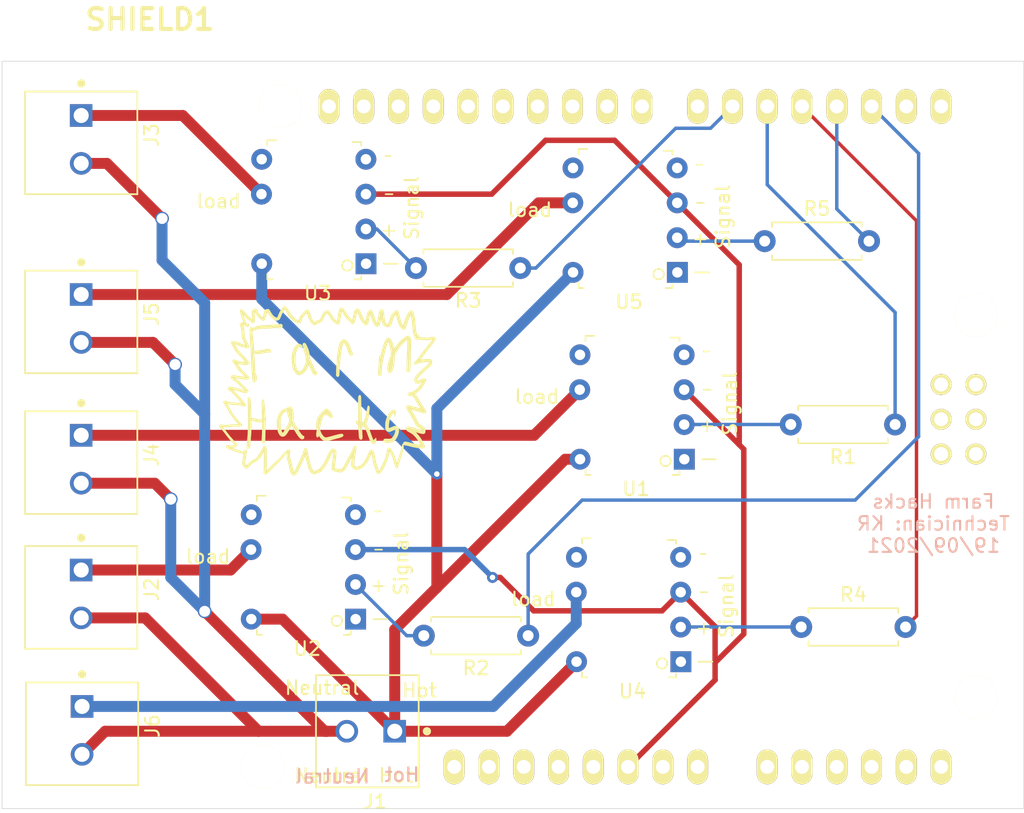
<source format=kicad_pcb>
(kicad_pcb (version 20171130) (host pcbnew 5.1.10)

  (general
    (thickness 1.6)
    (drawings 11)
    (tracks 103)
    (zones 0)
    (modules 18)
    (nets 61)
  )

  (page A4)
  (title_block
    (title "Decoration Control")
    (date 2021-09-19)
    (rev 1)
    (company "Farm Hacks")
    (comment 1 "Technician: KR")
  )

  (layers
    (0 F.Cu signal)
    (31 B.Cu signal)
    (32 B.Adhes user)
    (33 F.Adhes user)
    (34 B.Paste user)
    (35 F.Paste user)
    (36 B.SilkS user)
    (37 F.SilkS user)
    (38 B.Mask user)
    (39 F.Mask user)
    (40 Dwgs.User user)
    (41 Cmts.User user)
    (42 Eco1.User user)
    (43 Eco2.User user)
    (44 Edge.Cuts user)
    (45 Margin user)
    (46 B.CrtYd user)
    (47 F.CrtYd user)
    (48 B.Fab user)
    (49 F.Fab user)
  )

  (setup
    (last_trace_width 0.25)
    (trace_clearance 0.2)
    (zone_clearance 0.508)
    (zone_45_only no)
    (trace_min 0.2)
    (via_size 0.8)
    (via_drill 0.4)
    (via_min_size 0.4)
    (via_min_drill 0.3)
    (uvia_size 0.3)
    (uvia_drill 0.1)
    (uvias_allowed no)
    (uvia_min_size 0.2)
    (uvia_min_drill 0.1)
    (edge_width 0.05)
    (segment_width 0.2)
    (pcb_text_width 0.3)
    (pcb_text_size 1.5 1.5)
    (mod_edge_width 0.12)
    (mod_text_size 1 1)
    (mod_text_width 0.15)
    (pad_size 1.524 1.524)
    (pad_drill 0.762)
    (pad_to_mask_clearance 0)
    (aux_axis_origin 0 0)
    (visible_elements FFFFFF7F)
    (pcbplotparams
      (layerselection 0x010fc_ffffffff)
      (usegerberextensions false)
      (usegerberattributes true)
      (usegerberadvancedattributes true)
      (creategerberjobfile true)
      (excludeedgelayer true)
      (linewidth 0.100000)
      (plotframeref false)
      (viasonmask false)
      (mode 1)
      (useauxorigin false)
      (hpglpennumber 1)
      (hpglpenspeed 20)
      (hpglpendiameter 15.000000)
      (psnegative false)
      (psa4output false)
      (plotreference true)
      (plotvalue true)
      (plotinvisibletext false)
      (padsonsilk false)
      (subtractmaskfromsilk false)
      (outputformat 1)
      (mirror false)
      (drillshape 1)
      (scaleselection 1)
      (outputdirectory ""))
  )

  (net 0 "")
  (net 1 AC)
  (net 2 NEUT)
  (net 3 "Net-(J2-Pad1)")
  (net 4 "Net-(J3-Pad1)")
  (net 5 "Net-(J4-Pad1)")
  (net 6 "Net-(J5-Pad1)")
  (net 7 "Net-(J6-Pad1)")
  (net 8 "Net-(R1-Pad1)")
  (net 9 "Net-(R1-Pad2)")
  (net 10 "Net-(R2-Pad1)")
  (net 11 "Net-(R2-Pad2)")
  (net 12 "Net-(R3-Pad2)")
  (net 13 "Net-(R3-Pad1)")
  (net 14 "Net-(R4-Pad1)")
  (net 15 "Net-(R4-Pad2)")
  (net 16 "Net-(R5-Pad2)")
  (net 17 "Net-(R5-Pad1)")
  (net 18 "Net-(SHIELD1-PadAD5)")
  (net 19 "Net-(SHIELD1-PadAD4)")
  (net 20 "Net-(SHIELD1-PadAD3)")
  (net 21 "Net-(SHIELD1-PadAD0)")
  (net 22 "Net-(SHIELD1-PadAD1)")
  (net 23 "Net-(SHIELD1-PadAD2)")
  (net 24 "Net-(SHIELD1-PadV_IN)")
  (net 25 "Net-(SHIELD1-PadGND2)")
  (net 26 GND)
  (net 27 "Net-(SHIELD1-Pad3V3)")
  (net 28 "Net-(SHIELD1-PadRST)")
  (net 29 "Net-(SHIELD1-Pad0)")
  (net 30 "Net-(SHIELD1-Pad1)")
  (net 31 "Net-(SHIELD1-Pad7)")
  (net 32 "Net-(SHIELD1-Pad8)")
  (net 33 "Net-(SHIELD1-Pad9)")
  (net 34 "Net-(SHIELD1-Pad10)")
  (net 35 "Net-(SHIELD1-Pad11)")
  (net 36 "Net-(SHIELD1-Pad12)")
  (net 37 "Net-(SHIELD1-Pad13)")
  (net 38 "Net-(SHIELD1-PadGND3)")
  (net 39 "Net-(SHIELD1-PadAREF)")
  (net 40 "Net-(SHIELD1-Pad5V)")
  (net 41 "Net-(SHIELD1-PadSDA)")
  (net 42 "Net-(SHIELD1-PadSCL)")
  (net 43 "Net-(SHIELD1-PadIO_R)")
  (net 44 "Net-(SHIELD1-PadNC)")
  (net 45 "Net-(SHIELD1-PadSP1)")
  (net 46 "Net-(SHIELD1-PadSP2)")
  (net 47 "Net-(SHIELD1-PadSP3)")
  (net 48 "Net-(SHIELD1-PadSP4)")
  (net 49 "Net-(SHIELD1-PadSP5)")
  (net 50 "Net-(SHIELD1-PadSP6)")
  (net 51 "Net-(U1-Pad5)")
  (net 52 "Net-(U1-Pad4)")
  (net 53 "Net-(U2-Pad4)")
  (net 54 "Net-(U2-Pad5)")
  (net 55 "Net-(U3-Pad4)")
  (net 56 "Net-(U3-Pad5)")
  (net 57 "Net-(U4-Pad4)")
  (net 58 "Net-(U4-Pad5)")
  (net 59 "Net-(U5-Pad5)")
  (net 60 "Net-(U5-Pad4)")

  (net_class Default "This is the default net class."
    (clearance 0.2)
    (trace_width 0.25)
    (via_dia 0.8)
    (via_drill 0.4)
    (uvia_dia 0.3)
    (uvia_drill 0.1)
    (add_net "Net-(R1-Pad1)")
    (add_net "Net-(R1-Pad2)")
    (add_net "Net-(R2-Pad1)")
    (add_net "Net-(R2-Pad2)")
    (add_net "Net-(R3-Pad1)")
    (add_net "Net-(R3-Pad2)")
    (add_net "Net-(R4-Pad1)")
    (add_net "Net-(R4-Pad2)")
    (add_net "Net-(R5-Pad1)")
    (add_net "Net-(R5-Pad2)")
    (add_net "Net-(SHIELD1-Pad0)")
    (add_net "Net-(SHIELD1-Pad1)")
    (add_net "Net-(SHIELD1-Pad10)")
    (add_net "Net-(SHIELD1-Pad11)")
    (add_net "Net-(SHIELD1-Pad12)")
    (add_net "Net-(SHIELD1-Pad13)")
    (add_net "Net-(SHIELD1-Pad3V3)")
    (add_net "Net-(SHIELD1-Pad5V)")
    (add_net "Net-(SHIELD1-Pad7)")
    (add_net "Net-(SHIELD1-Pad8)")
    (add_net "Net-(SHIELD1-Pad9)")
    (add_net "Net-(SHIELD1-PadAD0)")
    (add_net "Net-(SHIELD1-PadAD1)")
    (add_net "Net-(SHIELD1-PadAD2)")
    (add_net "Net-(SHIELD1-PadAD3)")
    (add_net "Net-(SHIELD1-PadAD4)")
    (add_net "Net-(SHIELD1-PadAD5)")
    (add_net "Net-(SHIELD1-PadAREF)")
    (add_net "Net-(SHIELD1-PadGND2)")
    (add_net "Net-(SHIELD1-PadGND3)")
    (add_net "Net-(SHIELD1-PadIO_R)")
    (add_net "Net-(SHIELD1-PadNC)")
    (add_net "Net-(SHIELD1-PadRST)")
    (add_net "Net-(SHIELD1-PadSCL)")
    (add_net "Net-(SHIELD1-PadSDA)")
    (add_net "Net-(SHIELD1-PadSP1)")
    (add_net "Net-(SHIELD1-PadSP2)")
    (add_net "Net-(SHIELD1-PadSP3)")
    (add_net "Net-(SHIELD1-PadSP4)")
    (add_net "Net-(SHIELD1-PadSP5)")
    (add_net "Net-(SHIELD1-PadSP6)")
    (add_net "Net-(SHIELD1-PadV_IN)")
    (add_net "Net-(U1-Pad4)")
    (add_net "Net-(U1-Pad5)")
    (add_net "Net-(U2-Pad4)")
    (add_net "Net-(U2-Pad5)")
    (add_net "Net-(U3-Pad4)")
    (add_net "Net-(U3-Pad5)")
    (add_net "Net-(U4-Pad4)")
    (add_net "Net-(U4-Pad5)")
    (add_net "Net-(U5-Pad4)")
    (add_net "Net-(U5-Pad5)")
  )

  (net_class Ground ""
    (clearance 0.3)
    (trace_width 0.4)
    (via_dia 0.8)
    (via_drill 0.4)
    (uvia_dia 0.3)
    (uvia_drill 0.1)
    (add_net GND)
  )

  (net_class load ""
    (clearance 0.4)
    (trace_width 0.8)
    (via_dia 1)
    (via_drill 0.8)
    (uvia_dia 0.3)
    (uvia_drill 0.1)
    (add_net AC)
    (add_net NEUT)
    (add_net "Net-(J2-Pad1)")
    (add_net "Net-(J3-Pad1)")
    (add_net "Net-(J4-Pad1)")
    (add_net "Net-(J5-Pad1)")
    (add_net "Net-(J6-Pad1)")
  )

  (module custom_libraries:farm_hacks_logo (layer F.Cu) (tedit 0) (tstamp 6147F4D7)
    (at 87.63 122.809)
    (fp_text reference G*** (at 0 0) (layer F.SilkS) hide
      (effects (font (size 1.524 1.524) (thickness 0.3)))
    )
    (fp_text value LOGO (at 0.75 0) (layer F.SilkS) hide
      (effects (font (size 1.524 1.524) (thickness 0.3)))
    )
    (fp_poly (pts (xy -3.455475 -6.913284) (xy -3.434288 -6.903318) (xy -3.37444 -6.85927) (xy -3.305858 -6.78345)
      (xy -3.229135 -6.676641) (xy -3.144868 -6.539628) (xy -3.104758 -6.468533) (xy -3.0158 -6.332568)
      (xy -2.902311 -6.198725) (xy -2.772894 -6.076132) (xy -2.642474 -5.978039) (xy -2.58326 -5.940437)
      (xy -2.533704 -5.911309) (xy -2.501214 -5.894906) (xy -2.493862 -5.892799) (xy -2.479961 -5.907753)
      (xy -2.461034 -5.947105) (xy -2.441004 -6.002589) (xy -2.439588 -6.007099) (xy -2.409369 -6.093084)
      (xy -2.373313 -6.170172) (xy -2.327037 -6.244906) (xy -2.26616 -6.323829) (xy -2.186298 -6.413483)
      (xy -2.122915 -6.479806) (xy -2.043815 -6.560264) (xy -1.983499 -6.618932) (xy -1.937715 -6.658845)
      (xy -1.902212 -6.683038) (xy -1.872737 -6.694547) (xy -1.845038 -6.696407) (xy -1.823633 -6.693441)
      (xy -1.786013 -6.678488) (xy -1.750753 -6.64642) (xy -1.715822 -6.593785) (xy -1.679188 -6.517131)
      (xy -1.638821 -6.413007) (xy -1.610208 -6.330713) (xy -1.579728 -6.241228) (xy -1.551266 -6.159372)
      (xy -1.527362 -6.092322) (xy -1.510553 -6.04726) (xy -1.50627 -6.036733) (xy -1.481505 -5.986703)
      (xy -1.448293 -5.928872) (xy -1.411982 -5.871477) (xy -1.37792 -5.822751) (xy -1.351456 -5.79093)
      (xy -1.3418 -5.783504) (xy -1.316727 -5.78777) (xy -1.276 -5.807781) (xy -1.248666 -5.825277)
      (xy -1.174163 -5.864532) (xy -1.080454 -5.894726) (xy -1.058334 -5.899665) (xy -0.995697 -5.91464)
      (xy -0.949272 -5.933676) (xy -0.913563 -5.962596) (xy -0.883069 -6.007224) (xy -0.852293 -6.073382)
      (xy -0.822275 -6.149654) (xy -0.751426 -6.307387) (xy -0.670253 -6.434466) (xy -0.577411 -6.532889)
      (xy -0.54986 -6.555043) (xy -0.49394 -6.594366) (xy -0.450745 -6.615487) (xy -0.408233 -6.623298)
      (xy -0.380898 -6.623696) (xy -0.326914 -6.619131) (xy -0.283373 -6.60954) (xy -0.273858 -6.605565)
      (xy -0.255835 -6.587124) (xy -0.22239 -6.544575) (xy -0.176608 -6.482172) (xy -0.121574 -6.404169)
      (xy -0.060373 -6.314821) (xy -0.027477 -6.265802) (xy 0.058012 -6.139665) (xy 0.128265 -6.040885)
      (xy 0.184845 -5.967416) (xy 0.229316 -5.91721) (xy 0.258385 -5.891569) (xy 0.295366 -5.866281)
      (xy 0.320578 -5.856565) (xy 0.337085 -5.866269) (xy 0.347952 -5.899241) (xy 0.356245 -5.959329)
      (xy 0.362399 -6.022141) (xy 0.371609 -6.099246) (xy 0.385886 -6.19292) (xy 0.403828 -6.296168)
      (xy 0.424031 -6.401993) (xy 0.445093 -6.503399) (xy 0.465613 -6.59339) (xy 0.484188 -6.664971)
      (xy 0.499415 -6.711145) (xy 0.501408 -6.715626) (xy 0.546171 -6.775576) (xy 0.607235 -6.808741)
      (xy 0.678532 -6.813762) (xy 0.75399 -6.78928) (xy 0.775073 -6.776929) (xy 0.796094 -6.754859)
      (xy 0.830868 -6.708858) (xy 0.875807 -6.644082) (xy 0.927322 -6.565689) (xy 0.976492 -6.487507)
      (xy 1.043802 -6.380326) (xy 1.10061 -6.295534) (xy 1.152556 -6.225751) (xy 1.205279 -6.163593)
      (xy 1.264417 -6.101678) (xy 1.291927 -6.074552) (xy 1.349884 -6.018792) (xy 1.39844 -5.973325)
      (xy 1.432879 -5.942476) (xy 1.448485 -5.930571) (xy 1.448867 -5.930619) (xy 1.453399 -5.948138)
      (xy 1.462045 -5.991735) (xy 1.473401 -6.054076) (xy 1.481709 -6.101997) (xy 1.51406 -6.276256)
      (xy 1.546889 -6.419298) (xy 1.581227 -6.53377) (xy 1.618105 -6.622316) (xy 1.658552 -6.687583)
      (xy 1.703599 -6.732216) (xy 1.734431 -6.750754) (xy 1.789424 -6.767806) (xy 1.841628 -6.763503)
      (xy 1.892589 -6.736058) (xy 1.943854 -6.683685) (xy 1.996967 -6.604601) (xy 2.053476 -6.497018)
      (xy 2.114927 -6.359152) (xy 2.151754 -6.268862) (xy 2.180881 -6.202426) (xy 2.217692 -6.128414)
      (xy 2.258901 -6.052284) (xy 2.301225 -5.979496) (xy 2.341378 -5.915509) (xy 2.376077 -5.865782)
      (xy 2.402037 -5.835774) (xy 2.415535 -5.830424) (xy 2.420804 -5.849003) (xy 2.429902 -5.894434)
      (xy 2.441597 -5.960085) (xy 2.454651 -6.039321) (xy 2.455914 -6.047295) (xy 2.474136 -6.161367)
      (xy 2.489453 -6.248673) (xy 2.504246 -6.315898) (xy 2.520896 -6.369728) (xy 2.541785 -6.416849)
      (xy 2.569295 -6.463944) (xy 2.605806 -6.517701) (xy 2.64114 -6.567263) (xy 2.695276 -6.634811)
      (xy 2.74276 -6.67388) (xy 2.789203 -6.687559) (xy 2.840218 -6.678936) (xy 2.842566 -6.678124)
      (xy 2.859667 -6.668577) (xy 2.876743 -6.650092) (xy 2.895152 -6.619365) (xy 2.91625 -6.573094)
      (xy 2.941395 -6.507978) (xy 2.971944 -6.420714) (xy 3.009254 -6.308001) (xy 3.054684 -6.166534)
      (xy 3.060958 -6.1468) (xy 3.092719 -6.051258) (xy 3.126114 -5.958408) (xy 3.15904 -5.873297)
      (xy 3.189394 -5.800973) (xy 3.215073 -5.746483) (xy 3.233976 -5.714875) (xy 3.243055 -5.709677)
      (xy 3.25151 -5.731353) (xy 3.264566 -5.781446) (xy 3.281189 -5.854979) (xy 3.300345 -5.946974)
      (xy 3.320996 -6.052453) (xy 3.34211 -6.166441) (xy 3.362651 -6.283959) (xy 3.363386 -6.288308)
      (xy 3.386319 -6.41424) (xy 3.408293 -6.510719) (xy 3.431036 -6.58205) (xy 3.456274 -6.63254)
      (xy 3.485737 -6.666496) (xy 3.521151 -6.688222) (xy 3.524405 -6.689607) (xy 3.589425 -6.708121)
      (xy 3.640895 -6.7008) (xy 3.683538 -6.671227) (xy 3.706182 -6.643746) (xy 3.72503 -6.605172)
      (xy 3.740996 -6.551282) (xy 3.754996 -6.477852) (xy 3.767943 -6.380658) (xy 3.780751 -6.255477)
      (xy 3.785876 -6.198502) (xy 3.8023 -6.040477) (xy 3.821757 -5.913433) (xy 3.845292 -5.814542)
      (xy 3.873953 -5.740978) (xy 3.908783 -5.689913) (xy 3.950829 -5.658519) (xy 3.990354 -5.64567)
      (xy 4.038999 -5.642282) (xy 4.064642 -5.656238) (xy 4.065649 -5.657734) (xy 4.084827 -5.696351)
      (xy 4.110155 -5.759058) (xy 4.138592 -5.837348) (xy 4.167098 -5.922715) (xy 4.192631 -6.006653)
      (xy 4.200611 -6.035256) (xy 4.229252 -6.134575) (xy 4.25748 -6.212472) (xy 4.290564 -6.277857)
      (xy 4.333771 -6.339638) (xy 4.392369 -6.406722) (xy 4.463635 -6.480012) (xy 4.531345 -6.547037)
      (xy 4.580944 -6.593179) (xy 4.617541 -6.622206) (xy 4.646242 -6.637889) (xy 4.672158 -6.643996)
      (xy 4.686725 -6.644639) (xy 4.722336 -6.641641) (xy 4.752085 -6.63019) (xy 4.777841 -6.606601)
      (xy 4.801475 -6.56719) (xy 4.824856 -6.508272) (xy 4.849855 -6.426161) (xy 4.878341 -6.317175)
      (xy 4.901907 -6.220633) (xy 4.929309 -6.109357) (xy 4.957258 -6.000896) (xy 4.983734 -5.902731)
      (xy 5.006718 -5.822342) (xy 5.024191 -5.767208) (xy 5.024688 -5.765799) (xy 5.058167 -5.679445)
      (xy 5.090195 -5.611625) (xy 5.118505 -5.566245) (xy 5.140833 -5.547208) (xy 5.150078 -5.549704)
      (xy 5.160199 -5.569855) (xy 5.179174 -5.616694) (xy 5.204965 -5.684842) (xy 5.235533 -5.768921)
      (xy 5.266494 -5.856793) (xy 5.340282 -6.057245) (xy 5.411516 -6.225753) (xy 5.481068 -6.364069)
      (xy 5.549808 -6.473943) (xy 5.610763 -6.548966) (xy 5.673779 -6.607257) (xy 5.728135 -6.636852)
      (xy 5.77618 -6.636796) (xy 5.820263 -6.606133) (xy 5.862734 -6.543906) (xy 5.905942 -6.44916)
      (xy 5.91534 -6.425013) (xy 5.954666 -6.312606) (xy 5.986908 -6.19848) (xy 6.012999 -6.076962)
      (xy 6.033872 -5.942383) (xy 6.050458 -5.789071) (xy 6.06369 -5.611355) (xy 6.071039 -5.477933)
      (xy 6.079398 -5.362894) (xy 6.092788 -5.243078) (xy 6.109901 -5.126646) (xy 6.129426 -5.02176)
      (xy 6.150056 -4.936582) (xy 6.16511 -4.891415) (xy 6.18623 -4.859017) (xy 6.215411 -4.8552)
      (xy 6.216607 -4.855502) (xy 6.255836 -4.849984) (xy 6.29578 -4.82) (xy 6.328171 -4.773737)
      (xy 6.343158 -4.730158) (xy 6.353096 -4.692176) (xy 6.363419 -4.673835) (xy 6.364584 -4.67353)
      (xy 6.384319 -4.672029) (xy 6.431807 -4.667929) (xy 6.501081 -4.661758) (xy 6.586173 -4.654047)
      (xy 6.643619 -4.648782) (xy 6.768368 -4.638694) (xy 6.870856 -4.634602) (xy 6.962275 -4.637227)
      (xy 7.053818 -4.647292) (xy 7.156678 -4.665519) (xy 7.265469 -4.688888) (xy 7.322785 -4.69519)
      (xy 7.386615 -4.692534) (xy 7.445826 -4.682512) (xy 7.489286 -4.666716) (xy 7.503354 -4.654854)
      (xy 7.526632 -4.60051) (xy 7.525771 -4.540138) (xy 7.501602 -4.466963) (xy 7.483071 -4.425713)
      (xy 7.463046 -4.386168) (xy 7.439046 -4.344846) (xy 7.408588 -4.298268) (xy 7.369193 -4.242953)
      (xy 7.31838 -4.17542) (xy 7.253666 -4.09219) (xy 7.172571 -3.989781) (xy 7.072615 -3.864715)
      (xy 7.069478 -3.860799) (xy 6.979827 -3.747838) (xy 6.887407 -3.629457) (xy 6.797238 -3.512226)
      (xy 6.714343 -3.402714) (xy 6.643743 -3.307493) (xy 6.598665 -3.244848) (xy 6.538812 -3.15942)
      (xy 6.496862 -3.097877) (xy 6.470922 -3.056624) (xy 6.459099 -3.032068) (xy 6.459499 -3.020615)
      (xy 6.470229 -3.018671) (xy 6.480477 -3.020492) (xy 6.514357 -3.026177) (xy 6.574205 -3.034365)
      (xy 6.652304 -3.044068) (xy 6.740933 -3.054297) (xy 6.764866 -3.056933) (xy 6.910041 -3.069778)
      (xy 7.025538 -3.073125) (xy 7.114226 -3.066838) (xy 7.178976 -3.050783) (xy 7.208101 -3.036031)
      (xy 7.250939 -2.988624) (xy 7.272816 -2.919664) (xy 7.273428 -2.834437) (xy 7.252468 -2.738228)
      (xy 7.228863 -2.676186) (xy 7.212232 -2.641117) (xy 7.193386 -2.608969) (xy 7.168785 -2.576004)
      (xy 7.134889 -2.538483) (xy 7.08816 -2.49267) (xy 7.025056 -2.434826) (xy 6.942038 -2.361214)
      (xy 6.874933 -2.302451) (xy 6.704454 -2.151148) (xy 6.55941 -2.017303) (xy 6.440232 -1.901349)
      (xy 6.347351 -1.803721) (xy 6.281195 -1.724851) (xy 6.242196 -1.665173) (xy 6.241738 -1.664262)
      (xy 6.210453 -1.589073) (xy 6.198474 -1.529549) (xy 6.206436 -1.490231) (xy 6.216096 -1.4807)
      (xy 6.238127 -1.483045) (xy 6.28284 -1.498469) (xy 6.34298 -1.524219) (xy 6.389662 -1.546559)
      (xy 6.514414 -1.60324) (xy 6.622081 -1.640835) (xy 6.708825 -1.658065) (xy 6.727536 -1.659052)
      (xy 6.767425 -1.645047) (xy 6.805988 -1.609538) (xy 6.833407 -1.563802) (xy 6.840749 -1.529003)
      (xy 6.830697 -1.482974) (xy 6.803229 -1.415768) (xy 6.761708 -1.332953) (xy 6.709495 -1.240097)
      (xy 6.649953 -1.142767) (xy 6.586443 -1.046531) (xy 6.522326 -0.956957) (xy 6.460966 -0.879612)
      (xy 6.423322 -0.837668) (xy 6.369691 -0.785396) (xy 6.303369 -0.725992) (xy 6.231918 -0.665679)
      (xy 6.162903 -0.610682) (xy 6.103885 -0.567225) (xy 6.065213 -0.54294) (xy 6.025959 -0.522507)
      (xy 6.103005 -0.43482) (xy 6.140356 -0.386198) (xy 6.187223 -0.316154) (xy 6.237971 -0.233553)
      (xy 6.286964 -0.14726) (xy 6.29332 -0.135466) (xy 6.34774 -0.038938) (xy 6.417638 0.077187)
      (xy 6.498186 0.205401) (xy 6.584555 0.338198) (xy 6.671919 0.468069) (xy 6.75545 0.587508)
      (xy 6.78087 0.622695) (xy 6.818024 0.69161) (xy 6.834849 0.763197) (xy 6.829751 0.827193)
      (xy 6.817034 0.855422) (xy 6.792387 0.884325) (xy 6.760902 0.901741) (xy 6.718429 0.90726)
      (xy 6.660818 0.900473) (xy 6.583922 0.880968) (xy 6.483591 0.848334) (xy 6.383866 0.812574)
      (xy 6.321524 0.7917) (xy 6.241009 0.767672) (xy 6.149582 0.742333) (xy 6.054507 0.717524)
      (xy 5.963045 0.695085) (xy 5.88246 0.676858) (xy 5.820014 0.664684) (xy 5.783617 0.6604)
      (xy 5.773628 0.667369) (xy 5.780922 0.690926) (xy 5.807128 0.735052) (xy 5.82561 0.762802)
      (xy 5.889265 0.861929) (xy 5.962792 0.98564) (xy 6.042549 1.127466) (xy 6.124895 1.280937)
      (xy 6.203006 1.433228) (xy 6.244377 1.513638) (xy 6.282791 1.584391) (xy 6.314726 1.639279)
      (xy 6.336664 1.672094) (xy 6.341376 1.677256) (xy 6.368347 1.695526) (xy 6.417271 1.724272)
      (xy 6.479859 1.758723) (xy 6.516386 1.778001) (xy 6.620665 1.839117) (xy 6.695602 1.900686)
      (xy 6.745418 1.967688) (xy 6.774335 2.045101) (xy 6.782624 2.092006) (xy 6.789406 2.201961)
      (xy 6.778374 2.285629) (xy 6.748958 2.34587) (xy 6.727822 2.36757) (xy 6.698629 2.38845)
      (xy 6.668116 2.399203) (xy 6.62543 2.401856) (xy 6.561666 2.398571) (xy 6.480472 2.387038)
      (xy 6.377963 2.363698) (xy 6.263515 2.331068) (xy 6.146502 2.291662) (xy 6.104466 2.275881)
      (xy 6.099368 2.280922) (xy 6.115044 2.305984) (xy 6.148591 2.346871) (xy 6.17013 2.370822)
      (xy 6.296946 2.518058) (xy 6.409155 2.667478) (xy 6.502081 2.812367) (xy 6.571044 2.946008)
      (xy 6.571487 2.947014) (xy 6.608076 3.024668) (xy 6.647585 3.0995) (xy 6.68383 3.160127)
      (xy 6.699145 3.182013) (xy 6.74204 3.256502) (xy 6.752892 3.323259) (xy 6.733117 3.379803)
      (xy 6.684129 3.423655) (xy 6.607342 3.452336) (xy 6.539449 3.461944) (xy 6.479558 3.461337)
      (xy 6.393814 3.454004) (xy 6.289302 3.441096) (xy 6.173105 3.423765) (xy 6.052309 3.403162)
      (xy 5.933999 3.380439) (xy 5.825258 3.356747) (xy 5.733172 3.333238) (xy 5.714999 3.327949)
      (xy 5.62412 3.302442) (xy 5.529435 3.278726) (xy 5.444585 3.260094) (xy 5.401733 3.252355)
      (xy 5.333664 3.24092) (xy 5.273772 3.229382) (xy 5.234258 3.220106) (xy 5.232399 3.21955)
      (xy 5.190066 3.206509) (xy 5.192956 3.334688) (xy 5.190466 3.408025) (xy 5.17947 3.494637)
      (xy 5.159252 3.597294) (xy 5.129098 3.718767) (xy 5.088291 3.861829) (xy 5.036116 4.02925)
      (xy 4.971859 4.223803) (xy 4.936998 4.326223) (xy 4.886171 4.477441) (xy 4.84575 4.604274)
      (xy 4.816256 4.704945) (xy 4.79821 4.777678) (xy 4.792133 4.820518) (xy 4.787236 4.873215)
      (xy 4.770218 4.902709) (xy 4.759379 4.910071) (xy 4.707574 4.92643) (xy 4.663831 4.911902)
      (xy 4.641931 4.892193) (xy 4.621827 4.859758) (xy 4.595042 4.801069) (xy 4.563871 4.722528)
      (xy 4.530606 4.630537) (xy 4.497541 4.531499) (xy 4.46697 4.431814) (xy 4.441186 4.337886)
      (xy 4.43623 4.318001) (xy 4.406933 4.203005) (xy 4.380025 4.111802) (xy 4.351882 4.034858)
      (xy 4.318878 3.962638) (xy 4.277389 3.885607) (xy 4.260997 3.857127) (xy 4.175074 3.70952)
      (xy 4.130495 3.907927) (xy 4.07322 4.120765) (xy 3.99433 4.349568) (xy 3.896789 4.587006)
      (xy 3.783562 4.825747) (xy 3.683951 5.012267) (xy 3.60514 5.138411) (xy 3.528712 5.233497)
      (xy 3.455668 5.29733) (xy 3.387009 5.329716) (xy 3.323737 5.330461) (xy 3.266853 5.29937)
      (xy 3.217358 5.236249) (xy 3.176254 5.140904) (xy 3.167549 5.11251) (xy 3.143619 5.033839)
      (xy 3.113551 4.941704) (xy 3.083298 4.854272) (xy 3.079203 4.842934) (xy 3.050757 4.76459)
      (xy 3.022192 4.685698) (xy 2.998731 4.620694) (xy 2.994409 4.608675) (xy 2.979654 4.557312)
      (xy 2.962692 4.482) (xy 2.945504 4.392394) (xy 2.930071 4.298154) (xy 2.928424 4.286942)
      (xy 2.913608 4.191841) (xy 2.89737 4.099247) (xy 2.881577 4.019169) (xy 2.868099 3.961615)
      (xy 2.866895 3.957292) (xy 2.838907 3.85905) (xy 2.785272 3.991159) (xy 2.687437 4.211007)
      (xy 2.582657 4.406725) (xy 2.472304 4.576476) (xy 2.357747 4.718421) (xy 2.240356 4.830721)
      (xy 2.121501 4.911537) (xy 2.086273 4.929136) (xy 1.992094 4.96653) (xy 1.893238 4.996088)
      (xy 1.799095 5.015719) (xy 1.719059 5.023332) (xy 1.676446 5.020388) (xy 1.575128 4.984685)
      (xy 1.486089 4.918474) (xy 1.429826 4.850983) (xy 1.397118 4.800067) (xy 1.379053 4.758033)
      (xy 1.371387 4.710417) (xy 1.369868 4.646746) (xy 1.372085 4.580906) (xy 1.378028 4.494013)
      (xy 1.386725 4.398551) (xy 1.394761 4.32647) (xy 1.403987 4.247799) (xy 1.410912 4.182552)
      (xy 1.41488 4.137383) (xy 1.415238 4.118946) (xy 1.415183 4.118873) (xy 1.406613 4.132072)
      (xy 1.384765 4.171514) (xy 1.351727 4.233262) (xy 1.309588 4.313378) (xy 1.260436 4.407927)
      (xy 1.213077 4.49987) (xy 1.154461 4.612185) (xy 1.095879 4.720911) (xy 1.040556 4.820321)
      (xy 0.991717 4.904689) (xy 0.952589 4.968287) (xy 0.933468 4.996349) (xy 0.841579 5.101927)
      (xy 0.745625 5.175671) (xy 0.646814 5.217074) (xy 0.546351 5.225629) (xy 0.446469 5.20125)
      (xy 0.385158 5.182238) (xy 0.308129 5.166598) (xy 0.24257 5.15869) (xy 0.131863 5.142618)
      (xy 0.04925 5.111237) (xy -0.008317 5.062558) (xy -0.043881 4.99459) (xy -0.051562 4.966468)
      (xy -0.055811 4.943305) (xy -0.058292 4.916362) (xy -0.058705 4.882277) (xy -0.056747 4.837689)
      (xy -0.052117 4.779238) (xy -0.044514 4.703562) (xy -0.033635 4.607302) (xy -0.019179 4.487095)
      (xy -0.000845 4.339581) (xy 0.018371 4.187407) (xy 0.032919 4.068451) (xy 0.04509 3.960548)
      (xy 0.054453 3.868243) (xy 0.06058 3.796076) (xy 0.06304 3.748592) (xy 0.061571 3.73046)
      (xy 0.043689 3.73307) (xy 0.018082 3.75719) (xy 0.016317 3.759453) (xy -0.003142 3.790572)
      (xy -0.034832 3.848059) (xy -0.07658 3.92763) (xy -0.12621 4.025006) (xy -0.181547 4.135902)
      (xy -0.240417 4.256038) (xy -0.300645 4.38113) (xy -0.318945 4.419601) (xy -0.40702 4.591817)
      (xy -0.494972 4.73743) (xy -0.580951 4.853476) (xy -0.610337 4.886667) (xy -0.660209 4.946061)
      (xy -0.706803 5.0116) (xy -0.733559 5.057064) (xy -0.763964 5.113331) (xy -0.792071 5.149767)
      (xy -0.827509 5.17365) (xy -0.87991 5.192256) (xy -0.930166 5.205613) (xy -1.001921 5.228844)
      (xy -1.073117 5.259848) (xy -1.114034 5.282928) (xy -1.19857 5.33214) (xy -1.27182 5.356389)
      (xy -1.343107 5.355961) (xy -1.421752 5.331143) (xy -1.494923 5.29464) (xy -1.550515 5.252341)
      (xy -1.610138 5.18798) (xy -1.666006 5.111234) (xy -1.710336 5.031778) (xy -1.715289 5.020734)
      (xy -1.740734 4.9545) (xy -1.771673 4.862152) (xy -1.806089 4.750599) (xy -1.841964 4.62675)
      (xy -1.877282 4.497514) (xy -1.910024 4.369801) (xy -1.931221 4.281155) (xy -1.951753 4.195393)
      (xy -1.970477 4.12333) (xy -1.985842 4.070476) (xy -1.996297 4.042341) (xy -1.999268 4.039302)
      (xy -2.010904 4.05776) (xy -2.028791 4.097604) (xy -2.040304 4.126948) (xy -2.073037 4.208668)
      (xy -2.115566 4.306503) (xy -2.163211 4.410423) (xy -2.211293 4.510402) (xy -2.255132 4.596412)
      (xy -2.282369 4.645648) (xy -2.317225 4.711787) (xy -2.354841 4.793485) (xy -2.387581 4.874068)
      (xy -2.390164 4.88107) (xy -2.426373 4.967189) (xy -2.4757 5.06669) (xy -2.532567 5.169736)
      (xy -2.591397 5.266493) (xy -2.646613 5.347126) (xy -2.674185 5.38193) (xy -2.734602 5.432261)
      (xy -2.80235 5.455567) (xy -2.869567 5.449702) (xy -2.890457 5.440915) (xy -2.942286 5.407443)
      (xy -2.986849 5.362648) (xy -3.025857 5.302742) (xy -3.061023 5.223941) (xy -3.09406 5.122459)
      (xy -3.126678 4.994511) (xy -3.157887 4.849696) (xy -3.183237 4.732414) (xy -3.212796 4.60779)
      (xy -3.243681 4.487265) (xy -3.273011 4.382277) (xy -3.287555 4.334934) (xy -3.316831 4.241131)
      (xy -3.336459 4.168414) (xy -3.348377 4.106048) (xy -3.354525 4.043298) (xy -3.356844 3.969428)
      (xy -3.357035 3.950421) (xy -3.358805 3.879645) (xy -3.36254 3.824579) (xy -3.367638 3.791869)
      (xy -3.371889 3.785932) (xy -3.385555 3.803178) (xy -3.412012 3.843337) (xy -3.447143 3.899982)
      (xy -3.478038 3.951677) (xy -3.609566 4.146047) (xy -3.771678 4.335333) (xy -3.961118 4.515761)
      (xy -3.975845 4.528411) (xy -4.036283 4.582508) (xy -4.113742 4.655697) (xy -4.202299 4.74216)
      (xy -4.296028 4.836079) (xy -4.389008 4.931637) (xy -4.427181 4.971674) (xy -4.536995 5.086815)
      (xy -4.627188 5.178871) (xy -4.700768 5.249948) (xy -4.760745 5.302154) (xy -4.81013 5.337598)
      (xy -4.851932 5.358387) (xy -4.889161 5.366629) (xy -4.924826 5.364432) (xy -4.961938 5.353905)
      (xy -4.969135 5.351237) (xy -5.01116 5.322254) (xy -5.033375 5.27282) (xy -5.036745 5.199614)
      (xy -5.029956 5.14185) (xy -5.0261 5.101568) (xy -5.022289 5.031845) (xy -5.018648 4.937109)
      (xy -5.015304 4.821786) (xy -5.012383 4.690302) (xy -5.01001 4.547084) (xy -5.008313 4.396559)
      (xy -5.00814 4.375651) (xy -5.002917 3.713636) (xy -5.10928 3.890725) (xy -5.192972 4.025879)
      (xy -5.267469 4.135254) (xy -5.337663 4.223868) (xy -5.408447 4.296737) (xy -5.484715 4.358881)
      (xy -5.571359 4.415317) (xy -5.673273 4.471062) (xy -5.677139 4.473042) (xy -5.763793 4.518486)
      (xy -5.827941 4.555876) (xy -5.877864 4.591268) (xy -5.921841 4.630719) (xy -5.968154 4.680283)
      (xy -5.981939 4.695963) (xy -6.068852 4.793694) (xy -6.138961 4.866168) (xy -6.196381 4.91476)
      (xy -6.245225 4.940847) (xy -6.28961 4.945804) (xy -6.333648 4.931008) (xy -6.381454 4.897835)
      (xy -6.436707 4.848076) (xy -6.489926 4.795361) (xy -6.530893 4.747655) (xy -6.560367 4.70008)
      (xy -6.579107 4.647759) (xy -6.587871 4.585814) (xy -6.587417 4.509366) (xy -6.578504 4.413539)
      (xy -6.56189 4.293454) (xy -6.54231 4.168859) (xy -6.525244 4.060139) (xy -6.51397 3.980283)
      (xy -6.508137 3.924851) (xy -6.507392 3.889403) (xy -6.511382 3.869499) (xy -6.517937 3.861664)
      (xy -6.542726 3.852343) (xy -6.593097 3.83753) (xy -6.661618 3.819295) (xy -6.737492 3.800511)
      (xy -6.849577 3.771105) (xy -6.972585 3.734359) (xy -7.101498 3.6922) (xy -7.231299 3.646554)
      (xy -7.356972 3.599347) (xy -7.4735 3.552506) (xy -7.575866 3.507956) (xy -7.659053 3.467624)
      (xy -7.718044 3.433437) (xy -7.741417 3.415046) (xy -7.778625 3.361088) (xy -7.788268 3.305913)
      (xy -7.769562 3.257387) (xy -7.758367 3.245358) (xy -7.736368 3.229529) (xy -7.709078 3.220887)
      (xy -7.670169 3.219425) (xy -7.613313 3.225136) (xy -7.53218 3.238013) (xy -7.492109 3.245062)
      (xy -7.384529 3.26032) (xy -7.302267 3.262076) (xy -7.239356 3.249803) (xy -7.189832 3.222974)
      (xy -7.183291 3.217747) (xy -7.144515 3.185411) (xy -7.220395 3.115468) (xy -7.296468 3.040715)
      (xy -7.386611 2.944611) (xy -7.485387 2.833484) (xy -7.587355 2.713665) (xy -7.687077 2.591485)
      (xy -7.779114 2.473273) (xy -7.823935 2.413001) (xy -7.893783 2.320321) (xy -7.970224 2.224047)
      (xy -8.045775 2.133289) (xy -8.11295 2.057159) (xy -8.138601 2.029948) (xy -8.19387 1.970786)
      (xy -8.239066 1.918103) (xy -8.249405 1.904364) (xy -8.025978 1.904364) (xy -7.943741 1.989349)
      (xy -7.907371 2.030217) (xy -7.855959 2.092472) (xy -7.794314 2.170064) (xy -7.727246 2.256941)
      (xy -7.660886 2.345267) (xy -7.445666 2.61489) (xy -7.201467 2.881149) (xy -7.125671 2.959907)
      (xy -7.058639 3.031778) (xy -7.003815 3.092886) (xy -6.964646 3.139353) (xy -6.944576 3.167301)
      (xy -6.942667 3.172453) (xy -6.95814 3.22658) (xy -7.001255 3.285089) (xy -7.067058 3.343176)
      (xy -7.150595 3.396036) (xy -7.196408 3.418532) (xy -7.26198 3.447889) (xy -7.208157 3.469783)
      (xy -7.160254 3.488096) (xy -7.093349 3.512118) (xy -7.013982 3.539671) (xy -6.928696 3.568582)
      (xy -6.844032 3.596675) (xy -6.766531 3.621773) (xy -6.702737 3.641701) (xy -6.65919 3.654284)
      (xy -6.643416 3.657601) (xy -6.612153 3.665004) (xy -6.570425 3.682852) (xy -6.569675 3.683238)
      (xy -6.535423 3.698927) (xy -6.519364 3.695148) (xy -6.510043 3.668806) (xy -6.509587 3.666996)
      (xy -6.486251 3.629306) (xy -6.442285 3.59264) (xy -6.390107 3.565432) (xy -6.346133 3.556001)
      (xy -6.29689 3.571166) (xy -6.261373 3.610297) (xy -6.2484 3.661476) (xy -6.251145 3.691743)
      (xy -6.258849 3.750072) (xy -6.270719 3.831152) (xy -6.285961 3.92967) (xy -6.303782 4.040315)
      (xy -6.316134 4.114801) (xy -6.335115 4.22941) (xy -6.352043 4.334347) (xy -6.366134 4.424524)
      (xy -6.376602 4.494851) (xy -6.382662 4.540242) (xy -6.383867 4.554065) (xy -6.372876 4.587201)
      (xy -6.345084 4.630168) (xy -6.328831 4.649486) (xy -6.273795 4.709541) (xy -6.173921 4.58814)
      (xy -6.064809 4.470933) (xy -5.947931 4.378436) (xy -5.811846 4.301694) (xy -5.802095 4.297052)
      (xy -5.6969 4.243935) (xy -5.615347 4.192991) (xy -5.548506 4.137124) (xy -5.487445 4.069239)
      (xy -5.445429 4.013647) (xy -5.360418 3.890585) (xy -5.283388 3.769416) (xy -5.218202 3.656696)
      (xy -5.168724 3.558978) (xy -5.147195 3.507636) (xy -5.116947 3.444798) (xy -5.075353 3.382206)
      (xy -5.02869 3.327121) (xy -4.983234 3.286808) (xy -4.94526 3.268529) (xy -4.940238 3.268134)
      (xy -4.90674 3.279522) (xy -4.870937 3.306324) (xy -4.852671 3.329513) (xy -4.837281 3.361315)
      (xy -4.824575 3.4044) (xy -4.814357 3.461432) (xy -4.806434 3.53508) (xy -4.800612 3.62801)
      (xy -4.796697 3.742889) (xy -4.794494 3.882384) (xy -4.79381 4.049162) (xy -4.794449 4.245889)
      (xy -4.79514 4.347795) (xy -4.8006 5.063389) (xy -4.529667 4.787771) (xy -4.443621 4.701454)
      (xy -4.357538 4.617282) (xy -4.276869 4.540426) (xy -4.207069 4.47606) (xy -4.153588 4.429355)
      (xy -4.141224 4.41931) (xy -4.000384 4.302555) (xy -3.881147 4.190524) (xy -3.774314 4.073866)
      (xy -3.670686 3.943233) (xy -3.664034 3.934294) (xy -3.577425 3.822603) (xy -3.504941 3.740352)
      (xy -3.445658 3.686639) (xy -3.398652 3.660564) (xy -3.380416 3.657601) (xy -3.353478 3.64343)
      (xy -3.336517 3.616976) (xy -3.305811 3.570837) (xy -3.259485 3.535723) (xy -3.212263 3.522134)
      (xy -3.181209 3.533518) (xy -3.141837 3.561956) (xy -3.129569 3.573426) (xy -3.097051 3.610634)
      (xy -3.085686 3.64308) (xy -3.089924 3.686832) (xy -3.090091 3.687726) (xy -3.096413 3.733879)
      (xy -3.102897 3.801545) (xy -3.108413 3.878395) (xy -3.109801 3.903134) (xy -3.112389 3.972131)
      (xy -3.110875 4.027915) (xy -3.103645 4.080998) (xy -3.089083 4.141891) (xy -3.065573 4.221105)
      (xy -3.056455 4.250267) (xy -3.032077 4.333773) (xy -3.00384 4.440134) (xy -2.974347 4.558961)
      (xy -2.946204 4.679865) (xy -2.929103 4.758267) (xy -2.899422 4.894812) (xy -2.873149 5.007356)
      (xy -2.850852 5.093751) (xy -2.833098 5.151851) (xy -2.820454 5.179509) (xy -2.817297 5.181601)
      (xy -2.807979 5.168042) (xy -2.78567 5.131736) (xy -2.75436 5.079235) (xy -2.737398 5.050367)
      (xy -2.694224 4.970538) (xy -2.651381 4.881429) (xy -2.617346 4.800795) (xy -2.61411 4.792134)
      (xy -2.584743 4.72051) (xy -2.54454 4.633656) (xy -2.500055 4.545403) (xy -2.477074 4.502954)
      (xy -2.422834 4.398932) (xy -2.362195 4.271092) (xy -2.298827 4.127949) (xy -2.2364 3.978021)
      (xy -2.178583 3.829823) (xy -2.134706 3.708401) (xy -2.109169 3.634674) (xy -2.086116 3.568609)
      (xy -2.068866 3.519692) (xy -2.062918 3.503164) (xy -2.029297 3.455035) (xy -1.978168 3.430978)
      (xy -1.919507 3.435274) (xy -1.911617 3.438233) (xy -1.881843 3.457029) (xy -1.858745 3.490188)
      (xy -1.836763 3.54632) (xy -1.831745 3.561903) (xy -1.812399 3.63743) (xy -1.79642 3.724523)
      (xy -1.789163 3.784601) (xy -1.780479 3.850394) (xy -1.763823 3.942199) (xy -1.740732 4.053522)
      (xy -1.71274 4.17787) (xy -1.681383 4.308749) (xy -1.648196 4.439667) (xy -1.614715 4.564129)
      (xy -1.582476 4.675644) (xy -1.565782 4.729253) (xy -1.517891 4.865635) (xy -1.471819 4.970216)
      (xy -1.426307 5.044921) (xy -1.380095 5.091675) (xy -1.331926 5.112404) (xy -1.314282 5.113867)
      (xy -1.281879 5.1051) (xy -1.234689 5.08265) (xy -1.20375 5.064444) (xy -1.140203 5.030346)
      (xy -1.066086 4.999291) (xy -1.03047 4.987557) (xy -0.973052 4.968331) (xy -0.939012 4.947634)
      (xy -0.918308 4.918496) (xy -0.912654 4.905747) (xy -0.889298 4.864764) (xy -0.850688 4.812358)
      (xy -0.811376 4.766734) (xy -0.74874 4.692784) (xy -0.685331 4.603403) (xy -0.619208 4.495212)
      (xy -0.548429 4.364831) (xy -0.47105 4.208882) (xy -0.387916 4.030134) (xy -0.332225 3.91401)
      (xy -0.272458 3.800817) (xy -0.212887 3.697983) (xy -0.157781 3.612934) (xy -0.117636 3.560165)
      (xy -0.055322 3.498685) (xy 0.002993 3.468433) (xy 0.063008 3.468922) (xy 0.13042 3.499662)
      (xy 0.179699 3.53469) (xy 0.214721 3.564647) (xy 0.242521 3.596304) (xy 0.263309 3.633161)
      (xy 0.277299 3.678723) (xy 0.284702 3.736489) (xy 0.285731 3.809964) (xy 0.280597 3.902648)
      (xy 0.269513 4.018045) (xy 0.25269 4.159656) (xy 0.230342 4.330984) (xy 0.22868 4.343401)
      (xy 0.212651 4.465645) (xy 0.198264 4.580319) (xy 0.186141 4.682065) (xy 0.176902 4.765523)
      (xy 0.17117 4.825333) (xy 0.169519 4.853517) (xy 0.171734 4.898558) (xy 0.18357 4.920958)
      (xy 0.212338 4.931868) (xy 0.22225 4.933951) (xy 0.271533 4.940427) (xy 0.334627 4.944508)
      (xy 0.36195 4.945134) (xy 0.421641 4.950224) (xy 0.473754 4.962438) (xy 0.491066 4.969934)
      (xy 0.537818 4.989474) (xy 0.583855 4.992431) (xy 0.630769 4.977011) (xy 0.680156 4.941419)
      (xy 0.733608 4.883862) (xy 0.792721 4.802546) (xy 0.859089 4.695676) (xy 0.934304 4.56146)
      (xy 1.019962 4.398103) (xy 1.047804 4.343401) (xy 1.105027 4.23158) (xy 1.166936 4.112691)
      (xy 1.228321 3.996601) (xy 1.283971 3.893181) (xy 1.320451 3.826934) (xy 1.368498 3.737099)
      (xy 1.41446 3.644208) (xy 1.453446 3.558585) (xy 1.480569 3.490551) (xy 1.482713 3.484303)
      (xy 1.514337 3.397465) (xy 1.543068 3.338773) (xy 1.572832 3.3032) (xy 1.607557 3.285721)
      (xy 1.641205 3.281395) (xy 1.69283 3.292443) (xy 1.735873 3.322742) (xy 1.759427 3.363564)
      (xy 1.761066 3.37728) (xy 1.758392 3.399474) (xy 1.750912 3.449895) (xy 1.739439 3.523375)
      (xy 1.724783 3.614742) (xy 1.707759 3.718827) (xy 1.700837 3.760637) (xy 1.668091 3.964229)
      (xy 1.640722 4.147886) (xy 1.619078 4.308876) (xy 1.603506 4.444468) (xy 1.594353 4.551928)
      (xy 1.59188 4.617623) (xy 1.601271 4.700137) (xy 1.630901 4.756151) (xy 1.682473 4.78751)
      (xy 1.756622 4.796083) (xy 1.842428 4.783347) (xy 1.939755 4.751952) (xy 2.035933 4.706938)
      (xy 2.118289 4.653345) (xy 2.121103 4.651105) (xy 2.192845 4.581174) (xy 2.270565 4.483496)
      (xy 2.351303 4.362991) (xy 2.432102 4.224579) (xy 2.510002 4.073181) (xy 2.582044 3.913716)
      (xy 2.617744 3.825273) (xy 2.651265 3.740115) (xy 2.677001 3.680614) (xy 2.69864 3.640562)
      (xy 2.719865 3.613749) (xy 2.744363 3.593969) (xy 2.761354 3.583373) (xy 2.828878 3.558436)
      (xy 2.891356 3.566915) (xy 2.94355 3.602567) (xy 2.97887 3.65163) (xy 3.014726 3.728888)
      (xy 3.049351 3.828747) (xy 3.080984 3.945615) (xy 3.107858 4.073898) (xy 3.123808 4.174067)
      (xy 3.146227 4.321259) (xy 3.170132 4.442989) (xy 3.197542 4.547659) (xy 3.230473 4.643668)
      (xy 3.245803 4.681912) (xy 3.270127 4.745667) (xy 3.298388 4.827765) (xy 3.325719 4.91385)
      (xy 3.334658 4.943962) (xy 3.381149 5.104257) (xy 3.432301 5.033643) (xy 3.471651 4.972626)
      (xy 3.520372 4.886697) (xy 3.575272 4.782391) (xy 3.633155 4.666246) (xy 3.690828 4.544799)
      (xy 3.745097 4.424585) (xy 3.792767 4.312141) (xy 3.824214 4.231613) (xy 3.901612 3.99106)
      (xy 3.954313 3.765946) (xy 3.977785 3.647789) (xy 3.998259 3.558967) (xy 4.017329 3.495261)
      (xy 4.036592 3.452452) (xy 4.057642 3.42632) (xy 4.082074 3.412647) (xy 4.088596 3.410756)
      (xy 4.142574 3.413345) (xy 4.202939 3.442133) (xy 4.262929 3.49211) (xy 4.315782 3.558265)
      (xy 4.336822 3.594671) (xy 4.373012 3.662352) (xy 4.416981 3.740089) (xy 4.453094 3.800926)
      (xy 4.492054 3.872918) (xy 4.52915 3.959916) (xy 4.566064 4.06672) (xy 4.604477 4.198131)
      (xy 4.640106 4.334934) (xy 4.657808 4.401373) (xy 4.674185 4.455145) (xy 4.686571 4.487769)
      (xy 4.68978 4.492966) (xy 4.698105 4.480883) (xy 4.715529 4.440156) (xy 4.740744 4.374368)
      (xy 4.772442 4.287102) (xy 4.809316 4.181943) (xy 4.850057 4.062473) (xy 4.883449 3.962351)
      (xy 4.936241 3.801243) (xy 4.978758 3.668247) (xy 5.01207 3.559564) (xy 5.037248 3.471397)
      (xy 5.055361 3.399948) (xy 5.06748 3.341419) (xy 5.074676 3.292012) (xy 5.075946 3.279385)
      (xy 5.082874 3.211146) (xy 5.09 3.170042) (xy 5.099702 3.14941) (xy 5.114356 3.14259)
      (xy 5.124865 3.142295) (xy 5.151304 3.135695) (xy 5.153264 3.122656) (xy 5.155186 3.086793)
      (xy 5.177606 3.043297) (xy 5.212958 3.003491) (xy 5.248026 2.980809) (xy 5.276897 2.971994)
      (xy 5.311364 2.969634) (xy 5.359215 2.974229) (xy 5.428238 2.986279) (xy 5.473191 2.99527)
      (xy 5.565767 3.015822) (xy 5.664429 3.040304) (xy 5.752862 3.064587) (xy 5.782733 3.073639)
      (xy 5.845582 3.090971) (xy 5.92855 3.110363) (xy 6.02327 3.130238) (xy 6.121373 3.149018)
      (xy 6.21449 3.165126) (xy 6.294254 3.176987) (xy 6.352297 3.183022) (xy 6.365551 3.183467)
      (xy 6.380435 3.181049) (xy 6.385099 3.169842) (xy 6.378319 3.143916) (xy 6.358866 3.097341)
      (xy 6.338409 3.052234) (xy 6.270266 2.925575) (xy 6.18011 2.790847) (xy 6.074948 2.657442)
      (xy 5.961785 2.534755) (xy 5.92837 2.502426) (xy 5.844057 2.428781) (xy 5.758448 2.367367)
      (xy 5.658399 2.309137) (xy 5.613935 2.286001) (xy 5.566698 2.260601) (xy 6.045199 2.260601)
      (xy 6.053666 2.269067) (xy 6.062133 2.260601) (xy 6.053666 2.252134) (xy 6.045199 2.260601)
      (xy 5.566698 2.260601) (xy 5.517969 2.234399) (xy 5.449702 2.189652) (xy 5.404913 2.147305)
      (xy 5.379379 2.102903) (xy 5.368876 2.05199) (xy 5.367929 2.026465) (xy 5.381717 1.963885)
      (xy 5.41784 1.909832) (xy 5.46825 1.873282) (xy 5.51473 1.86267) (xy 5.603672 1.870067)
      (xy 5.721132 1.89193) (xy 5.86524 1.927779) (xy 6.034124 1.977136) (xy 6.225912 2.039521)
      (xy 6.285822 2.060076) (xy 6.368784 2.087928) (xy 6.440124 2.11013) (xy 6.493912 2.124974)
      (xy 6.524219 2.130748) (xy 6.528494 2.130084) (xy 6.532374 2.105778) (xy 6.50618 2.073571)
      (xy 6.452222 2.035467) (xy 6.372813 1.993472) (xy 6.36874 1.991552) (xy 6.29867 1.956758)
      (xy 6.240361 1.92186) (xy 6.190071 1.882402) (xy 6.144061 1.833931) (xy 6.098587 1.771991)
      (xy 6.049908 1.692127) (xy 5.994284 1.589884) (xy 5.935546 1.475749) (xy 5.875238 1.360379)
      (xy 5.807983 1.23749) (xy 5.739314 1.116823) (xy 5.674766 1.008122) (xy 5.624499 0.92816)
      (xy 5.569466 0.843495) (xy 5.516985 0.761684) (xy 5.471731 0.690094) (xy 5.438385 0.636093)
      (xy 5.428558 0.619578) (xy 5.390492 0.531391) (xy 5.381132 0.449729) (xy 5.400741 0.379082)
      (xy 5.413271 0.35941) (xy 5.452119 0.320539) (xy 5.498524 0.303219) (xy 5.558985 0.306756)
      (xy 5.640004 0.330459) (xy 5.650247 0.334192) (xy 5.715919 0.356307) (xy 5.801931 0.382257)
      (xy 5.895607 0.40833) (xy 5.960533 0.425058) (xy 6.05319 0.448347) (xy 6.148691 0.472992)
      (xy 6.233794 0.495545) (xy 6.280132 0.508255) (xy 6.340159 0.524201) (xy 6.386087 0.534694)
      (xy 6.409576 0.537871) (xy 6.41086 0.537451) (xy 6.40464 0.521838) (xy 6.38313 0.484651)
      (xy 6.350148 0.43228) (xy 6.326974 0.397028) (xy 6.285765 0.332279) (xy 6.23447 0.247237)
      (xy 6.178784 0.151577) (xy 6.124402 0.054971) (xy 6.108139 0.025317) (xy 6.032804 -0.106888)
      (xy 5.96343 -0.21628) (xy 5.901455 -0.301005) (xy 5.84832 -0.359205) (xy 5.805464 -0.389024)
      (xy 5.784167 -0.392369) (xy 5.683572 -0.379102) (xy 5.610307 -0.376014) (xy 5.559325 -0.383346)
      (xy 5.525578 -0.401341) (xy 5.521698 -0.404968) (xy 5.489706 -0.455382) (xy 5.489252 -0.507584)
      (xy 5.518398 -0.55823) (xy 5.575205 -0.603975) (xy 5.657736 -0.641476) (xy 5.659029 -0.641914)
      (xy 5.72107 -0.660609) (xy 5.776445 -0.673444) (xy 5.807971 -0.677333) (xy 5.846988 -0.68789)
      (xy 5.905246 -0.716903) (xy 5.976624 -0.760388) (xy 6.054998 -0.814359) (xy 6.134247 -0.87483)
      (xy 6.20825 -0.937816) (xy 6.208656 -0.938184) (xy 6.247049 -0.977153) (xy 6.294069 -1.030993)
      (xy 6.345649 -1.094261) (xy 6.397722 -1.161511) (xy 6.446222 -1.227299) (xy 6.487083 -1.286181)
      (xy 6.516239 -1.332712) (xy 6.529624 -1.361449) (xy 6.529203 -1.367374) (xy 6.512141 -1.363386)
      (xy 6.473366 -1.346692) (xy 6.420905 -1.320784) (xy 6.415118 -1.31777) (xy 6.309377 -1.275567)
      (xy 6.212508 -1.262042) (xy 6.127824 -1.275568) (xy 6.058639 -1.314517) (xy 6.008268 -1.377261)
      (xy 5.980023 -1.462173) (xy 5.97519 -1.533843) (xy 5.984418 -1.614912) (xy 6.0099 -1.695544)
      (xy 6.054046 -1.779649) (xy 6.119264 -1.871134) (xy 6.207966 -1.973907) (xy 6.314046 -2.083442)
      (xy 6.406474 -2.173143) (xy 6.51329 -2.273464) (xy 6.623109 -2.373902) (xy 6.724549 -2.463955)
      (xy 6.754305 -2.489655) (xy 6.862268 -2.584262) (xy 6.944625 -2.661676) (xy 7.00345 -2.724209)
      (xy 7.04082 -2.774175) (xy 7.058811 -2.813891) (xy 7.061199 -2.831797) (xy 7.057036 -2.846458)
      (xy 7.041837 -2.856033) (xy 7.011543 -2.860589) (xy 6.962094 -2.860191) (xy 6.889428 -2.854907)
      (xy 6.789486 -2.844804) (xy 6.722533 -2.837343) (xy 6.567474 -2.817254) (xy 6.440273 -2.794854)
      (xy 6.334931 -2.768656) (xy 6.24545 -2.737174) (xy 6.167383 -2.699773) (xy 6.109921 -2.670719)
      (xy 6.060449 -2.649864) (xy 6.02943 -2.641607) (xy 6.028912 -2.641599) (xy 5.99618 -2.655182)
      (xy 5.961109 -2.687856) (xy 5.934533 -2.727512) (xy 5.926666 -2.755894) (xy 5.937814 -2.777895)
      (xy 5.967932 -2.817615) (xy 6.012033 -2.868836) (xy 6.050501 -2.910244) (xy 6.145216 -3.011558)
      (xy 6.227766 -3.105996) (xy 6.306077 -3.203283) (xy 6.388073 -3.313145) (xy 6.452513 -3.4036)
      (xy 6.498119 -3.466296) (xy 6.560769 -3.549239) (xy 6.635917 -3.646581) (xy 6.71902 -3.752476)
      (xy 6.80553 -3.861077) (xy 6.873724 -3.945466) (xy 6.985746 -4.083784) (xy 7.077101 -4.198173)
      (xy 7.149116 -4.290457) (xy 7.20312 -4.362459) (xy 7.24044 -4.416002) (xy 7.262403 -4.45291)
      (xy 7.270337 -4.475007) (xy 7.265806 -4.484042) (xy 7.239968 -4.484031) (xy 7.1935 -4.477408)
      (xy 7.158581 -4.470415) (xy 7.083053 -4.455523) (xy 7.010905 -4.446124) (xy 6.934733 -4.442086)
      (xy 6.847135 -4.443276) (xy 6.740711 -4.449562) (xy 6.610288 -4.460605) (xy 6.502462 -4.469782)
      (xy 6.394889 -4.477599) (xy 6.296947 -4.483468) (xy 6.218014 -4.486797) (xy 6.185346 -4.487333)
      (xy 6.097908 -4.491513) (xy 6.039748 -4.505689) (xy 6.007129 -4.53231) (xy 5.996311 -4.573827)
      (xy 5.999116 -4.609432) (xy 5.997987 -4.659996) (xy 5.978406 -4.723424) (xy 5.959048 -4.766733)
      (xy 5.92331 -4.86032) (xy 5.891616 -4.98139) (xy 5.865145 -5.123681) (xy 5.845074 -5.28093)
      (xy 5.83316 -5.435599) (xy 5.825402 -5.551995) (xy 5.814523 -5.672799) (xy 5.801239 -5.793324)
      (xy 5.786264 -5.90888) (xy 5.77031 -6.014778) (xy 5.754093 -6.106329) (xy 5.738326 -6.178844)
      (xy 5.723723 -6.227634) (xy 5.710998 -6.248009) (xy 5.709409 -6.248327) (xy 5.693045 -6.232989)
      (xy 5.667953 -6.190368) (xy 5.636039 -6.125336) (xy 5.599208 -6.042764) (xy 5.559366 -5.947522)
      (xy 5.518418 -5.844483) (xy 5.478269 -5.738517) (xy 5.440826 -5.634496) (xy 5.407993 -5.537291)
      (xy 5.381676 -5.451774) (xy 5.363782 -5.382815) (xy 5.35751 -5.348735) (xy 5.336685 -5.277061)
      (xy 5.298595 -5.225726) (xy 5.247982 -5.200293) (xy 5.229441 -5.198533) (xy 5.1696 -5.21287)
      (xy 5.100562 -5.252563) (xy 5.028187 -5.312628) (xy 4.958335 -5.388087) (xy 4.896866 -5.473958)
      (xy 4.887918 -5.488813) (xy 4.852327 -5.56052) (xy 4.812974 -5.658651) (xy 4.772184 -5.776314)
      (xy 4.732283 -5.906618) (xy 4.695598 -6.042671) (xy 4.681764 -6.09963) (xy 4.661799 -6.18304)
      (xy 4.646947 -6.238305) (xy 4.635045 -6.270354) (xy 4.623934 -6.284117) (xy 4.61145 -6.284526)
      (xy 4.602491 -6.28046) (xy 4.562353 -6.244577) (xy 4.51935 -6.181006) (xy 4.476601 -6.095392)
      (xy 4.437227 -5.993381) (xy 4.427792 -5.964434) (xy 4.37748 -5.807997) (xy 4.333069 -5.681639)
      (xy 4.292055 -5.582632) (xy 4.251933 -5.50825) (xy 4.210201 -5.455763) (xy 4.164354 -5.422444)
      (xy 4.11189 -5.405565) (xy 4.050304 -5.402398) (xy 3.977093 -5.410215) (xy 3.927145 -5.418929)
      (xy 3.839578 -5.448439) (xy 3.763987 -5.502739) (xy 3.698538 -5.584059) (xy 3.641402 -5.694629)
      (xy 3.594743 -5.823659) (xy 3.546408 -5.979146) (xy 3.502537 -5.779339) (xy 3.476781 -5.667084)
      (xy 3.454319 -5.583267) (xy 3.432964 -5.522905) (xy 3.410525 -5.481018) (xy 3.384813 -5.452622)
      (xy 3.35364 -5.432737) (xy 3.349293 -5.430621) (xy 3.277485 -5.413484) (xy 3.205526 -5.429639)
      (xy 3.13383 -5.478516) (xy 3.062811 -5.559546) (xy 2.992884 -5.67216) (xy 2.924462 -5.815787)
      (xy 2.857961 -5.989859) (xy 2.793793 -6.193805) (xy 2.793453 -6.194988) (xy 2.775891 -6.25307)
      (xy 2.761507 -6.295015) (xy 2.752898 -6.31339) (xy 2.752027 -6.313522) (xy 2.744186 -6.29295)
      (xy 2.731802 -6.246508) (xy 2.716496 -6.181626) (xy 2.699894 -6.105734) (xy 2.683619 -6.026263)
      (xy 2.669294 -5.950643) (xy 2.658543 -5.886304) (xy 2.658249 -5.884333) (xy 2.633171 -5.766058)
      (xy 2.596789 -5.665934) (xy 2.551456 -5.588896) (xy 2.499527 -5.539883) (xy 2.492023 -5.535621)
      (xy 2.4512 -5.518618) (xy 2.413941 -5.51538) (xy 2.376277 -5.528582) (xy 2.334235 -5.560899)
      (xy 2.283846 -5.615006) (xy 2.221139 -5.693581) (xy 2.183419 -5.743556) (xy 2.119156 -5.831555)
      (xy 2.070195 -5.904654) (xy 2.030565 -5.973601) (xy 1.994291 -6.049142) (xy 1.955401 -6.142023)
      (xy 1.939025 -6.18326) (xy 1.904481 -6.269298) (xy 1.872366 -6.346182) (xy 1.845507 -6.407366)
      (xy 1.826731 -6.446304) (xy 1.82183 -6.454601) (xy 1.811148 -6.469712) (xy 1.80294 -6.476593)
      (xy 1.795551 -6.47098) (xy 1.787322 -6.448614) (xy 1.776596 -6.405231) (xy 1.761716 -6.336572)
      (xy 1.744923 -6.256866) (xy 1.705086 -6.076104) (xy 1.668564 -5.927953) (xy 1.635047 -5.811352)
      (xy 1.60422 -5.725239) (xy 1.575773 -5.668554) (xy 1.568494 -5.658202) (xy 1.524378 -5.625686)
      (xy 1.467733 -5.614776) (xy 1.431903 -5.621472) (xy 1.399787 -5.642818) (xy 1.357989 -5.682454)
      (xy 1.322496 -5.723339) (xy 1.272532 -5.780451) (xy 1.210211 -5.843411) (xy 1.156359 -5.892201)
      (xy 1.103206 -5.939174) (xy 1.055916 -5.986724) (xy 1.010338 -6.040241) (xy 0.962318 -6.105117)
      (xy 0.907703 -6.186743) (xy 0.842342 -6.290511) (xy 0.81375 -6.33699) (xy 0.681712 -6.55258)
      (xy 0.628128 -6.269257) (xy 0.607973 -6.16047) (xy 0.588078 -6.049178) (xy 0.570228 -5.945623)
      (xy 0.556205 -5.860048) (xy 0.551273 -5.82779) (xy 0.531351 -5.725147) (xy 0.505443 -5.653171)
      (xy 0.471819 -5.60893) (xy 0.428749 -5.589492) (xy 0.409766 -5.588) (xy 0.370643 -5.597237)
      (xy 0.31282 -5.621768) (xy 0.244876 -5.65682) (xy 0.175394 -5.697621) (xy 0.112955 -5.7394)
      (xy 0.066139 -5.777385) (xy 0.062112 -5.781327) (xy 0.02298 -5.823313) (xy -0.018531 -5.873751)
      (xy -0.065685 -5.937137) (xy -0.121748 -6.017964) (xy -0.189984 -6.120726) (xy -0.237212 -6.193366)
      (xy -0.286374 -6.266912) (xy -0.330942 -6.328986) (xy -0.367028 -6.374516) (xy -0.39075 -6.398425)
      (xy -0.396011 -6.4008) (xy -0.427769 -6.385977) (xy -0.467821 -6.345283) (xy -0.512102 -6.284377)
      (xy -0.556551 -6.20892) (xy -0.597103 -6.124573) (xy -0.601119 -6.115073) (xy -0.659052 -5.985419)
      (xy -0.713639 -5.885224) (xy -0.768167 -5.810735) (xy -0.825925 -5.758203) (xy -0.890202 -5.723874)
      (xy -0.960974 -5.704585) (xy -1.033361 -5.690711) (xy -1.080476 -5.678114) (xy -1.110509 -5.662846)
      (xy -1.13165 -5.640961) (xy -1.148833 -5.614061) (xy -1.188889 -5.565639) (xy -1.239564 -5.543972)
      (xy -1.307168 -5.547093) (xy -1.339538 -5.554619) (xy -1.406931 -5.578239) (xy -1.463332 -5.6127)
      (xy -1.516712 -5.664432) (xy -1.57504 -5.739862) (xy -1.582723 -5.750772) (xy -1.637753 -5.833085)
      (xy -1.682342 -5.909645) (xy -1.720955 -5.989836) (xy -1.758057 -6.083045) (xy -1.798113 -6.198657)
      (xy -1.803347 -6.214533) (xy -1.828487 -6.290242) (xy -1.849976 -6.353362) (xy -1.865569 -6.397405)
      (xy -1.873018 -6.415879) (xy -1.873079 -6.415956) (xy -1.887487 -6.409036) (xy -1.917986 -6.380843)
      (xy -1.959841 -6.336809) (xy -2.008317 -6.28237) (xy -2.05868 -6.222957) (xy -2.106194 -6.164004)
      (xy -2.146125 -6.110945) (xy -2.170464 -6.074706) (xy -2.208957 -6.001315) (xy -2.243724 -5.917656)
      (xy -2.261909 -5.860788) (xy -2.285146 -5.78315) (xy -2.310261 -5.733036) (xy -2.34344 -5.704382)
      (xy -2.390868 -5.69112) (xy -2.43843 -5.68766) (xy -2.493108 -5.687194) (xy -2.538398 -5.691696)
      (xy -2.581738 -5.704024) (xy -2.630565 -5.727034) (xy -2.692317 -5.763583) (xy -2.77443 -5.816525)
      (xy -2.775077 -5.816949) (xy -2.948993 -5.944055) (xy -3.091448 -6.077368) (xy -3.204613 -6.219095)
      (xy -3.26024 -6.310725) (xy -3.305869 -6.392606) (xy -3.356645 -6.479916) (xy -3.403642 -6.557402)
      (xy -3.416657 -6.577993) (xy -3.492277 -6.69592) (xy -3.526432 -6.628793) (xy -3.559928 -6.571024)
      (xy -3.600464 -6.511369) (xy -3.610387 -6.498331) (xy -3.635436 -6.458614) (xy -3.66826 -6.395388)
      (xy -3.704854 -6.316895) (xy -3.741209 -6.231378) (xy -3.746205 -6.218931) (xy -3.780494 -6.136178)
      (xy -3.813641 -6.062156) (xy -3.842268 -6.004021) (xy -3.862998 -5.968926) (xy -3.865997 -5.965192)
      (xy -3.903347 -5.935338) (xy -3.955229 -5.906926) (xy -3.971553 -5.900104) (xy -4.01979 -5.884939)
      (xy -4.064162 -5.881317) (xy -4.120352 -5.88858) (xy -4.142568 -5.892928) (xy -4.232103 -5.917579)
      (xy -4.310585 -5.95532) (xy -4.388869 -6.012206) (xy -4.442848 -6.060485) (xy -4.484648 -6.105229)
      (xy -4.535262 -6.167261) (xy -4.589377 -6.2391) (xy -4.641676 -6.313267) (xy -4.686844 -6.382281)
      (xy -4.719567 -6.438662) (xy -4.732938 -6.468756) (xy -4.750385 -6.498351) (xy -4.76951 -6.495498)
      (xy -4.783498 -6.464299) (xy -4.790825 -6.43234) (xy -4.803547 -6.376141) (xy -4.819673 -6.304516)
      (xy -4.832261 -6.248399) (xy -4.865068 -6.125959) (xy -4.904085 -6.020329) (xy -4.947043 -5.936298)
      (xy -4.991677 -5.878656) (xy -5.016149 -5.859918) (xy -5.042926 -5.84761) (xy -5.067521 -5.847883)
      (xy -5.100514 -5.863178) (xy -5.141588 -5.888857) (xy -5.225372 -5.951998) (xy -5.317904 -6.03631)
      (xy -5.411374 -6.133422) (xy -5.497972 -6.234963) (xy -5.569887 -6.332562) (xy -5.598914 -6.379024)
      (xy -5.681134 -6.521552) (xy -5.686735 -6.414609) (xy -5.686974 -6.345267) (xy -5.682507 -6.259193)
      (xy -5.674266 -6.173051) (xy -5.672414 -6.158528) (xy -5.662935 -6.05394) (xy -5.661144 -5.949701)
      (xy -5.664635 -5.88847) (xy -5.673573 -5.81977) (xy -5.686194 -5.773894) (xy -5.706455 -5.739802)
      (xy -5.7254 -5.718928) (xy -5.764873 -5.686675) (xy -5.797977 -5.679289) (xy -5.811917 -5.682334)
      (xy -5.84931 -5.699382) (xy -5.890854 -5.725296) (xy -5.925739 -5.752427) (xy -5.943155 -5.773127)
      (xy -5.9436 -5.775503) (xy -5.956394 -5.789718) (xy -5.991099 -5.819284) (xy -6.042199 -5.859682)
      (xy -6.095569 -5.900024) (xy -6.194436 -5.980711) (xy -6.294128 -6.074606) (xy -6.369416 -6.15588)
      (xy -6.418676 -6.212625) (xy -6.459526 -6.2576) (xy -6.487344 -6.28585) (xy -6.497352 -6.292959)
      (xy -6.494654 -6.275465) (xy -6.482866 -6.232085) (xy -6.463982 -6.168931) (xy -6.439999 -6.09212)
      (xy -6.412911 -6.007763) (xy -6.384715 -5.921977) (xy -6.357404 -5.840874) (xy -6.332976 -5.770569)
      (xy -6.313424 -5.717176) (xy -6.300745 -5.686809) (xy -6.298154 -5.682589) (xy -6.273655 -5.673123)
      (xy -6.228368 -5.666851) (xy -6.202953 -5.665655) (xy -6.150791 -5.661785) (xy -6.120647 -5.64929)
      (xy -6.100869 -5.623206) (xy -6.100158 -5.621866) (xy -6.085086 -5.567181) (xy -6.089533 -5.508382)
      (xy -6.109933 -5.454912) (xy -6.14272 -5.416218) (xy -6.183283 -5.401733) (xy -6.215743 -5.409126)
      (xy -6.264299 -5.428016) (xy -6.294958 -5.442521) (xy -6.361495 -5.47507) (xy -6.43264 -5.508158)
      (xy -6.455443 -5.518311) (xy -6.535485 -5.553313) (xy -6.503686 -5.464823) (xy -6.483655 -5.406011)
      (xy -6.467508 -5.353244) (xy -6.461878 -5.331585) (xy -6.456984 -5.298481) (xy -6.450487 -5.238799)
      (xy -6.442986 -5.159755) (xy -6.435078 -5.068567) (xy -6.427361 -4.97245) (xy -6.420431 -4.878622)
      (xy -6.414887 -4.794299) (xy -6.411326 -4.726698) (xy -6.410908 -4.715933) (xy -6.395792 -4.619481)
      (xy -6.356101 -4.540779) (xy -6.339804 -4.520359) (xy -6.320381 -4.488695) (xy -6.29843 -4.440044)
      (xy -6.290634 -4.419316) (xy -6.269285 -4.368734) (xy -6.236463 -4.302016) (xy -6.198481 -4.231846)
      (xy -6.189915 -4.216957) (xy -6.135082 -4.110499) (xy -6.10629 -4.023023) (xy -6.103137 -3.95235)
      (xy -6.125222 -3.896298) (xy -6.129769 -3.89017) (xy -6.176755 -3.853545) (xy -6.239639 -3.844384)
      (xy -6.320237 -3.862571) (xy -6.354192 -3.8759) (xy -6.409428 -3.89569) (xy -6.482215 -3.916701)
      (xy -6.556298 -3.934276) (xy -6.679177 -3.967235) (xy -6.803767 -4.016982) (xy -6.940474 -4.087682)
      (xy -6.942405 -4.088773) (xy -6.997029 -4.114001) (xy -7.048888 -4.128615) (xy -7.089585 -4.131316)
      (xy -7.110726 -4.120806) (xy -7.112001 -4.115026) (xy -7.103116 -4.09194) (xy -7.080706 -4.053197)
      (xy -7.068456 -4.034592) (xy -7.040038 -3.990488) (xy -7.001841 -3.927877) (xy -6.960572 -3.857833)
      (xy -6.945689 -3.831938) (xy -6.904845 -3.766298) (xy -6.854924 -3.698309) (xy -6.791511 -3.622616)
      (xy -6.710192 -3.533865) (xy -6.637867 -3.45866) (xy -6.557959 -3.375951) (xy -6.478402 -3.292197)
      (xy -6.40532 -3.213946) (xy -6.344841 -3.14775) (xy -6.308492 -3.106522) (xy -6.250713 -3.039848)
      (xy -6.18908 -2.970083) (xy -6.135258 -2.91041) (xy -6.126458 -2.900846) (xy -6.071356 -2.831097)
      (xy -6.046853 -2.773207) (xy -6.053433 -2.726302) (xy -6.091578 -2.689509) (xy -6.161773 -2.661955)
      (xy -6.264499 -2.642766) (xy -6.269588 -2.642123) (xy -6.350822 -2.633643) (xy -6.41097 -2.632262)
      (xy -6.462134 -2.638352) (xy -6.506626 -2.649398) (xy -6.566035 -2.662948) (xy -6.64464 -2.676067)
      (xy -6.727825 -2.686401) (xy -6.748738 -2.688371) (xy -6.901943 -2.70166) (xy -6.825512 -2.565796)
      (xy -6.76739 -2.47489) (xy -6.690415 -2.376773) (xy -6.590342 -2.266118) (xy -6.568783 -2.243666)
      (xy -6.497609 -2.169671) (xy -6.427154 -2.095607) (xy -6.364376 -2.028843) (xy -6.316232 -1.976743)
      (xy -6.305743 -1.965142) (xy -6.249281 -1.904398) (xy -6.187037 -1.840734) (xy -6.142567 -1.79752)
      (xy -6.092969 -1.745783) (xy -6.06778 -1.704577) (xy -6.062134 -1.674268) (xy -6.071943 -1.632429)
      (xy -6.103826 -1.602267) (xy -6.161466 -1.581778) (xy -6.248546 -1.568953) (xy -6.256867 -1.568201)
      (xy -6.301441 -1.565323) (xy -6.347361 -1.564988) (xy -6.399324 -1.567745) (xy -6.462028 -1.574146)
      (xy -6.540168 -1.584741) (xy -6.638442 -1.60008) (xy -6.761546 -1.620715) (xy -6.88085 -1.641369)
      (xy -6.977162 -1.658053) (xy -7.043473 -1.668716) (xy -7.083144 -1.673166) (xy -7.099537 -1.671207)
      (xy -7.096012 -1.662645) (xy -7.075931 -1.647288) (xy -7.052431 -1.631462) (xy -6.997673 -1.592984)
      (xy -6.939038 -1.547443) (xy -6.873197 -1.491861) (xy -6.796821 -1.42326) (xy -6.706581 -1.338659)
      (xy -6.599149 -1.235082) (xy -6.490907 -1.128987) (xy -6.405817 -1.044035) (xy -6.328148 -0.964402)
      (xy -6.261433 -0.89388) (xy -6.209209 -0.83626) (xy -6.175009 -0.795337) (xy -6.163022 -0.777214)
      (xy -6.15083 -0.712763) (xy -6.168532 -0.657712) (xy -6.212663 -0.619033) (xy -6.280652 -0.597828)
      (xy -6.367368 -0.59056) (xy -6.460761 -0.597035) (xy -6.548782 -0.617059) (xy -6.570134 -0.624792)
      (xy -6.607285 -0.637835) (xy -6.666911 -0.656748) (xy -6.743297 -0.679907) (xy -6.830726 -0.705687)
      (xy -6.923482 -0.732464) (xy -7.015849 -0.758613) (xy -7.102111 -0.782509) (xy -7.176552 -0.802529)
      (xy -7.233456 -0.817048) (xy -7.267106 -0.82444) (xy -7.273767 -0.824765) (xy -7.263068 -0.812591)
      (xy -7.23229 -0.782093) (xy -7.186225 -0.737931) (xy -7.132138 -0.687069) (xy -7.073571 -0.629634)
      (xy -7.00329 -0.556163) (xy -6.924244 -0.470164) (xy -6.839381 -0.375145) (xy -6.751648 -0.274614)
      (xy -6.663992 -0.17208) (xy -6.579361 -0.07105) (xy -6.500704 0.024966) (xy -6.430967 0.112462)
      (xy -6.373098 0.187928) (xy -6.330045 0.247856) (xy -6.304756 0.288739) (xy -6.2992 0.304267)
      (xy -6.311022 0.336956) (xy -6.333429 0.364394) (xy -6.355134 0.38046) (xy -6.380474 0.387245)
      (xy -6.419275 0.385521) (xy -6.481363 0.376058) (xy -6.481595 0.376018) (xy -6.563401 0.360827)
      (xy -6.652647 0.342332) (xy -6.7056 0.3303) (xy -6.759022 0.320802) (xy -6.838251 0.310967)
      (xy -6.935248 0.301589) (xy -7.041974 0.293465) (xy -7.128934 0.288404) (xy -7.280136 0.279237)
      (xy -7.401782 0.268009) (xy -7.498145 0.254241) (xy -7.568555 0.238803) (xy -7.62898 0.223338)
      (xy -7.675218 0.213065) (xy -7.698974 0.209786) (xy -7.700358 0.210181) (xy -7.693239 0.224905)
      (xy -7.669381 0.258529) (xy -7.63381 0.304005) (xy -7.630865 0.307629) (xy -7.593762 0.359316)
      (xy -7.548138 0.43204) (xy -7.499778 0.516144) (xy -7.454473 0.601971) (xy -7.454467 0.601981)
      (xy -7.408778 0.690039) (xy -7.360116 0.778751) (xy -7.314405 0.857587) (xy -7.278666 0.9144)
      (xy -7.232821 0.979055) (xy -7.17436 1.056662) (xy -7.107104 1.14263) (xy -7.034876 1.232369)
      (xy -6.961496 1.321286) (xy -6.890785 1.404791) (xy -6.826566 1.478292) (xy -6.77266 1.537198)
      (xy -6.732887 1.576916) (xy -6.715826 1.590647) (xy -6.663184 1.635761) (xy -6.625194 1.692391)
      (xy -6.607717 1.750035) (xy -6.609585 1.781012) (xy -6.6233 1.812516) (xy -6.649246 1.835505)
      (xy -6.691819 1.851058) (xy -6.755419 1.860257) (xy -6.844443 1.864182) (xy -6.947885 1.864124)
      (xy -7.049479 1.864894) (xy -7.171962 1.86897) (xy -7.302583 1.875756) (xy -7.428589 1.884652)
      (xy -7.479244 1.889077) (xy -7.586961 1.898109) (xy -7.693167 1.905132) (xy -7.789057 1.909698)
      (xy -7.865825 1.911355) (xy -7.901381 1.910656) (xy -8.025978 1.904364) (xy -8.249405 1.904364)
      (xy -8.269479 1.877692) (xy -8.2804 1.85554) (xy -8.270505 1.811629) (xy -8.246364 1.764996)
      (xy -8.2163 1.729682) (xy -8.200145 1.720134) (xy -8.167962 1.717672) (xy -8.115426 1.721065)
      (xy -8.068726 1.727302) (xy -7.933396 1.740716) (xy -7.767555 1.741754) (xy -7.57221 1.730431)
      (xy -7.450667 1.718734) (xy -7.346405 1.708924) (xy -7.235301 1.700895) (xy -7.131202 1.69552)
      (xy -7.053531 1.69367) (xy -6.884994 1.693334) (xy -6.945343 1.629834) (xy -6.986526 1.583658)
      (xy -7.042706 1.516719) (xy -7.109183 1.435013) (xy -7.181256 1.344537) (xy -7.254221 1.251291)
      (xy -7.32338 1.161271) (xy -7.384029 1.080474) (xy -7.431468 1.014899) (xy -7.456765 0.977402)
      (xy -7.489683 0.922002) (xy -7.53161 0.846673) (xy -7.576787 0.761964) (xy -7.613526 0.690294)
      (xy -7.661575 0.600545) (xy -7.71693 0.506537) (xy -7.771828 0.421052) (xy -7.807847 0.370459)
      (xy -7.878138 0.269971) (xy -7.928962 0.179768) (xy -7.958751 0.103436) (xy -7.965932 0.044557)
      (xy -7.960371 0.022378) (xy -7.939224 -0.008007) (xy -7.906967 -0.023924) (xy -7.85896 -0.025372)
      (xy -7.790562 -0.012347) (xy -7.697132 0.015151) (xy -7.674655 0.022513) (xy -7.544059 0.062793)
      (xy -7.428633 0.090527) (xy -7.315758 0.107718) (xy -7.192813 0.116369) (xy -7.069667 0.118504)
      (xy -6.978133 0.120032) (xy -6.887874 0.123994) (xy -6.810538 0.129749) (xy -6.76591 0.135197)
      (xy -6.712075 0.143231) (xy -6.673881 0.147453) (xy -6.660937 0.147248) (xy -6.669371 0.133481)
      (xy -6.695643 0.099939) (xy -6.735218 0.052273) (xy -6.765935 0.016384) (xy -6.820642 -0.047211)
      (xy -6.888444 -0.126572) (xy -6.960668 -0.211523) (xy -7.02788 -0.290985) (xy -7.151706 -0.431593)
      (xy -7.264571 -0.545908) (xy -7.370769 -0.637877) (xy -7.474591 -0.711444) (xy -7.506604 -0.730918)
      (xy -7.589411 -0.789233) (xy -7.639579 -0.847575) (xy -7.65683 -0.905114) (xy -7.640887 -0.96102)
      (xy -7.599203 -1.008186) (xy -7.568013 -1.032196) (xy -7.539334 -1.044944) (xy -7.50212 -1.048703)
      (xy -7.445325 -1.045748) (xy -7.424911 -1.04407) (xy -7.372422 -1.036349) (xy -7.293912 -1.020597)
      (xy -7.195813 -0.998466) (xy -7.084556 -0.971607) (xy -6.966574 -0.941672) (xy -6.848298 -0.910311)
      (xy -6.736161 -0.879176) (xy -6.636595 -0.849918) (xy -6.556031 -0.824187) (xy -6.523631 -0.812694)
      (xy -6.472456 -0.794264) (xy -6.434731 -0.782002) (xy -6.42165 -0.778933) (xy -6.426715 -0.78982)
      (xy -6.452752 -0.819954) (xy -6.495906 -0.86554) (xy -6.552328 -0.922785) (xy -6.618166 -0.987895)
      (xy -6.689568 -1.057077) (xy -6.762682 -1.126536) (xy -6.833658 -1.192479) (xy -6.898643 -1.251113)
      (xy -6.920465 -1.270254) (xy -7.001908 -1.338543) (xy -7.091753 -1.409913) (xy -7.17841 -1.475353)
      (xy -7.2428 -1.520862) (xy -7.311055 -1.569742) (xy -7.366751 -1.615358) (xy -7.403424 -1.652175)
      (xy -7.413169 -1.666724) (xy -7.431473 -1.731278) (xy -7.428437 -1.789881) (xy -7.404638 -1.831992)
      (xy -7.4041 -1.832466) (xy -7.355901 -1.868526) (xy -7.308756 -1.886683) (xy -7.251127 -1.889481)
      (xy -7.182648 -1.881268) (xy -7.113781 -1.870355) (xy -7.026393 -1.856478) (xy -6.935403 -1.842007)
      (xy -6.900334 -1.836422) (xy -6.751179 -1.812786) (xy -6.632757 -1.794326) (xy -6.542394 -1.780653)
      (xy -6.477416 -1.771382) (xy -6.43515 -1.766127) (xy -6.412922 -1.7645) (xy -6.407916 -1.765239)
      (xy -6.417537 -1.77835) (xy -6.447257 -1.811972) (xy -6.493587 -1.862316) (xy -6.553035 -1.925594)
      (xy -6.62211 -1.998019) (xy -6.630667 -2.006924) (xy -6.719083 -2.099152) (xy -6.787892 -2.172072)
      (xy -6.841144 -2.230608) (xy -6.882886 -2.279687) (xy -6.917168 -2.324236) (xy -6.948038 -2.369181)
      (xy -6.979545 -2.419449) (xy -7.006144 -2.463799) (xy -7.048945 -2.529892) (xy -7.105198 -2.608661)
      (xy -7.165763 -2.68755) (xy -7.195897 -2.724419) (xy -7.259161 -2.804282) (xy -7.298361 -2.866437)
      (xy -7.314932 -2.915465) (xy -7.310309 -2.955945) (xy -7.285926 -2.992459) (xy -7.281334 -2.9972)
      (xy -7.245676 -3.021337) (xy -7.19993 -3.028703) (xy -7.138878 -3.018791) (xy -7.057301 -2.991092)
      (xy -7.007508 -2.970553) (xy -6.902855 -2.931462) (xy -6.792899 -2.903395) (xy -6.6802 -2.884729)
      (xy -6.596679 -2.873349) (xy -6.518556 -2.862654) (xy -6.456208 -2.854065) (xy -6.427102 -2.850012)
      (xy -6.36027 -2.840607) (xy -6.435072 -2.931603) (xy -6.469843 -2.971527) (xy -6.523567 -3.030254)
      (xy -6.591336 -3.102558) (xy -6.668239 -3.18321) (xy -6.749366 -3.266983) (xy -6.767052 -3.285066)
      (xy -6.868293 -3.390054) (xy -6.948413 -3.477269) (xy -7.011494 -3.551559) (xy -7.061619 -3.617774)
      (xy -7.10287 -3.68076) (xy -7.109276 -3.691466) (xy -7.150113 -3.759822) (xy -7.188515 -3.822781)
      (xy -7.218626 -3.870798) (xy -7.228728 -3.886199) (xy -7.25572 -3.930878) (xy -7.287488 -3.990142)
      (xy -7.305804 -4.027336) (xy -7.337604 -4.087619) (xy -7.372475 -4.143418) (xy -7.391104 -4.168335)
      (xy -7.424957 -4.227182) (xy -7.430851 -4.283661) (xy -7.411107 -4.330976) (xy -7.368048 -4.362328)
      (xy -7.321784 -4.37128) (xy -7.283485 -4.369833) (xy -7.222175 -4.364708) (xy -7.148397 -4.35685)
      (xy -7.112655 -4.352513) (xy -7.029639 -4.340189) (xy -6.963509 -4.324527) (xy -6.90054 -4.301073)
      (xy -6.827009 -4.265373) (xy -6.799388 -4.250837) (xy -6.731395 -4.218144) (xy -6.654742 -4.186776)
      (xy -6.576416 -4.158918) (xy -6.503406 -4.136756) (xy -6.442699 -4.122473) (xy -6.401283 -4.118256)
      (xy -6.387802 -4.122154) (xy -6.391454 -4.139422) (xy -6.410324 -4.171974) (xy -6.414715 -4.178294)
      (xy -6.441587 -4.223619) (xy -6.470024 -4.282766) (xy -6.481444 -4.310502) (xy -6.510159 -4.37471)
      (xy -6.544625 -4.437987) (xy -6.557792 -4.458555) (xy -6.586274 -4.512484) (xy -6.610869 -4.580681)
      (xy -6.628376 -4.651112) (xy -6.635593 -4.71174) (xy -6.632987 -4.741231) (xy -6.631579 -4.767987)
      (xy -6.632897 -4.821927) (xy -6.63664 -4.896502) (xy -6.642506 -4.985164) (xy -6.646738 -5.040146)
      (xy -6.656414 -5.150204) (xy -6.666127 -5.234644) (xy -6.677388 -5.301684) (xy -6.691706 -5.35954)
      (xy -6.710591 -5.41643) (xy -6.720894 -5.44368) (xy -6.744903 -5.508256) (xy -6.763132 -5.562487)
      (xy -6.772623 -5.597372) (xy -6.773334 -5.603216) (xy -6.761817 -5.627116) (xy -6.731866 -5.664672)
      (xy -6.696836 -5.700969) (xy -6.646078 -5.745038) (xy -6.605232 -5.767596) (xy -6.563932 -5.77425)
      (xy -6.56137 -5.774266) (xy -6.522287 -5.775803) (xy -6.502872 -5.77958) (xy -6.5024 -5.780348)
      (xy -6.509018 -5.797404) (xy -6.526689 -5.837748) (xy -6.552145 -5.893981) (xy -6.563987 -5.919726)
      (xy -6.595079 -5.994162) (xy -6.628408 -6.085915) (xy -6.661832 -6.187641) (xy -6.693209 -6.291999)
      (xy -6.720399 -6.391644) (xy -6.741258 -6.479235) (xy -6.753646 -6.547429) (xy -6.756141 -6.578573)
      (xy -6.752131 -6.635899) (xy -6.736642 -6.671669) (xy -6.703662 -6.697749) (xy -6.692704 -6.703766)
      (xy -6.659464 -6.71365) (xy -6.622881 -6.707436) (xy -6.579882 -6.682813) (xy -6.527399 -6.637472)
      (xy -6.462359 -6.569104) (xy -6.381692 -6.4754) (xy -6.369415 -6.460657) (xy -6.243033 -6.31497)
      (xy -6.124534 -6.192917) (xy -6.006983 -6.087679) (xy -5.922434 -6.021028) (xy -5.858934 -5.973447)
      (xy -5.859348 -6.013556) (xy -5.863513 -6.054891) (xy -5.873453 -6.110276) (xy -5.877828 -6.129866)
      (xy -5.887147 -6.189639) (xy -5.892749 -6.267957) (xy -5.89468 -6.354944) (xy -5.892988 -6.440724)
      (xy -5.887717 -6.515422) (xy -5.878915 -6.569163) (xy -5.875719 -6.579388) (xy -5.844487 -6.634238)
      (xy -5.795154 -6.693072) (xy -5.739184 -6.743356) (xy -5.706202 -6.764728) (xy -5.667162 -6.778301)
      (xy -5.627414 -6.77139) (xy -5.613068 -6.765691) (xy -5.585307 -6.74813) (xy -5.556929 -6.716205)
      (xy -5.523981 -6.664435) (xy -5.482509 -6.587341) (xy -5.477934 -6.578407) (xy -5.427205 -6.486008)
      (xy -5.374114 -6.406302) (xy -5.309917 -6.327182) (xy -5.2469 -6.258499) (xy -5.190624 -6.201165)
      (xy -5.142318 -6.15549) (xy -5.106765 -6.125745) (xy -5.088749 -6.116203) (xy -5.08801 -6.116601)
      (xy -5.079785 -6.136849) (xy -5.066189 -6.183608) (xy -5.048994 -6.250284) (xy -5.029972 -6.330281)
      (xy -5.026578 -6.345201) (xy -5.004467 -6.442974) (xy -4.988067 -6.513398) (xy -4.975453 -6.562115)
      (xy -4.964703 -6.594771) (xy -4.953895 -6.617012) (xy -4.941105 -6.634481) (xy -4.92441 -6.652823)
      (xy -4.92028 -6.657259) (xy -4.885831 -6.685702) (xy -4.840463 -6.703225) (xy -4.774939 -6.714097)
      (xy -4.715585 -6.719576) (xy -4.678168 -6.717351) (xy -4.651213 -6.705243) (xy -4.628806 -6.686354)
      (xy -4.599438 -6.651125) (xy -4.563251 -6.597108) (xy -4.528292 -6.536383) (xy -4.464301 -6.427006)
      (xy -4.39298 -6.325001) (xy -4.320736 -6.238842) (xy -4.260234 -6.181859) (xy -4.207438 -6.147541)
      (xy -4.147129 -6.119445) (xy -4.090424 -6.101778) (xy -4.048441 -6.098746) (xy -4.043718 -6.099938)
      (xy -4.031203 -6.117062) (xy -4.009421 -6.159794) (xy -3.981203 -6.222109) (xy -3.94938 -6.297984)
      (xy -3.942004 -6.316333) (xy -3.901593 -6.410911) (xy -3.858212 -6.501194) (xy -3.816798 -6.577382)
      (xy -3.78746 -6.622891) (xy -3.739696 -6.690398) (xy -3.689832 -6.764713) (xy -3.658932 -6.813243)
      (xy -3.610187 -6.881684) (xy -3.563906 -6.919616) (xy -3.514273 -6.929372) (xy -3.455475 -6.913284)) (layer F.SilkS) (width 0.01))
    (fp_poly (pts (xy -6.054873 -0.276676) (xy -6.016025 -0.238474) (xy -5.995762 -0.190212) (xy -5.98757 -0.146229)
      (xy -5.979083 -0.079129) (xy -5.97154 0.000378) (xy -5.967906 0.0508) (xy -5.962629 0.131994)
      (xy -5.957424 0.206802) (xy -5.953035 0.264784) (xy -5.951033 0.287867) (xy -5.949028 0.320606)
      (xy -5.946367 0.381953) (xy -5.943235 0.466658) (xy -5.939816 0.569473) (xy -5.936295 0.685149)
      (xy -5.933324 0.790995) (xy -5.921354 1.234855) (xy -5.843577 1.245009) (xy -5.797004 1.252831)
      (xy -5.726844 1.26674) (xy -5.642417 1.284803) (xy -5.553041 1.305092) (xy -5.548471 1.306162)
      (xy -5.441032 1.329702) (xy -5.357549 1.3433) (xy -5.289753 1.347433) (xy -5.229374 1.342577)
      (xy -5.168144 1.329207) (xy -5.164667 1.328256) (xy -5.156867 1.322468) (xy -5.151107 1.307458)
      (xy -5.147261 1.279425) (xy -5.145201 1.234568) (xy -5.1448 1.169087) (xy -5.145932 1.079181)
      (xy -5.148469 0.961048) (xy -5.150143 0.89346) (xy -5.155316 0.689282) (xy -5.159605 0.516278)
      (xy -5.162992 0.371765) (xy -5.165458 0.253061) (xy -5.166986 0.157485) (xy -5.167557 0.082353)
      (xy -5.167153 0.024984) (xy -5.165757 -0.017304) (xy -5.163349 -0.047194) (xy -5.159912 -0.067367)
      (xy -5.155429 -0.080506) (xy -5.14988 -0.089293) (xy -5.14347 -0.096187) (xy -5.116085 -0.114704)
      (xy -5.084001 -0.11) (xy -5.071819 -0.104811) (xy -5.046477 -0.08928) (xy -5.026242 -0.065284)
      (xy -5.009417 -0.027815) (xy -4.994306 0.028136) (xy -4.979213 0.107576) (xy -4.962442 0.215515)
      (xy -4.961765 0.220134) (xy -4.951405 0.293936) (xy -4.942641 0.364472) (xy -4.935067 0.437049)
      (xy -4.928276 0.516976) (xy -4.921862 0.609562) (xy -4.915419 0.720116) (xy -4.908538 0.853947)
      (xy -4.900892 1.014672) (xy -4.894622 1.120969) (xy -4.886934 1.196393) (xy -4.87742 1.243924)
      (xy -4.866638 1.265648) (xy -4.845253 1.305232) (xy -4.851595 1.356686) (xy -4.867744 1.393365)
      (xy -4.875278 1.413961) (xy -4.881192 1.445996) (xy -4.88566 1.493165) (xy -4.888858 1.559161)
      (xy -4.890961 1.647679) (xy -4.892142 1.762415) (xy -4.892577 1.907061) (xy -4.892584 1.918299)
      (xy -4.893545 2.15415) (xy -4.896146 2.363672) (xy -4.900339 2.545705) (xy -4.906076 2.699089)
      (xy -4.913308 2.822665) (xy -4.921988 2.915273) (xy -4.932067 2.975752) (xy -4.937346 2.992929)
      (xy -4.972889 3.044578) (xy -5.022514 3.073172) (xy -5.077226 3.077352) (xy -5.12803 3.055756)
      (xy -5.15558 3.025924) (xy -5.166435 3.003368) (xy -5.172292 2.972228) (xy -5.17344 2.925711)
      (xy -5.170168 2.857024) (xy -5.165503 2.79336) (xy -5.161201 2.725391) (xy -5.156657 2.62999)
      (xy -5.152098 2.513589) (xy -5.147754 2.38262) (xy -5.143853 2.243514) (xy -5.140624 2.102702)
      (xy -5.140223 2.082416) (xy -5.130228 1.565564) (xy -5.287148 1.564537) (xy -5.367796 1.56205)
      (xy -5.43905 1.554347) (xy -5.513154 1.539317) (xy -5.602354 1.514846) (xy -5.638801 1.503845)
      (xy -5.719196 1.479447) (xy -5.791384 1.457969) (xy -5.847126 1.441834) (xy -5.876991 1.433747)
      (xy -5.920448 1.423316) (xy -5.913164 1.609825) (xy -5.911459 1.717081) (xy -5.913291 1.852654)
      (xy -5.918381 2.011213) (xy -5.926447 2.187423) (xy -5.93721 2.375952) (xy -5.95039 2.571468)
      (xy -5.965706 2.768636) (xy -5.98288 2.962125) (xy -5.98574 2.991962) (xy -5.998593 3.122404)
      (xy -6.009233 3.223408) (xy -6.018399 3.299271) (xy -6.026827 3.354294) (xy -6.035256 3.392776)
      (xy -6.044423 3.419015) (xy -6.055065 3.437311) (xy -6.063953 3.44787) (xy -6.110843 3.478724)
      (xy -6.165353 3.487996) (xy -6.214864 3.474891) (xy -6.234734 3.458634) (xy -6.260074 3.426304)
      (xy -6.271357 3.409237) (xy -6.272803 3.387553) (xy -6.270981 3.336994) (xy -6.266228 3.262354)
      (xy -6.25888 3.168434) (xy -6.249274 3.060029) (xy -6.240476 2.96897) (xy -6.227629 2.837488)
      (xy -6.216245 2.71319) (xy -6.206273 2.593424) (xy -6.197659 2.475538) (xy -6.19035 2.356881)
      (xy -6.184293 2.234801) (xy -6.179435 2.106644) (xy -6.175723 1.969761) (xy -6.173105 1.821498)
      (xy -6.171526 1.659203) (xy -6.170935 1.480225) (xy -6.171278 1.281912) (xy -6.172502 1.061611)
      (xy -6.174553 0.816671) (xy -6.17738 0.54444) (xy -6.180929 0.242266) (xy -6.182862 0.086753)
      (xy -6.18408 -0.026996) (xy -6.184213 -0.111635) (xy -6.182886 -0.171912) (xy -6.179726 -0.212577)
      (xy -6.17436 -0.238377) (xy -6.166412 -0.254063) (xy -6.155509 -0.264382) (xy -6.155194 -0.264613)
      (xy -6.103119 -0.286256) (xy -6.054873 -0.276676)) (layer F.SilkS) (width 0.01))
    (fp_poly (pts (xy 2.024443 -0.430723) (xy 2.051568 -0.411291) (xy 2.063251 -0.397001) (xy 2.072107 -0.377444)
      (xy 2.078698 -0.347732) (xy 2.083583 -0.302981) (xy 2.087324 -0.238304) (xy 2.090483 -0.148815)
      (xy 2.093137 -0.049235) (xy 2.09691 0.083731) (xy 2.102001 0.235967) (xy 2.107876 0.392926)
      (xy 2.114003 0.540063) (xy 2.117442 0.614762) (xy 2.122852 0.742707) (xy 2.127492 0.882325)
      (xy 2.131033 1.021288) (xy 2.133146 1.14727) (xy 2.1336 1.220129) (xy 2.133918 1.322469)
      (xy 2.135286 1.396482) (xy 2.13832 1.447703) (xy 2.143636 1.481669) (xy 2.151853 1.503915)
      (xy 2.163587 1.519977) (xy 2.167466 1.524001) (xy 2.199957 1.549825) (xy 2.227817 1.553105)
      (xy 2.255274 1.531198) (xy 2.286554 1.48146) (xy 2.310015 1.434879) (xy 2.345808 1.345997)
      (xy 2.383017 1.226164) (xy 2.420937 1.07823) (xy 2.458865 0.905044) (xy 2.496096 0.709457)
      (xy 2.512081 0.617004) (xy 2.533342 0.502625) (xy 2.554161 0.419863) (xy 2.57604 0.366522)
      (xy 2.600486 0.340409) (xy 2.629001 0.339328) (xy 2.663091 0.361087) (xy 2.677965 0.375032)
      (xy 2.692717 0.391649) (xy 2.702435 0.410755) (xy 2.707754 0.438678) (xy 2.709312 0.481746)
      (xy 2.707746 0.546288) (xy 2.703943 0.633266) (xy 2.689532 0.81892) (xy 2.664478 1.004578)
      (xy 2.630307 1.182995) (xy 2.588547 1.346925) (xy 2.540727 1.489124) (xy 2.50716 1.56638)
      (xy 2.445241 1.693322) (xy 2.502649 1.748361) (xy 2.547329 1.80123) (xy 2.594812 1.877593)
      (xy 2.64607 1.979499) (xy 2.702079 2.108992) (xy 2.763809 2.268122) (xy 2.80906 2.392917)
      (xy 2.846546 2.497033) (xy 2.882878 2.595015) (xy 2.915635 2.680555) (xy 2.942398 2.747348)
      (xy 2.960745 2.789084) (xy 2.962041 2.791671) (xy 2.999831 2.865542) (xy 3.086443 2.768365)
      (xy 3.135141 2.717065) (xy 3.167338 2.694285) (xy 3.186466 2.701167) (xy 3.19596 2.738852)
      (xy 3.199209 2.805867) (xy 3.190837 2.924431) (xy 3.161948 3.020253) (xy 3.113361 3.090779)
      (xy 3.105412 3.098157) (xy 3.057941 3.133936) (xy 3.016247 3.146359) (xy 2.967183 3.137244)
      (xy 2.929466 3.122507) (xy 2.886883 3.099345) (xy 2.847245 3.06591) (xy 2.808802 3.019009)
      (xy 2.769805 2.955445) (xy 2.728506 2.872025) (xy 2.683155 2.765553) (xy 2.632003 2.632834)
      (xy 2.574529 2.474133) (xy 2.511902 2.303075) (xy 2.456195 2.163055) (xy 2.406499 2.052163)
      (xy 2.361905 1.968489) (xy 2.321502 1.910121) (xy 2.292112 1.880774) (xy 2.254301 1.858855)
      (xy 2.215827 1.860658) (xy 2.200526 1.865486) (xy 2.183495 1.871085) (xy 2.170436 1.877225)
      (xy 2.161131 1.887888) (xy 2.15536 1.907052) (xy 2.152903 1.938698) (xy 2.153541 1.986807)
      (xy 2.157055 2.055359) (xy 2.163225 2.148334) (xy 2.171832 2.269712) (xy 2.175438 2.320475)
      (xy 2.184179 2.450875) (xy 2.189563 2.552017) (xy 2.191453 2.628356) (xy 2.189712 2.684347)
      (xy 2.184204 2.724445) (xy 2.174792 2.753105) (xy 2.161483 2.774598) (xy 2.115867 2.809854)
      (xy 2.063046 2.817496) (xy 2.011455 2.799951) (xy 1.969529 2.759642) (xy 1.94883 2.713454)
      (xy 1.940053 2.665014) (xy 1.930336 2.582808) (xy 1.919675 2.466815) (xy 1.908069 2.317019)
      (xy 1.895518 2.1334) (xy 1.886809 1.995217) (xy 1.881341 1.914278) (xy 1.875396 1.859478)
      (xy 1.866905 1.823128) (xy 1.853799 1.797536) (xy 1.83401 1.775014) (xy 1.825316 1.766617)
      (xy 1.765815 1.69671) (xy 1.728421 1.624429) (xy 1.713266 1.555038) (xy 1.720478 1.493797)
      (xy 1.750189 1.445968) (xy 1.802528 1.416813) (xy 1.816586 1.413522) (xy 1.871133 1.403291)
      (xy 1.871133 0.553479) (xy 1.871224 0.359663) (xy 1.871561 0.196778) (xy 1.872233 0.06189)
      (xy 1.873333 -0.047937) (xy 1.874953 -0.135637) (xy 1.877184 -0.204145) (xy 1.880117 -0.256397)
      (xy 1.883846 -0.295326) (xy 1.888461 -0.323869) (xy 1.894054 -0.344959) (xy 1.89965 -0.35923)
      (xy 1.935249 -0.411453) (xy 1.978809 -0.435956) (xy 2.024443 -0.430723)) (layer F.SilkS) (width 0.01))
    (fp_poly (pts (xy 4.570088 0.66419) (xy 4.619534 0.713841) (xy 4.650058 0.779727) (xy 4.656666 0.830932)
      (xy 4.650383 0.86396) (xy 4.633867 0.914852) (xy 4.610624 0.975429) (xy 4.584156 1.037511)
      (xy 4.557966 1.092918) (xy 4.535559 1.133471) (xy 4.520437 1.15099) (xy 4.519509 1.151159)
      (xy 4.515651 1.135812) (xy 4.514691 1.094932) (xy 4.51676 1.036738) (xy 4.517483 1.024782)
      (xy 4.520726 0.958921) (xy 4.519175 0.919101) (xy 4.511589 0.897686) (xy 4.496726 0.887038)
      (xy 4.494972 0.88634) (xy 4.460127 0.890183) (xy 4.417722 0.921989) (xy 4.37046 0.977447)
      (xy 4.321049 1.052244) (xy 4.272192 1.142072) (xy 4.226594 1.242617) (xy 4.186961 1.349571)
      (xy 4.170334 1.403722) (xy 4.152233 1.479984) (xy 4.137215 1.567528) (xy 4.125684 1.659981)
      (xy 4.118041 1.750971) (xy 4.114687 1.834125) (xy 4.116026 1.903071) (xy 4.122459 1.951435)
      (xy 4.134387 1.972846) (xy 4.13444 1.972867) (xy 4.158927 1.969835) (xy 4.206375 1.954414)
      (xy 4.269399 1.929255) (xy 4.324895 1.904449) (xy 4.449905 1.852425) (xy 4.553712 1.824151)
      (xy 4.639394 1.819772) (xy 4.710033 1.839429) (xy 4.768708 1.883269) (xy 4.803212 1.926767)
      (xy 4.839819 2.009823) (xy 4.855359 2.113255) (xy 4.850881 2.231792) (xy 4.827433 2.360162)
      (xy 4.786066 2.493093) (xy 4.727827 2.625313) (xy 4.653766 2.751552) (xy 4.633187 2.781162)
      (xy 4.545827 2.887854) (xy 4.455316 2.965294) (xy 4.354721 3.017129) (xy 4.237106 3.047006)
      (xy 4.106333 3.058284) (xy 3.985073 3.0577) (xy 3.89455 3.047536) (xy 3.8608 3.038993)
      (xy 3.785443 3.004) (xy 3.735457 2.95731) (xy 3.714171 2.902761) (xy 3.715714 2.87173)
      (xy 3.734324 2.822342) (xy 3.759672 2.786002) (xy 3.776158 2.772338) (xy 3.797455 2.763188)
      (xy 3.829779 2.757848) (xy 3.879349 2.755617) (xy 3.952382 2.755794) (xy 4.017494 2.756909)
      (xy 4.122277 2.757816) (xy 4.200377 2.75414) (xy 4.258911 2.743418) (xy 4.304996 2.723187)
      (xy 4.345751 2.690985) (xy 4.388292 2.644347) (xy 4.406425 2.622304) (xy 4.4824 2.512184)
      (xy 4.536698 2.392281) (xy 4.562235 2.307941) (xy 4.58184 2.217893) (xy 4.588296 2.151467)
      (xy 4.58157 2.11129) (xy 4.564923 2.099734) (xy 4.54029 2.106374) (xy 4.492443 2.124329)
      (xy 4.428886 2.150652) (xy 4.374423 2.174562) (xy 4.301476 2.206022) (xy 4.236006 2.231865)
      (xy 4.186532 2.24886) (xy 4.165599 2.253802) (xy 4.073874 2.247147) (xy 3.98916 2.209892)
      (xy 3.917143 2.145277) (xy 3.880454 2.091267) (xy 3.868602 2.063002) (xy 3.860512 2.024458)
      (xy 3.8556 1.969525) (xy 3.853283 1.892093) (xy 3.852917 1.803401) (xy 3.854029 1.700169)
      (xy 3.857602 1.620325) (xy 3.864868 1.553412) (xy 3.877061 1.488974) (xy 3.895413 1.416554)
      (xy 3.900821 1.397001) (xy 3.963966 1.202839) (xy 4.037312 1.034213) (xy 4.119778 0.892644)
      (xy 4.210283 0.779653) (xy 4.307746 0.696764) (xy 4.411086 0.645498) (xy 4.440624 0.63709)
      (xy 4.508269 0.636648) (xy 4.570088 0.66419)) (layer F.SilkS) (width 0.01))
    (fp_poly (pts (xy -0.368969 0.574577) (xy -0.288313 0.62036) (xy -0.207431 0.693548) (xy -0.129153 0.791169)
      (xy -0.05631 0.910249) (xy 0.00016 1.028334) (xy 0.024999 1.10543) (xy 0.024388 1.163392)
      (xy -0.002372 1.206205) (xy -0.034959 1.228232) (xy -0.078181 1.244176) (xy -0.119199 1.242134)
      (xy -0.164823 1.219575) (xy -0.221866 1.17397) (xy -0.249588 1.148538) (xy -0.341524 1.073838)
      (xy -0.426315 1.030418) (xy -0.507087 1.017289) (xy -0.586972 1.03346) (xy -0.598527 1.038118)
      (xy -0.623891 1.05454) (xy -0.648379 1.083583) (xy -0.673354 1.128566) (xy -0.700179 1.192809)
      (xy -0.730216 1.27963) (xy -0.764829 1.392349) (xy -0.805381 1.534285) (xy -0.81194 1.557867)
      (xy -0.848379 1.689922) (xy -0.87635 1.794049) (xy -0.896623 1.874902) (xy -0.909968 1.937136)
      (xy -0.917157 1.985404) (xy -0.918959 2.024362) (xy -0.916145 2.058663) (xy -0.909486 2.092961)
      (xy -0.904133 2.114811) (xy -0.868625 2.22361) (xy -0.818943 2.332979) (xy -0.759482 2.435993)
      (xy -0.69464 2.525731) (xy -0.628813 2.595268) (xy -0.574636 2.633702) (xy -0.547339 2.646343)
      (xy -0.519139 2.654824) (xy -0.486363 2.658525) (xy -0.44534 2.656826) (xy -0.392398 2.649108)
      (xy -0.323867 2.634751) (xy -0.236075 2.613134) (xy -0.12535 2.583639) (xy 0.011979 2.545646)
      (xy 0.110066 2.518121) (xy 0.258198 2.477815) (xy 0.390446 2.444589) (xy 0.503458 2.419147)
      (xy 0.593884 2.402198) (xy 0.658372 2.394447) (xy 0.690686 2.395715) (xy 0.752309 2.423219)
      (xy 0.787505 2.465241) (xy 0.793718 2.516439) (xy 0.772223 2.566221) (xy 0.737823 2.599762)
      (xy 0.681071 2.632124) (xy 0.599136 2.66442) (xy 0.489187 2.697763) (xy 0.348395 2.733266)
      (xy 0.346551 2.7337) (xy 0.236936 2.760314) (xy 0.118781 2.790452) (xy 0.005324 2.820654)
      (xy -0.090199 2.847461) (xy -0.1016 2.85081) (xy -0.219093 2.882072) (xy -0.330583 2.905231)
      (xy -0.429226 2.91925) (xy -0.508174 2.923095) (xy -0.550334 2.91868) (xy -0.67157 2.875095)
      (xy -0.782808 2.801434) (xy -0.885857 2.696351) (xy -0.93313 2.634089) (xy -0.973057 2.578207)
      (xy -0.997567 2.547294) (xy -1.010398 2.538395) (xy -1.015291 2.548548) (xy -1.016001 2.568516)
      (xy -1.02785 2.622161) (xy -1.061059 2.651839) (xy -1.103545 2.6556) (xy -1.142679 2.633752)
      (xy -1.169495 2.583075) (xy -1.183535 2.506462) (xy -1.184343 2.406807) (xy -1.171461 2.287001)
      (xy -1.166551 2.257116) (xy -1.156644 2.175029) (xy -1.160042 2.107449) (xy -1.167705 2.070081)
      (xy -1.177452 2.01774) (xy -1.186851 1.943899) (xy -1.194448 1.860907) (xy -1.197054 1.820952)
      (xy -1.19365 1.615312) (xy -1.16008 1.42397) (xy -1.096611 1.247693) (xy -1.003513 1.087251)
      (xy -0.894327 0.956734) (xy -0.831952 0.889792) (xy -0.768212 0.816023) (xy -0.745353 0.7874)
      (xy -0.4572 0.7874) (xy -0.448734 0.795867) (xy -0.440267 0.7874) (xy -0.448734 0.778934)
      (xy -0.4572 0.7874) (xy -0.745353 0.7874) (xy -0.714315 0.748538) (xy -0.701509 0.731156)
      (xy -0.628844 0.647288) (xy -0.551416 0.589763) (xy -0.473652 0.561567) (xy -0.446568 0.559172)
      (xy -0.368969 0.574577)) (layer F.SilkS) (width 0.01))
    (fp_poly (pts (xy -3.105649 0.396827) (xy -3.067493 0.415324) (xy -3.019565 0.450324) (xy -2.987 0.479878)
      (xy -2.932234 0.548961) (xy -2.890051 0.63557) (xy -2.860008 0.742358) (xy -2.841662 0.87198)
      (xy -2.834569 1.027091) (xy -2.838285 1.210345) (xy -2.84513 1.329267) (xy -2.848073 1.384203)
      (xy -2.846341 1.426551) (xy -2.83737 1.466097) (xy -2.818601 1.512629) (xy -2.787471 1.575937)
      (xy -2.773349 1.603543) (xy -2.734595 1.675927) (xy -2.684104 1.765624) (xy -2.625535 1.866575)
      (xy -2.562545 1.972723) (xy -2.498793 2.078009) (xy -2.437938 2.176376) (xy -2.383637 2.261765)
      (xy -2.339549 2.32812) (xy -2.315793 2.361218) (xy -2.261123 2.429095) (xy -2.210497 2.485437)
      (xy -2.168373 2.525804) (xy -2.139203 2.545756) (xy -2.130107 2.546308) (xy -2.104103 2.54565)
      (xy -2.082089 2.571837) (xy -2.068353 2.617847) (xy -2.065867 2.651481) (xy -2.072864 2.711934)
      (xy -2.09667 2.75325) (xy -2.102927 2.759474) (xy -2.151807 2.785028) (xy -2.216405 2.793081)
      (xy -2.282671 2.78228) (xy -2.294467 2.777912) (xy -2.33938 2.748987) (xy -2.396104 2.696589)
      (xy -2.459167 2.626371) (xy -2.523095 2.543983) (xy -2.528951 2.535819) (xy -2.580173 2.46116)
      (xy -2.64216 2.366614) (xy -2.709804 2.260385) (xy -2.777996 2.150674) (xy -2.841628 2.045685)
      (xy -2.89559 1.953622) (xy -2.929619 1.892447) (xy -2.990562 1.778293) (xy -3.057381 1.917847)
      (xy -3.109797 2.021309) (xy -3.17122 2.133014) (xy -3.236137 2.243621) (xy -3.299034 2.343792)
      (xy -3.354399 2.424186) (xy -3.363231 2.435957) (xy -3.445417 2.524447) (xy -3.53002 2.580295)
      (xy -3.614894 2.604415) (xy -3.697894 2.597722) (xy -3.776874 2.561132) (xy -3.849688 2.495559)
      (xy -3.914191 2.401918) (xy -3.968238 2.281125) (xy -4.003108 2.163043) (xy -4.041176 1.959304)
      (xy -4.06034 1.750971) (xy -4.060577 1.578131) (xy -3.783305 1.578131) (xy -3.783142 1.617134)
      (xy -3.779968 1.77743) (xy -3.772094 1.907277) (xy -3.759301 2.009794) (xy -3.75387 2.038607)
      (xy -3.734405 2.117583) (xy -3.710733 2.19205) (xy -3.685642 2.25512) (xy -3.661918 2.299906)
      (xy -3.642351 2.319521) (xy -3.640018 2.319867) (xy -3.62154 2.307529) (xy -3.593241 2.276748)
      (xy -3.583899 2.264834) (xy -3.547457 2.212955) (xy -3.499798 2.140056) (xy -3.446177 2.05471)
      (xy -3.391849 1.965486) (xy -3.342068 1.880958) (xy -3.30209 1.809697) (xy -3.286015 1.778925)
      (xy -3.249061 1.698273) (xy -3.215894 1.61363) (xy -3.188657 1.532019) (xy -3.169493 1.460466)
      (xy -3.160545 1.405995) (xy -3.163312 1.376749) (xy -3.175983 1.343984) (xy -3.194167 1.286455)
      (xy -3.215643 1.21237) (xy -3.238189 1.129937) (xy -3.259585 1.047366) (xy -3.27761 0.972863)
      (xy -3.290043 0.914636) (xy -3.292994 0.897467) (xy -3.301875 0.844083) (xy -3.310417 0.801336)
      (xy -3.312845 0.791634) (xy -3.333702 0.766421) (xy -3.371744 0.763987) (xy -3.422003 0.7815)
      (xy -3.479509 0.816125) (xy -3.539292 0.865029) (xy -3.596381 0.925378) (xy -3.632877 0.974101)
      (xy -3.674124 1.044896) (xy -3.714477 1.129298) (xy -3.742944 1.202701) (xy -3.758489 1.252711)
      (xy -3.769573 1.29812) (xy -3.776896 1.346148) (xy -3.781159 1.404013) (xy -3.783062 1.478934)
      (xy -3.783305 1.578131) (xy -4.060577 1.578131) (xy -4.060621 1.546061) (xy -4.042039 1.352594)
      (xy -4.004614 1.178586) (xy -4.000588 1.165025) (xy -3.972122 1.08116) (xy -3.938573 0.996869)
      (xy -3.905556 0.925835) (xy -3.893021 0.902941) (xy -3.81216 0.786959) (xy -3.718881 0.689423)
      (xy -3.61799 0.61382) (xy -3.514288 0.563637) (xy -3.412581 0.542359) (xy -3.395521 0.541867)
      (xy -3.343729 0.540166) (xy -3.315006 0.531631) (xy -3.2986 0.511117) (xy -3.290447 0.491588)
      (xy -3.25586 0.442831) (xy -3.201052 0.407943) (xy -3.138879 0.393515) (xy -3.105649 0.396827)) (layer F.SilkS) (width 0.01))
    (fp_poly (pts (xy -3.76435 -5.636812) (xy -3.711744 -5.618717) (xy -3.682231 -5.597236) (xy -3.648011 -5.542389)
      (xy -3.642958 -5.481304) (xy -3.664903 -5.420581) (xy -3.711674 -5.366818) (xy -3.769713 -5.33135)
      (xy -3.811664 -5.314194) (xy -3.845599 -5.306703) (xy -3.883758 -5.308443) (xy -3.938379 -5.318978)
      (xy -3.962838 -5.324478) (xy -4.06646 -5.338241) (xy -4.197455 -5.339329) (xy -4.351856 -5.327903)
      (xy -4.525694 -5.304126) (xy -4.5466 -5.300633) (xy -4.596585 -5.295112) (xy -4.6728 -5.290421)
      (xy -4.767616 -5.286856) (xy -4.8734 -5.284712) (xy -4.969934 -5.284237) (xy -5.085247 -5.284222)
      (xy -5.173397 -5.283059) (xy -5.241086 -5.280153) (xy -5.295013 -5.274905) (xy -5.341878 -5.266719)
      (xy -5.388382 -5.254998) (xy -5.427134 -5.243504) (xy -5.496394 -5.221502) (xy -5.574197 -5.195638)
      (xy -5.653682 -5.168338) (xy -5.727987 -5.142029) (xy -5.790252 -5.119138) (xy -5.833615 -5.102092)
      (xy -5.850992 -5.093585) (xy -5.850846 -5.075745) (xy -5.847131 -5.028856) (xy -5.840302 -4.957499)
      (xy -5.830816 -4.866252) (xy -5.819128 -4.759695) (xy -5.808272 -4.664537) (xy -5.790823 -4.50635)
      (xy -5.774222 -4.341242) (xy -5.759008 -4.175746) (xy -5.745721 -4.016398) (xy -5.734899 -3.869732)
      (xy -5.727082 -3.742281) (xy -5.722807 -3.640582) (xy -5.722422 -3.623733) (xy -5.720654 -3.587499)
      (xy -5.715767 -3.581938) (xy -5.706371 -3.601579) (xy -5.680266 -3.643126) (xy -5.638152 -3.670151)
      (xy -5.574502 -3.684773) (xy -5.483788 -3.689108) (xy -5.477934 -3.68909) (xy -5.392675 -3.692897)
      (xy -5.291826 -3.705735) (xy -5.169163 -3.728525) (xy -5.080001 -3.747926) (xy -4.945124 -3.777702)
      (xy -4.838456 -3.798801) (xy -4.755482 -3.811262) (xy -4.691684 -3.815122) (xy -4.642546 -3.81042)
      (xy -4.603551 -3.797193) (xy -4.570183 -3.775479) (xy -4.544907 -3.752426) (xy -4.50024 -3.693049)
      (xy -4.488918 -3.636794) (xy -4.510725 -3.582243) (xy -4.517648 -3.573115) (xy -4.549411 -3.546907)
      (xy -4.594265 -3.538834) (xy -4.615014 -3.539363) (xy -4.692374 -3.54202) (xy -4.762427 -3.540017)
      (xy -4.835148 -3.532292) (xy -4.920516 -3.517781) (xy -5.028508 -3.495423) (xy -5.029369 -3.495236)
      (xy -5.12818 -3.475963) (xy -5.232785 -3.459192) (xy -5.329477 -3.446939) (xy -5.393267 -3.441677)
      (xy -5.46366 -3.436401) (xy -5.522207 -3.428757) (xy -5.559851 -3.420064) (xy -5.567363 -3.416327)
      (xy -5.592902 -3.409335) (xy -5.609696 -3.422656) (xy -5.637801 -3.451044) (xy -5.670774 -3.480202)
      (xy -5.711214 -3.513666) (xy -5.700327 -3.335866) (xy -5.696225 -3.264124) (xy -5.691079 -3.166796)
      (xy -5.685301 -3.052132) (xy -5.679306 -2.92838) (xy -5.673507 -2.803791) (xy -5.672298 -2.777066)
      (xy -5.662932 -2.581216) (xy -5.653781 -2.416793) (xy -5.644594 -2.281363) (xy -5.635122 -2.172488)
      (xy -5.625116 -2.087735) (xy -5.614327 -2.024666) (xy -5.602505 -1.980845) (xy -5.589402 -1.953839)
      (xy -5.587828 -1.951734) (xy -5.555356 -1.889007) (xy -5.534457 -1.80473) (xy -5.5255 -1.709311)
      (xy -5.528852 -1.613158) (xy -5.544883 -1.52668) (xy -5.57062 -1.465457) (xy -5.620796 -1.407759)
      (xy -5.679289 -1.37813) (xy -5.740148 -1.378029) (xy -5.797421 -1.408912) (xy -5.798313 -1.409699)
      (xy -5.811997 -1.423047) (xy -5.822911 -1.438785) (xy -5.831831 -1.461327) (xy -5.839534 -1.495085)
      (xy -5.846794 -1.544471) (xy -5.854388 -1.613898) (xy -5.86309 -1.707777) (xy -5.873678 -1.830522)
      (xy -5.874971 -1.845733) (xy -5.897855 -2.142354) (xy -5.917963 -2.461342) (xy -5.935495 -2.806293)
      (xy -5.950651 -3.180804) (xy -5.953127 -3.2512) (xy -5.960421 -3.433351) (xy -5.970593 -3.642724)
      (xy -5.983262 -3.87283) (xy -5.998047 -4.117181) (xy -6.014567 -4.369288) (xy -6.03244 -4.622662)
      (xy -6.038721 -4.707466) (xy -6.05036 -4.88797) (xy -6.055535 -5.037343) (xy -6.053911 -5.157762)
      (xy -6.045154 -5.251404) (xy -6.028931 -5.320445) (xy -6.004907 -5.367063) (xy -5.972747 -5.393433)
      (xy -5.932146 -5.401733) (xy -5.891524 -5.386337) (xy -5.873214 -5.36034) (xy -5.854354 -5.318947)
      (xy -5.742344 -5.374898) (xy -5.626334 -5.428965) (xy -5.517512 -5.470171) (xy -5.408306 -5.500043)
      (xy -5.291142 -5.520107) (xy -5.158447 -5.531888) (xy -5.002646 -5.536912) (xy -4.936067 -5.537367)
      (xy -4.799466 -5.539843) (xy -4.672232 -5.546444) (xy -4.5638 -5.556578) (xy -4.512734 -5.563929)
      (xy -4.436282 -5.574334) (xy -4.338147 -5.583777) (xy -4.230512 -5.59127) (xy -4.12556 -5.595824)
      (xy -4.117102 -5.596045) (xy -4.019397 -5.599683) (xy -3.940101 -5.605115) (xy -3.88418 -5.61188)
      (xy -3.856598 -5.619513) (xy -3.855482 -5.620411) (xy -3.816715 -5.637973) (xy -3.76435 -5.636812)) (layer F.SilkS) (width 0.01))
    (fp_poly (pts (xy 0.89172 -4.507823) (xy 0.970706 -4.468969) (xy 1.050763 -4.397003) (xy 1.116785 -4.31442)
      (xy 1.160193 -4.250707) (xy 1.197084 -4.188703) (xy 1.230988 -4.120982) (xy 1.265438 -4.040115)
      (xy 1.303964 -3.938675) (xy 1.330412 -3.865112) (xy 1.362558 -3.777991) (xy 1.395076 -3.695871)
      (xy 1.424357 -3.627506) (xy 1.446793 -3.581651) (xy 1.448443 -3.578775) (xy 1.481426 -3.500092)
      (xy 1.486686 -3.428248) (xy 1.465116 -3.368224) (xy 1.417606 -3.325002) (xy 1.401684 -3.317366)
      (xy 1.355415 -3.304699) (xy 1.31413 -3.309359) (xy 1.275843 -3.333927) (xy 1.23857 -3.380981)
      (xy 1.200325 -3.453102) (xy 1.159123 -3.552867) (xy 1.112978 -3.682857) (xy 1.107241 -3.699933)
      (xy 1.077739 -3.785609) (xy 1.047229 -3.869997) (xy 1.019889 -3.941735) (xy 1.004446 -3.979333)
      (xy 0.972329 -4.045814) (xy 0.935278 -4.111296) (xy 0.897892 -4.168836) (xy 0.864767 -4.21149)
      (xy 0.840501 -4.232317) (xy 0.836279 -4.2333) (xy 0.818294 -4.218228) (xy 0.794213 -4.177762)
      (xy 0.76715 -4.119096) (xy 0.740222 -4.049426) (xy 0.716544 -3.975946) (xy 0.703906 -3.927554)
      (xy 0.677836 -3.801332) (xy 0.652062 -3.648691) (xy 0.626238 -3.46733) (xy 0.600013 -3.254952)
      (xy 0.593767 -3.2004) (xy 0.574632 -3.028672) (xy 0.559225 -2.883879) (xy 0.547016 -2.759356)
      (xy 0.537477 -2.64844) (xy 0.530078 -2.544466) (xy 0.52429 -2.44077) (xy 0.519584 -2.33069)
      (xy 0.515761 -2.218266) (xy 0.511709 -2.113016) (xy 0.506562 -2.016924) (xy 0.50076 -1.936084)
      (xy 0.494746 -1.876588) (xy 0.488958 -1.84453) (xy 0.48866 -1.843696) (xy 0.459505 -1.803257)
      (xy 0.413985 -1.771955) (xy 0.37268 -1.761066) (xy 0.350899 -1.771209) (xy 0.316807 -1.796191)
      (xy 0.309977 -1.801936) (xy 0.262466 -1.842807) (xy 0.264052 -2.127903) (xy 0.266585 -2.252364)
      (xy 0.272424 -2.394896) (xy 0.280768 -2.539951) (xy 0.290816 -2.671984) (xy 0.293685 -2.703044)
      (xy 0.303397 -2.812505) (xy 0.311704 -2.923315) (xy 0.317967 -3.025574) (xy 0.321546 -3.109382)
      (xy 0.322137 -3.143311) (xy 0.324386 -3.22095) (xy 0.330005 -3.294262) (xy 0.337909 -3.350313)
      (xy 0.340414 -3.361266) (xy 0.350408 -3.405698) (xy 0.363646 -3.473615) (xy 0.37825 -3.555027)
      (xy 0.389746 -3.623733) (xy 0.422982 -3.816684) (xy 0.455855 -3.978853) (xy 0.489578 -4.113289)
      (xy 0.525366 -4.223041) (xy 0.564432 -4.311157) (xy 0.60799 -4.380686) (xy 0.657253 -4.434675)
      (xy 0.713437 -4.476174) (xy 0.73373 -4.487662) (xy 0.812998 -4.513933) (xy 0.89172 -4.507823)) (layer F.SilkS) (width 0.01))
    (fp_poly (pts (xy 5.604073 -4.756208) (xy 5.656274 -4.712512) (xy 5.69641 -4.639315) (xy 5.726019 -4.535173)
      (xy 5.732131 -4.50314) (xy 5.743044 -4.424583) (xy 5.749129 -4.346424) (xy 5.749274 -4.283858)
      (xy 5.748708 -4.276698) (xy 5.74658 -4.24174) (xy 5.743842 -4.176914) (xy 5.740617 -4.086207)
      (xy 5.737029 -3.973611) (xy 5.733203 -3.843114) (xy 5.729262 -3.698707) (xy 5.725331 -3.544378)
      (xy 5.723163 -3.4544) (xy 5.717248 -3.208063) (xy 5.711865 -2.993686) (xy 5.70695 -2.809368)
      (xy 5.702436 -2.653207) (xy 5.698257 -2.523301) (xy 5.694348 -2.41775) (xy 5.690643 -2.334651)
      (xy 5.687075 -2.272104) (xy 5.683579 -2.228207) (xy 5.680089 -2.201058) (xy 5.679671 -2.198855)
      (xy 5.653674 -2.142147) (xy 5.607766 -2.106001) (xy 5.550479 -2.092598) (xy 5.490344 -2.104117)
      (xy 5.440653 -2.137782) (xy 5.39583 -2.182605) (xy 5.416014 -2.822736) (xy 5.42148 -2.994033)
      (xy 5.427477 -3.178351) (xy 5.43372 -3.367202) (xy 5.439925 -3.552095) (xy 5.445809 -3.724543)
      (xy 5.451088 -3.876057) (xy 5.453507 -3.943945) (xy 5.457937 -4.082251) (xy 5.460705 -4.202741)
      (xy 5.461797 -4.302116) (xy 5.4612 -4.377079) (xy 5.458898 -4.424332) (xy 5.455575 -4.440264)
      (xy 5.436883 -4.436488) (xy 5.39883 -4.41305) (xy 5.34623 -4.374005) (xy 5.283896 -4.32341)
      (xy 5.216641 -4.265321) (xy 5.149277 -4.203795) (xy 5.086619 -4.142888) (xy 5.033479 -4.086656)
      (xy 5.026206 -4.078393) (xy 4.965859 -4.003234) (xy 4.895372 -3.906252) (xy 4.820157 -3.795711)
      (xy 4.745629 -3.67987) (xy 4.677202 -3.566992) (xy 4.620291 -3.465338) (xy 4.604829 -3.435404)
      (xy 4.576454 -3.377904) (xy 4.557532 -3.333262) (xy 4.546134 -3.291926) (xy 4.540332 -3.244342)
      (xy 4.538199 -3.180957) (xy 4.537823 -3.103409) (xy 4.531094 -2.921379) (xy 4.512395 -2.738471)
      (xy 4.483119 -2.562343) (xy 4.444662 -2.400655) (xy 4.398417 -2.261064) (xy 4.374237 -2.204947)
      (xy 4.323611 -2.124657) (xy 4.264647 -2.073586) (xy 4.202011 -2.05169) (xy 4.140368 -2.058927)
      (xy 4.084384 -2.095255) (xy 4.038726 -2.160631) (xy 4.019954 -2.208165) (xy 4.006615 -2.255868)
      (xy 3.999706 -2.299895) (xy 3.998836 -2.350404) (xy 4.003614 -2.417554) (xy 4.009662 -2.475823)
      (xy 4.047015 -2.708225) (xy 4.109143 -2.944366) (xy 4.189921 -3.171558) (xy 4.269003 -3.371317)
      (xy 4.250537 -3.603358) (xy 4.235711 -3.741674) (xy 4.213738 -3.883152) (xy 4.18643 -4.018997)
      (xy 4.155599 -4.140415) (xy 4.123057 -4.23861) (xy 4.116178 -4.255451) (xy 4.085887 -4.326466)
      (xy 4.049605 -4.267199) (xy 4.0172 -4.202357) (xy 3.980474 -4.108111) (xy 3.940537 -3.988484)
      (xy 3.898499 -3.847501) (xy 3.855472 -3.689186) (xy 3.812564 -3.517563) (xy 3.770888 -3.336655)
      (xy 3.731552 -3.150487) (xy 3.707652 -3.027961) (xy 3.679472 -2.877684) (xy 3.656949 -2.755006)
      (xy 3.63931 -2.654278) (xy 3.625785 -2.569846) (xy 3.615603 -2.49606) (xy 3.607993 -2.427269)
      (xy 3.602185 -2.35782) (xy 3.597408 -2.282063) (xy 3.59289 -2.194347) (xy 3.592305 -2.182246)
      (xy 3.585373 -2.062869) (xy 3.57667 -1.973272) (xy 3.564725 -1.909367) (xy 3.548067 -1.86707)
      (xy 3.525226 -1.842293) (xy 3.49473 -1.83095) (xy 3.4651 -1.828799) (xy 3.411974 -1.839353)
      (xy 3.380311 -1.860333) (xy 3.353687 -1.900437) (xy 3.338135 -1.953219) (xy 3.332693 -2.025057)
      (xy 3.336403 -2.122324) (xy 3.337892 -2.142066) (xy 3.342441 -2.206042) (xy 3.348088 -2.296004)
      (xy 3.354381 -2.404108) (xy 3.360866 -2.522507) (xy 3.367088 -2.643357) (xy 3.368255 -2.666999)
      (xy 3.378013 -2.84565) (xy 3.388426 -2.992581) (xy 3.399878 -3.109939) (xy 3.412756 -3.199871)
      (xy 3.427444 -3.264522) (xy 3.444326 -3.306038) (xy 3.463789 -3.326568) (xy 3.486217 -3.328255)
      (xy 3.486862 -3.328061) (xy 3.498215 -3.330207) (xy 3.509943 -3.346546) (xy 3.523446 -3.381131)
      (xy 3.54013 -3.438016) (xy 3.561396 -3.521256) (xy 3.579081 -3.594518) (xy 3.638984 -3.831283)
      (xy 3.698239 -4.035072) (xy 3.757259 -4.206758) (xy 3.816459 -4.347215) (xy 3.876252 -4.457316)
      (xy 3.937054 -4.537934) (xy 3.999278 -4.589944) (xy 4.062615 -4.614099) (xy 4.131794 -4.61493)
      (xy 4.193068 -4.590837) (xy 4.24919 -4.539475) (xy 4.302916 -4.458499) (xy 4.344596 -4.37402)
      (xy 4.408929 -4.205926) (xy 4.459531 -4.023922) (xy 4.470864 -3.970866) (xy 4.485491 -3.901867)
      (xy 4.498971 -3.861382) (xy 4.515191 -3.84948) (xy 4.538042 -3.866232) (xy 4.571414 -3.911707)
      (xy 4.611201 -3.973381) (xy 4.694419 -4.093434) (xy 4.791223 -4.214771) (xy 4.897353 -4.333425)
      (xy 5.008548 -4.445431) (xy 5.120548 -4.546825) (xy 5.229092 -4.633639) (xy 5.329919 -4.70191)
      (xy 5.418769 -4.747672) (xy 5.457322 -4.76086) (xy 5.538268 -4.771843) (xy 5.604073 -4.756208)) (layer F.SilkS) (width 0.01))
    (fp_poly (pts (xy -2.04863 -4.246043) (xy -2.011565 -4.230644) (xy -1.984623 -4.213986) (xy -1.959143 -4.187903)
      (xy -1.931248 -4.146794) (xy -1.897061 -4.085055) (xy -1.85961 -4.011063) (xy -1.768358 -3.802961)
      (xy -1.705773 -3.602838) (xy -1.670116 -3.403767) (xy -1.659596 -3.215629) (xy -1.655133 -3.175305)
      (xy -1.641168 -3.120534) (xy -1.616671 -3.048691) (xy -1.580611 -2.95715) (xy -1.531957 -2.843288)
      (xy -1.469678 -2.704478) (xy -1.397588 -2.548466) (xy -1.344151 -2.434667) (xy -1.302439 -2.347885)
      (xy -1.270258 -2.28426) (xy -1.245415 -2.239934) (xy -1.225717 -2.211049) (xy -1.208971 -2.193745)
      (xy -1.192984 -2.184164) (xy -1.189806 -2.182881) (xy -1.150659 -2.150904) (xy -1.123858 -2.093226)
      (xy -1.112717 -2.018821) (xy -1.12576 -1.960568) (xy -1.163014 -1.912121) (xy -1.215546 -1.879764)
      (xy -1.274421 -1.869777) (xy -1.312334 -1.878456) (xy -1.348267 -1.901616) (xy -1.381615 -1.932781)
      (xy -1.412574 -1.975781) (xy -1.453024 -2.043902) (xy -1.499722 -2.130882) (xy -1.549422 -2.230461)
      (xy -1.598882 -2.336377) (xy -1.641722 -2.434843) (xy -1.671427 -2.50356) (xy -1.696832 -2.557971)
      (xy -1.715045 -2.59216) (xy -1.722862 -2.600783) (xy -1.733351 -2.582615) (xy -1.754176 -2.541307)
      (xy -1.78153 -2.484491) (xy -1.792853 -2.460406) (xy -1.878841 -2.300087) (xy -1.976248 -2.166162)
      (xy -2.090632 -2.051672) (xy -2.167467 -1.991048) (xy -2.266736 -1.933621) (xy -2.369265 -1.900896)
      (xy -2.468295 -1.894016) (xy -2.557069 -1.914127) (xy -2.574276 -1.922144) (xy -2.623622 -1.957822)
      (xy -2.681516 -2.015108) (xy -2.740805 -2.085603) (xy -2.794336 -2.160909) (xy -2.82988 -2.222253)
      (xy -2.8873 -2.365898) (xy -2.929851 -2.539786) (xy -2.9575 -2.743717) (xy -2.970217 -2.977489)
      (xy -2.970846 -3.117668) (xy -2.962446 -3.307191) (xy -2.940722 -3.472409) (xy -2.904092 -3.620783)
      (xy -2.850976 -3.759774) (xy -2.822093 -3.819649) (xy -2.759927 -3.934657) (xy -2.704431 -4.021499)
      (xy -2.651794 -4.084209) (xy -2.598203 -4.126825) (xy -2.539845 -4.153383) (xy -2.496743 -4.164097)
      (xy -2.406377 -4.169873) (xy -2.326699 -4.148257) (xy -2.258861 -4.106154) (xy -2.220212 -4.068565)
      (xy -2.203043 -4.026145) (xy -2.205662 -3.970115) (xy -2.220948 -3.909331) (xy -2.239769 -3.861097)
      (xy -2.257079 -3.846044) (xy -2.272341 -3.864401) (xy -2.278645 -3.8846) (xy -2.303143 -3.920928)
      (xy -2.347509 -3.941509) (xy -2.401034 -3.945157) (xy -2.453009 -3.930687) (xy -2.48441 -3.907366)
      (xy -2.521719 -3.855684) (xy -2.563182 -3.780329) (xy -2.604482 -3.690414) (xy -2.641298 -3.595056)
      (xy -2.660283 -3.536164) (xy -2.679419 -3.448108) (xy -2.693942 -3.335034) (xy -2.703612 -3.205507)
      (xy -2.708193 -3.06809) (xy -2.707447 -2.93135) (xy -2.701137 -2.803849) (xy -2.689025 -2.694153)
      (xy -2.684397 -2.666915) (xy -2.654435 -2.529009) (xy -2.620439 -2.417794) (xy -2.57988 -2.326126)
      (xy -2.541132 -2.262244) (xy -2.496058 -2.20334) (xy -2.45527 -2.169171) (xy -2.413502 -2.160016)
      (xy -2.365486 -2.176153) (xy -2.305955 -2.217862) (xy -2.237295 -2.278312) (xy -2.17627 -2.340011)
      (xy -2.12731 -2.403685) (xy -2.081682 -2.481523) (xy -2.057464 -2.529412) (xy -2.001374 -2.663191)
      (xy -1.960673 -2.800216) (xy -1.937575 -2.931053) (xy -1.934294 -3.046269) (xy -1.934765 -3.052362)
      (xy -1.940981 -3.091376) (xy -1.954874 -3.158055) (xy -1.975259 -3.247375) (xy -2.00095 -3.354315)
      (xy -2.03076 -3.473852) (xy -2.063504 -3.600964) (xy -2.071347 -3.630823) (xy -2.110158 -3.778717)
      (xy -2.140475 -3.897518) (xy -2.162553 -3.990849) (xy -2.176646 -4.062334) (xy -2.183009 -4.115597)
      (xy -2.181895 -4.154262) (xy -2.173561 -4.181952) (xy -2.158259 -4.20229) (xy -2.136245 -4.218902)
      (xy -2.113575 -4.232165) (xy -2.079059 -4.247577) (xy -2.04863 -4.246043)) (layer F.SilkS) (width 0.01))
  )

  (module Resistor_THT:R_Axial_DIN0207_L6.3mm_D2.5mm_P7.62mm_Horizontal (layer F.Cu) (tedit 5AE5139B) (tstamp 6146E9BD)
    (at 128.7145 124.5235 180)
    (descr "Resistor, Axial_DIN0207 series, Axial, Horizontal, pin pitch=7.62mm, 0.25W = 1/4W, length*diameter=6.3*2.5mm^2, http://cdn-reichelt.de/documents/datenblatt/B400/1_4W%23YAG.pdf")
    (tags "Resistor Axial_DIN0207 series Axial Horizontal pin pitch 7.62mm 0.25W = 1/4W length 6.3mm diameter 2.5mm")
    (path /614765A2)
    (fp_text reference R1 (at 3.81 -2.37) (layer F.SilkS)
      (effects (font (size 1 1) (thickness 0.15)))
    )
    (fp_text value 220 (at 3.81 2.37) (layer F.Fab)
      (effects (font (size 1 1) (thickness 0.15)))
    )
    (fp_line (start 8.67 -1.5) (end -1.05 -1.5) (layer F.CrtYd) (width 0.05))
    (fp_line (start 8.67 1.5) (end 8.67 -1.5) (layer F.CrtYd) (width 0.05))
    (fp_line (start -1.05 1.5) (end 8.67 1.5) (layer F.CrtYd) (width 0.05))
    (fp_line (start -1.05 -1.5) (end -1.05 1.5) (layer F.CrtYd) (width 0.05))
    (fp_line (start 7.08 1.37) (end 7.08 1.04) (layer F.SilkS) (width 0.12))
    (fp_line (start 0.54 1.37) (end 7.08 1.37) (layer F.SilkS) (width 0.12))
    (fp_line (start 0.54 1.04) (end 0.54 1.37) (layer F.SilkS) (width 0.12))
    (fp_line (start 7.08 -1.37) (end 7.08 -1.04) (layer F.SilkS) (width 0.12))
    (fp_line (start 0.54 -1.37) (end 7.08 -1.37) (layer F.SilkS) (width 0.12))
    (fp_line (start 0.54 -1.04) (end 0.54 -1.37) (layer F.SilkS) (width 0.12))
    (fp_line (start 7.62 0) (end 6.96 0) (layer F.Fab) (width 0.1))
    (fp_line (start 0 0) (end 0.66 0) (layer F.Fab) (width 0.1))
    (fp_line (start 6.96 -1.25) (end 0.66 -1.25) (layer F.Fab) (width 0.1))
    (fp_line (start 6.96 1.25) (end 6.96 -1.25) (layer F.Fab) (width 0.1))
    (fp_line (start 0.66 1.25) (end 6.96 1.25) (layer F.Fab) (width 0.1))
    (fp_line (start 0.66 -1.25) (end 0.66 1.25) (layer F.Fab) (width 0.1))
    (fp_text user %R (at 3.81 0) (layer F.Fab)
      (effects (font (size 1 1) (thickness 0.15)))
    )
    (pad 1 thru_hole circle (at 0 0 180) (size 1.6 1.6) (drill 0.8) (layers *.Cu *.Mask)
      (net 8 "Net-(R1-Pad1)"))
    (pad 2 thru_hole oval (at 7.62 0 180) (size 1.6 1.6) (drill 0.8) (layers *.Cu *.Mask)
      (net 9 "Net-(R1-Pad2)"))
    (model ${KICAD6_3DMODEL_DIR}/Resistor_THT.3dshapes/R_Axial_DIN0207_L6.3mm_D2.5mm_P7.62mm_Horizontal.wrl
      (at (xyz 0 0 0))
      (scale (xyz 1 1 1))
      (rotate (xyz 0 0 0))
    )
  )

  (module Resistor_THT:R_Axial_DIN0207_L6.3mm_D2.5mm_P7.62mm_Horizontal (layer F.Cu) (tedit 5AE5139B) (tstamp 6146E9D4)
    (at 101.9175 139.954 180)
    (descr "Resistor, Axial_DIN0207 series, Axial, Horizontal, pin pitch=7.62mm, 0.25W = 1/4W, length*diameter=6.3*2.5mm^2, http://cdn-reichelt.de/documents/datenblatt/B400/1_4W%23YAG.pdf")
    (tags "Resistor Axial_DIN0207 series Axial Horizontal pin pitch 7.62mm 0.25W = 1/4W length 6.3mm diameter 2.5mm")
    (path /6147739A)
    (fp_text reference R2 (at 3.81 -2.37) (layer F.SilkS)
      (effects (font (size 1 1) (thickness 0.15)))
    )
    (fp_text value 220 (at 3.81 2.37) (layer F.Fab)
      (effects (font (size 1 1) (thickness 0.15)))
    )
    (fp_line (start 8.67 -1.5) (end -1.05 -1.5) (layer F.CrtYd) (width 0.05))
    (fp_line (start 8.67 1.5) (end 8.67 -1.5) (layer F.CrtYd) (width 0.05))
    (fp_line (start -1.05 1.5) (end 8.67 1.5) (layer F.CrtYd) (width 0.05))
    (fp_line (start -1.05 -1.5) (end -1.05 1.5) (layer F.CrtYd) (width 0.05))
    (fp_line (start 7.08 1.37) (end 7.08 1.04) (layer F.SilkS) (width 0.12))
    (fp_line (start 0.54 1.37) (end 7.08 1.37) (layer F.SilkS) (width 0.12))
    (fp_line (start 0.54 1.04) (end 0.54 1.37) (layer F.SilkS) (width 0.12))
    (fp_line (start 7.08 -1.37) (end 7.08 -1.04) (layer F.SilkS) (width 0.12))
    (fp_line (start 0.54 -1.37) (end 7.08 -1.37) (layer F.SilkS) (width 0.12))
    (fp_line (start 0.54 -1.04) (end 0.54 -1.37) (layer F.SilkS) (width 0.12))
    (fp_line (start 7.62 0) (end 6.96 0) (layer F.Fab) (width 0.1))
    (fp_line (start 0 0) (end 0.66 0) (layer F.Fab) (width 0.1))
    (fp_line (start 6.96 -1.25) (end 0.66 -1.25) (layer F.Fab) (width 0.1))
    (fp_line (start 6.96 1.25) (end 6.96 -1.25) (layer F.Fab) (width 0.1))
    (fp_line (start 0.66 1.25) (end 6.96 1.25) (layer F.Fab) (width 0.1))
    (fp_line (start 0.66 -1.25) (end 0.66 1.25) (layer F.Fab) (width 0.1))
    (fp_text user %R (at 3.81 0) (layer F.Fab)
      (effects (font (size 1 1) (thickness 0.15)))
    )
    (pad 1 thru_hole circle (at 0 0 180) (size 1.6 1.6) (drill 0.8) (layers *.Cu *.Mask)
      (net 10 "Net-(R2-Pad1)"))
    (pad 2 thru_hole oval (at 7.62 0 180) (size 1.6 1.6) (drill 0.8) (layers *.Cu *.Mask)
      (net 11 "Net-(R2-Pad2)"))
    (model ${KICAD6_3DMODEL_DIR}/Resistor_THT.3dshapes/R_Axial_DIN0207_L6.3mm_D2.5mm_P7.62mm_Horizontal.wrl
      (at (xyz 0 0 0))
      (scale (xyz 1 1 1))
      (rotate (xyz 0 0 0))
    )
  )

  (module Resistor_THT:R_Axial_DIN0207_L6.3mm_D2.5mm_P7.62mm_Horizontal (layer F.Cu) (tedit 5AE5139B) (tstamp 6146E9EB)
    (at 101.346 113.0935 180)
    (descr "Resistor, Axial_DIN0207 series, Axial, Horizontal, pin pitch=7.62mm, 0.25W = 1/4W, length*diameter=6.3*2.5mm^2, http://cdn-reichelt.de/documents/datenblatt/B400/1_4W%23YAG.pdf")
    (tags "Resistor Axial_DIN0207 series Axial Horizontal pin pitch 7.62mm 0.25W = 1/4W length 6.3mm diameter 2.5mm")
    (path /61476F18)
    (fp_text reference R3 (at 3.81 -2.37) (layer F.SilkS)
      (effects (font (size 1 1) (thickness 0.15)))
    )
    (fp_text value 220 (at 3.81 2.37) (layer F.Fab)
      (effects (font (size 1 1) (thickness 0.15)))
    )
    (fp_text user %R (at 3.81 0) (layer F.Fab)
      (effects (font (size 1 1) (thickness 0.15)))
    )
    (fp_line (start 0.66 -1.25) (end 0.66 1.25) (layer F.Fab) (width 0.1))
    (fp_line (start 0.66 1.25) (end 6.96 1.25) (layer F.Fab) (width 0.1))
    (fp_line (start 6.96 1.25) (end 6.96 -1.25) (layer F.Fab) (width 0.1))
    (fp_line (start 6.96 -1.25) (end 0.66 -1.25) (layer F.Fab) (width 0.1))
    (fp_line (start 0 0) (end 0.66 0) (layer F.Fab) (width 0.1))
    (fp_line (start 7.62 0) (end 6.96 0) (layer F.Fab) (width 0.1))
    (fp_line (start 0.54 -1.04) (end 0.54 -1.37) (layer F.SilkS) (width 0.12))
    (fp_line (start 0.54 -1.37) (end 7.08 -1.37) (layer F.SilkS) (width 0.12))
    (fp_line (start 7.08 -1.37) (end 7.08 -1.04) (layer F.SilkS) (width 0.12))
    (fp_line (start 0.54 1.04) (end 0.54 1.37) (layer F.SilkS) (width 0.12))
    (fp_line (start 0.54 1.37) (end 7.08 1.37) (layer F.SilkS) (width 0.12))
    (fp_line (start 7.08 1.37) (end 7.08 1.04) (layer F.SilkS) (width 0.12))
    (fp_line (start -1.05 -1.5) (end -1.05 1.5) (layer F.CrtYd) (width 0.05))
    (fp_line (start -1.05 1.5) (end 8.67 1.5) (layer F.CrtYd) (width 0.05))
    (fp_line (start 8.67 1.5) (end 8.67 -1.5) (layer F.CrtYd) (width 0.05))
    (fp_line (start 8.67 -1.5) (end -1.05 -1.5) (layer F.CrtYd) (width 0.05))
    (pad 2 thru_hole oval (at 7.62 0 180) (size 1.6 1.6) (drill 0.8) (layers *.Cu *.Mask)
      (net 12 "Net-(R3-Pad2)"))
    (pad 1 thru_hole circle (at 0 0 180) (size 1.6 1.6) (drill 0.8) (layers *.Cu *.Mask)
      (net 13 "Net-(R3-Pad1)"))
    (model ${KICAD6_3DMODEL_DIR}/Resistor_THT.3dshapes/R_Axial_DIN0207_L6.3mm_D2.5mm_P7.62mm_Horizontal.wrl
      (at (xyz 0 0 0))
      (scale (xyz 1 1 1))
      (rotate (xyz 0 0 0))
    )
  )

  (module Resistor_THT:R_Axial_DIN0207_L6.3mm_D2.5mm_P7.62mm_Horizontal (layer F.Cu) (tedit 5AE5139B) (tstamp 6146EA02)
    (at 121.8565 139.319)
    (descr "Resistor, Axial_DIN0207 series, Axial, Horizontal, pin pitch=7.62mm, 0.25W = 1/4W, length*diameter=6.3*2.5mm^2, http://cdn-reichelt.de/documents/datenblatt/B400/1_4W%23YAG.pdf")
    (tags "Resistor Axial_DIN0207 series Axial Horizontal pin pitch 7.62mm 0.25W = 1/4W length 6.3mm diameter 2.5mm")
    (path /61477874)
    (fp_text reference R4 (at 3.81 -2.37) (layer F.SilkS)
      (effects (font (size 1 1) (thickness 0.15)))
    )
    (fp_text value 220 (at 3.81 2.37) (layer F.Fab)
      (effects (font (size 1 1) (thickness 0.15)))
    )
    (fp_line (start 8.67 -1.5) (end -1.05 -1.5) (layer F.CrtYd) (width 0.05))
    (fp_line (start 8.67 1.5) (end 8.67 -1.5) (layer F.CrtYd) (width 0.05))
    (fp_line (start -1.05 1.5) (end 8.67 1.5) (layer F.CrtYd) (width 0.05))
    (fp_line (start -1.05 -1.5) (end -1.05 1.5) (layer F.CrtYd) (width 0.05))
    (fp_line (start 7.08 1.37) (end 7.08 1.04) (layer F.SilkS) (width 0.12))
    (fp_line (start 0.54 1.37) (end 7.08 1.37) (layer F.SilkS) (width 0.12))
    (fp_line (start 0.54 1.04) (end 0.54 1.37) (layer F.SilkS) (width 0.12))
    (fp_line (start 7.08 -1.37) (end 7.08 -1.04) (layer F.SilkS) (width 0.12))
    (fp_line (start 0.54 -1.37) (end 7.08 -1.37) (layer F.SilkS) (width 0.12))
    (fp_line (start 0.54 -1.04) (end 0.54 -1.37) (layer F.SilkS) (width 0.12))
    (fp_line (start 7.62 0) (end 6.96 0) (layer F.Fab) (width 0.1))
    (fp_line (start 0 0) (end 0.66 0) (layer F.Fab) (width 0.1))
    (fp_line (start 6.96 -1.25) (end 0.66 -1.25) (layer F.Fab) (width 0.1))
    (fp_line (start 6.96 1.25) (end 6.96 -1.25) (layer F.Fab) (width 0.1))
    (fp_line (start 0.66 1.25) (end 6.96 1.25) (layer F.Fab) (width 0.1))
    (fp_line (start 0.66 -1.25) (end 0.66 1.25) (layer F.Fab) (width 0.1))
    (fp_text user %R (at 3.81 0) (layer F.Fab)
      (effects (font (size 1 1) (thickness 0.15)))
    )
    (pad 1 thru_hole circle (at 0 0) (size 1.6 1.6) (drill 0.8) (layers *.Cu *.Mask)
      (net 14 "Net-(R4-Pad1)"))
    (pad 2 thru_hole oval (at 7.62 0) (size 1.6 1.6) (drill 0.8) (layers *.Cu *.Mask)
      (net 15 "Net-(R4-Pad2)"))
    (model ${KICAD6_3DMODEL_DIR}/Resistor_THT.3dshapes/R_Axial_DIN0207_L6.3mm_D2.5mm_P7.62mm_Horizontal.wrl
      (at (xyz 0 0 0))
      (scale (xyz 1 1 1))
      (rotate (xyz 0 0 0))
    )
  )

  (module Resistor_THT:R_Axial_DIN0207_L6.3mm_D2.5mm_P7.62mm_Horizontal (layer F.Cu) (tedit 5AE5139B) (tstamp 6146EA19)
    (at 119.1895 111.125)
    (descr "Resistor, Axial_DIN0207 series, Axial, Horizontal, pin pitch=7.62mm, 0.25W = 1/4W, length*diameter=6.3*2.5mm^2, http://cdn-reichelt.de/documents/datenblatt/B400/1_4W%23YAG.pdf")
    (tags "Resistor Axial_DIN0207 series Axial Horizontal pin pitch 7.62mm 0.25W = 1/4W length 6.3mm diameter 2.5mm")
    (path /61477CEE)
    (fp_text reference R5 (at 3.81 -2.37) (layer F.SilkS)
      (effects (font (size 1 1) (thickness 0.15)))
    )
    (fp_text value 220 (at 3.81 2.37) (layer F.Fab)
      (effects (font (size 1 1) (thickness 0.15)))
    )
    (fp_text user %R (at 3.81 0) (layer F.Fab)
      (effects (font (size 1 1) (thickness 0.15)))
    )
    (fp_line (start 0.66 -1.25) (end 0.66 1.25) (layer F.Fab) (width 0.1))
    (fp_line (start 0.66 1.25) (end 6.96 1.25) (layer F.Fab) (width 0.1))
    (fp_line (start 6.96 1.25) (end 6.96 -1.25) (layer F.Fab) (width 0.1))
    (fp_line (start 6.96 -1.25) (end 0.66 -1.25) (layer F.Fab) (width 0.1))
    (fp_line (start 0 0) (end 0.66 0) (layer F.Fab) (width 0.1))
    (fp_line (start 7.62 0) (end 6.96 0) (layer F.Fab) (width 0.1))
    (fp_line (start 0.54 -1.04) (end 0.54 -1.37) (layer F.SilkS) (width 0.12))
    (fp_line (start 0.54 -1.37) (end 7.08 -1.37) (layer F.SilkS) (width 0.12))
    (fp_line (start 7.08 -1.37) (end 7.08 -1.04) (layer F.SilkS) (width 0.12))
    (fp_line (start 0.54 1.04) (end 0.54 1.37) (layer F.SilkS) (width 0.12))
    (fp_line (start 0.54 1.37) (end 7.08 1.37) (layer F.SilkS) (width 0.12))
    (fp_line (start 7.08 1.37) (end 7.08 1.04) (layer F.SilkS) (width 0.12))
    (fp_line (start -1.05 -1.5) (end -1.05 1.5) (layer F.CrtYd) (width 0.05))
    (fp_line (start -1.05 1.5) (end 8.67 1.5) (layer F.CrtYd) (width 0.05))
    (fp_line (start 8.67 1.5) (end 8.67 -1.5) (layer F.CrtYd) (width 0.05))
    (fp_line (start 8.67 -1.5) (end -1.05 -1.5) (layer F.CrtYd) (width 0.05))
    (pad 2 thru_hole oval (at 7.62 0) (size 1.6 1.6) (drill 0.8) (layers *.Cu *.Mask)
      (net 16 "Net-(R5-Pad2)"))
    (pad 1 thru_hole circle (at 0 0) (size 1.6 1.6) (drill 0.8) (layers *.Cu *.Mask)
      (net 17 "Net-(R5-Pad1)"))
    (model ${KICAD6_3DMODEL_DIR}/Resistor_THT.3dshapes/R_Axial_DIN0207_L6.3mm_D2.5mm_P7.62mm_Horizontal.wrl
      (at (xyz 0 0 0))
      (scale (xyz 1 1 1))
      (rotate (xyz 0 0 0))
    )
  )

  (module freetronics_footprints:ARDUINO_SHIELD (layer F.Cu) (tedit 0) (tstamp 6146EA50)
    (at 68.576 152.082501)
    (descr http://www.thingiverse.com/thing:9630)
    (path /61471FDE)
    (fp_text reference SHIELD1 (at 5.715 -57.15) (layer F.SilkS)
      (effects (font (size 1.524 1.524) (thickness 0.3048)))
    )
    (fp_text value ARDUINO_SHIELD (at 10.16 -54.61) (layer F.SilkS) hide
      (effects (font (size 1.524 1.524) (thickness 0.3048)))
    )
    (fp_line (start 66.04 -2.54) (end 66.04 0) (layer Cmts.User) (width 0.381))
    (fp_line (start 68.58 -5.08) (end 66.04 -2.54) (layer Cmts.User) (width 0.381))
    (fp_line (start 68.58 -38.1) (end 68.58 -5.08) (layer Cmts.User) (width 0.381))
    (fp_line (start 66.04 -40.64) (end 68.58 -38.1) (layer Cmts.User) (width 0.381))
    (fp_line (start 0 0) (end 0 -53.34) (layer Cmts.User) (width 0.381))
    (fp_line (start 66.04 0) (end 0 0) (layer Cmts.User) (width 0.381))
    (fp_line (start 64.77 -53.34) (end 0 -53.34) (layer Cmts.User) (width 0.381))
    (fp_line (start 66.04 -52.07) (end 64.77 -53.34) (layer Cmts.User) (width 0.381))
    (fp_line (start 66.04 -40.64) (end 66.04 -52.07) (layer Cmts.User) (width 0.381))
    (pad AD5 thru_hole oval (at 63.5 -2.54 90) (size 2.54 1.524) (drill 1.016) (layers *.Cu *.Mask F.SilkS)
      (net 18 "Net-(SHIELD1-PadAD5)"))
    (pad AD4 thru_hole oval (at 60.96 -2.54 90) (size 2.54 1.524) (drill 1.016) (layers *.Cu *.Mask F.SilkS)
      (net 19 "Net-(SHIELD1-PadAD4)"))
    (pad AD3 thru_hole oval (at 58.42 -2.54 90) (size 2.54 1.524) (drill 1.016) (layers *.Cu *.Mask F.SilkS)
      (net 20 "Net-(SHIELD1-PadAD3)"))
    (pad AD0 thru_hole oval (at 50.8 -2.54 90) (size 2.54 1.524) (drill 1.016) (layers *.Cu *.Mask F.SilkS)
      (net 21 "Net-(SHIELD1-PadAD0)"))
    (pad AD1 thru_hole oval (at 53.34 -2.54 90) (size 2.54 1.524) (drill 1.016) (layers *.Cu *.Mask F.SilkS)
      (net 22 "Net-(SHIELD1-PadAD1)"))
    (pad AD2 thru_hole oval (at 55.88 -2.54 90) (size 2.54 1.524) (drill 1.016) (layers *.Cu *.Mask F.SilkS)
      (net 23 "Net-(SHIELD1-PadAD2)"))
    (pad V_IN thru_hole oval (at 45.72 -2.54 90) (size 2.54 1.524) (drill 1.016) (layers *.Cu *.Mask F.SilkS)
      (net 24 "Net-(SHIELD1-PadV_IN)"))
    (pad GND2 thru_hole oval (at 43.18 -2.54 90) (size 2.54 1.524) (drill 1.016) (layers *.Cu *.Mask F.SilkS)
      (net 25 "Net-(SHIELD1-PadGND2)"))
    (pad GND1 thru_hole oval (at 40.64 -2.54 90) (size 2.54 1.524) (drill 1.016) (layers *.Cu *.Mask F.SilkS)
      (net 26 GND))
    (pad 3V3 thru_hole oval (at 35.56 -2.54 90) (size 2.54 1.524) (drill 1.016) (layers *.Cu *.Mask F.SilkS)
      (net 27 "Net-(SHIELD1-Pad3V3)"))
    (pad RST thru_hole oval (at 33.02 -2.54 90) (size 2.54 1.524) (drill 1.016) (layers *.Cu *.Mask F.SilkS)
      (net 28 "Net-(SHIELD1-PadRST)"))
    (pad 0 thru_hole oval (at 63.5 -50.8 90) (size 2.54 1.524) (drill 1.016) (layers *.Cu *.Mask F.SilkS)
      (net 29 "Net-(SHIELD1-Pad0)"))
    (pad 1 thru_hole oval (at 60.96 -50.8 90) (size 2.54 1.524) (drill 1.016) (layers *.Cu *.Mask F.SilkS)
      (net 30 "Net-(SHIELD1-Pad1)"))
    (pad 2 thru_hole oval (at 58.42 -50.8 90) (size 2.54 1.524) (drill 1.016) (layers *.Cu *.Mask F.SilkS)
      (net 10 "Net-(R2-Pad1)"))
    (pad 3 thru_hole oval (at 55.88 -50.8 90) (size 2.54 1.524) (drill 1.016) (layers *.Cu *.Mask F.SilkS)
      (net 16 "Net-(R5-Pad2)"))
    (pad 4 thru_hole oval (at 53.34 -50.8 90) (size 2.54 1.524) (drill 1.016) (layers *.Cu *.Mask F.SilkS)
      (net 15 "Net-(R4-Pad2)"))
    (pad 5 thru_hole oval (at 50.8 -50.8 90) (size 2.54 1.524) (drill 1.016) (layers *.Cu *.Mask F.SilkS)
      (net 8 "Net-(R1-Pad1)"))
    (pad 6 thru_hole oval (at 48.26 -50.8 90) (size 2.54 1.524) (drill 1.016) (layers *.Cu *.Mask F.SilkS)
      (net 13 "Net-(R3-Pad1)"))
    (pad 7 thru_hole oval (at 45.72 -50.8 90) (size 2.54 1.524) (drill 1.016) (layers *.Cu *.Mask F.SilkS)
      (net 31 "Net-(SHIELD1-Pad7)"))
    (pad 8 thru_hole oval (at 41.656 -50.8 90) (size 2.54 1.524) (drill 1.016) (layers *.Cu *.Mask F.SilkS)
      (net 32 "Net-(SHIELD1-Pad8)"))
    (pad 9 thru_hole oval (at 39.116 -50.8 90) (size 2.54 1.524) (drill 1.016) (layers *.Cu *.Mask F.SilkS)
      (net 33 "Net-(SHIELD1-Pad9)"))
    (pad 10 thru_hole oval (at 36.576 -50.8 90) (size 2.54 1.524) (drill 1.016) (layers *.Cu *.Mask F.SilkS)
      (net 34 "Net-(SHIELD1-Pad10)"))
    (pad 11 thru_hole oval (at 34.036 -50.8 90) (size 2.54 1.524) (drill 1.016) (layers *.Cu *.Mask F.SilkS)
      (net 35 "Net-(SHIELD1-Pad11)"))
    (pad 12 thru_hole oval (at 31.496 -50.8 90) (size 2.54 1.524) (drill 1.016) (layers *.Cu *.Mask F.SilkS)
      (net 36 "Net-(SHIELD1-Pad12)"))
    (pad 13 thru_hole oval (at 28.956 -50.8 90) (size 2.54 1.524) (drill 1.016) (layers *.Cu *.Mask F.SilkS)
      (net 37 "Net-(SHIELD1-Pad13)"))
    (pad GND3 thru_hole oval (at 26.416 -50.8 90) (size 2.54 1.524) (drill 1.016) (layers *.Cu *.Mask F.SilkS)
      (net 38 "Net-(SHIELD1-PadGND3)"))
    (pad AREF thru_hole oval (at 23.876 -50.8 90) (size 2.54 1.524) (drill 1.016) (layers *.Cu *.Mask F.SilkS)
      (net 39 "Net-(SHIELD1-PadAREF)"))
    (pad 5V thru_hole oval (at 38.1 -2.54 90) (size 2.54 1.524) (drill 1.016) (layers *.Cu *.Mask F.SilkS)
      (net 40 "Net-(SHIELD1-Pad5V)"))
    (pad "" np_thru_hole circle (at 66.04 -7.62 90) (size 3.175 3.175) (drill 3.175) (layers *.Cu *.Mask F.SilkS))
    (pad "" np_thru_hole circle (at 66.04 -35.56 90) (size 3.175 3.175) (drill 3.175) (layers *.Cu *.Mask F.SilkS))
    (pad "" np_thru_hole circle (at 15.24 -50.8 90) (size 3.175 3.175) (drill 3.175) (layers *.Cu *.Mask F.SilkS))
    (pad "" np_thru_hole circle (at 13.97 -2.54 90) (size 3.175 3.175) (drill 3.175) (layers *.Cu *.Mask F.SilkS))
    (pad SDA thru_hole oval (at 21.336 -50.8 90) (size 2.54 1.524) (drill 1.016) (layers *.Cu *.Mask F.SilkS)
      (net 41 "Net-(SHIELD1-PadSDA)"))
    (pad SCL thru_hole oval (at 18.796 -50.8 90) (size 2.54 1.524) (drill 1.016) (layers *.Cu *.Mask F.SilkS)
      (net 42 "Net-(SHIELD1-PadSCL)"))
    (pad IO_R thru_hole oval (at 30.48 -2.54 90) (size 2.54 1.524) (drill 1.016) (layers *.Cu *.Mask F.SilkS)
      (net 43 "Net-(SHIELD1-PadIO_R)"))
    (pad NC thru_hole oval (at 27.94 -2.54 90) (size 2.54 1.524) (drill 1.016) (layers *.Cu *.Mask F.SilkS)
      (net 44 "Net-(SHIELD1-PadNC)"))
    (pad SP1 thru_hole circle (at 63.5 -30.48 90) (size 1.524 1.524) (drill 1.016) (layers *.Cu *.Mask F.SilkS)
      (net 45 "Net-(SHIELD1-PadSP1)"))
    (pad SP2 thru_hole circle (at 66.04 -30.48 90) (size 1.524 1.524) (drill 1.016) (layers *.Cu *.Mask F.SilkS)
      (net 46 "Net-(SHIELD1-PadSP2)"))
    (pad SP3 thru_hole circle (at 63.5 -27.94 90) (size 1.524 1.524) (drill 1.016) (layers *.Cu *.Mask F.SilkS)
      (net 47 "Net-(SHIELD1-PadSP3)"))
    (pad SP4 thru_hole circle (at 66.04 -27.94 90) (size 1.524 1.524) (drill 1.016) (layers *.Cu *.Mask F.SilkS)
      (net 48 "Net-(SHIELD1-PadSP4)"))
    (pad SP5 thru_hole circle (at 63.5 -25.4 90) (size 1.524 1.524) (drill 1.016) (layers *.Cu *.Mask F.SilkS)
      (net 49 "Net-(SHIELD1-PadSP5)"))
    (pad SP6 thru_hole circle (at 66.04 -25.4 90) (size 1.524 1.524) (drill 1.016) (layers *.Cu *.Mask F.SilkS)
      (net 50 "Net-(SHIELD1-PadSP6)"))
  )

  (module custom_libraries:AHQ_relay (layer F.Cu) (tedit 61469B6F) (tstamp 6146EA73)
    (at 106.8705 130.6195 180)
    (path /614740ED)
    (fp_text reference U1 (at -2.921 1.397) (layer F.SilkS)
      (effects (font (size 1 1) (thickness 0.15)))
    )
    (fp_text value AQH_relay (at -2.667 -0.254) (layer F.Fab)
      (effects (font (size 1 1) (thickness 0.15)))
    )
    (fp_text user load (at 4.318 8.128 180) (layer F.SilkS)
      (effects (font (size 1 1) (thickness 0.15)))
    )
    (fp_text user Signal (at -9.779 7.62 90) (layer F.SilkS)
      (effects (font (size 1 1) (thickness 0.15)))
    )
    (fp_line (start -5.842 2.54) (end 0.5715 2.54) (layer F.Fab) (width 0.12))
    (fp_line (start 0.5715 2.54) (end 0.5715 12.319) (layer F.Fab) (width 0.12))
    (fp_line (start 0.5715 12.319) (end -5.842 12.319) (layer F.Fab) (width 0.12))
    (fp_line (start -5.842 12.319) (end -5.842 2.54) (layer F.Fab) (width 0.12))
    (fp_line (start 2.032 2.159) (end -7.366 2.159) (layer F.CrtYd) (width 0.12))
    (fp_line (start -7.366 2.159) (end -7.366 12.7) (layer F.CrtYd) (width 0.12))
    (fp_line (start -7.366 12.7) (end 2.032 12.7) (layer F.CrtYd) (width 0.12))
    (fp_line (start 2.032 12.7) (end 2.032 2.159) (layer F.CrtYd) (width 0.12))
    (fp_circle (center -5.08 3.429) (end -4.699 3.429) (layer F.SilkS) (width 0.12))
    (fp_line (start -5.588 2.413) (end -6.096 2.413) (layer F.SilkS) (width 0.12))
    (fp_line (start -6.096 2.413) (end -6.096 2.667) (layer F.SilkS) (width 0.12))
    (fp_line (start 0.381 2.413) (end 0.762 2.413) (layer F.SilkS) (width 0.12))
    (fp_line (start 0.762 2.413) (end 0.762 2.794) (layer F.SilkS) (width 0.12))
    (fp_line (start 0.127 12.573) (end 0.762 12.573) (layer F.SilkS) (width 0.12))
    (fp_line (start 0.762 12.573) (end 0.762 12.192) (layer F.SilkS) (width 0.12))
    (fp_line (start -6.096 12.192) (end -6.096 12.446) (layer F.SilkS) (width 0.12))
    (fp_line (start -6.096 12.446) (end -5.461 12.446) (layer F.SilkS) (width 0.12))
    (fp_line (start -8.763 3.556) (end -7.747 3.556) (layer F.SilkS) (width 0.12))
    (fp_line (start -8.509 5.969) (end -7.747 5.969) (layer F.SilkS) (width 0.12))
    (fp_line (start -8.128 5.588) (end -8.128 6.35) (layer F.SilkS) (width 0.12))
    (fp_line (start -8.382 8.636) (end -7.874 8.636) (layer F.SilkS) (width 0.12))
    (fp_line (start -8.255 11.43) (end -7.874 11.43) (layer F.SilkS) (width 0.12))
    (pad 1 thru_hole rect (at -6.452 3.556 180) (size 1.524 1.524) (drill 0.762) (layers *.Cu *.Mask))
    (pad 2 thru_hole circle (at -6.44144 6.09092 180) (size 1.524 1.524) (drill 0.762) (layers *.Cu *.Mask)
      (net 9 "Net-(R1-Pad2)"))
    (pad 8 thru_hole circle (at 1.16586 3.55854 180) (size 1.524 1.524) (drill 0.762) (layers *.Cu *.Mask)
      (net 1 AC))
    (pad 6 thru_hole circle (at 1.18618 8.63854 180) (size 1.524 1.524) (drill 0.762) (layers *.Cu *.Mask)
      (net 5 "Net-(J4-Pad1)"))
    (pad 5 thru_hole circle (at 1.1684 11.1887 180) (size 1.524 1.524) (drill 0.762) (layers *.Cu *.Mask)
      (net 51 "Net-(U1-Pad5)"))
    (pad 4 thru_hole circle (at -6.4389 11.1887 180) (size 1.524 1.524) (drill 0.762) (layers *.Cu *.Mask)
      (net 52 "Net-(U1-Pad4)"))
    (pad 3 thru_hole circle (at -6.44144 8.63854 180) (size 1.524 1.524) (drill 0.762) (layers *.Cu *.Mask)
      (net 26 GND))
  )

  (module custom_libraries:AHQ_relay (layer F.Cu) (tedit 61469B6F) (tstamp 6146EA96)
    (at 82.8675 142.3035 180)
    (path /614755D8)
    (fp_text reference U2 (at -2.921 1.397) (layer F.SilkS)
      (effects (font (size 1 1) (thickness 0.15)))
    )
    (fp_text value AQH_relay (at -2.667 -0.254) (layer F.Fab)
      (effects (font (size 1 1) (thickness 0.15)))
    )
    (fp_line (start -8.255 11.43) (end -7.874 11.43) (layer F.SilkS) (width 0.12))
    (fp_line (start -8.382 8.636) (end -7.874 8.636) (layer F.SilkS) (width 0.12))
    (fp_line (start -8.128 5.588) (end -8.128 6.35) (layer F.SilkS) (width 0.12))
    (fp_line (start -8.509 5.969) (end -7.747 5.969) (layer F.SilkS) (width 0.12))
    (fp_line (start -8.763 3.556) (end -7.747 3.556) (layer F.SilkS) (width 0.12))
    (fp_line (start -6.096 12.446) (end -5.461 12.446) (layer F.SilkS) (width 0.12))
    (fp_line (start -6.096 12.192) (end -6.096 12.446) (layer F.SilkS) (width 0.12))
    (fp_line (start 0.762 12.573) (end 0.762 12.192) (layer F.SilkS) (width 0.12))
    (fp_line (start 0.127 12.573) (end 0.762 12.573) (layer F.SilkS) (width 0.12))
    (fp_line (start 0.762 2.413) (end 0.762 2.794) (layer F.SilkS) (width 0.12))
    (fp_line (start 0.381 2.413) (end 0.762 2.413) (layer F.SilkS) (width 0.12))
    (fp_line (start -6.096 2.413) (end -6.096 2.667) (layer F.SilkS) (width 0.12))
    (fp_line (start -5.588 2.413) (end -6.096 2.413) (layer F.SilkS) (width 0.12))
    (fp_circle (center -5.08 3.429) (end -4.699 3.429) (layer F.SilkS) (width 0.12))
    (fp_line (start 2.032 12.7) (end 2.032 2.159) (layer F.CrtYd) (width 0.12))
    (fp_line (start -7.366 12.7) (end 2.032 12.7) (layer F.CrtYd) (width 0.12))
    (fp_line (start -7.366 2.159) (end -7.366 12.7) (layer F.CrtYd) (width 0.12))
    (fp_line (start 2.032 2.159) (end -7.366 2.159) (layer F.CrtYd) (width 0.12))
    (fp_line (start -5.842 12.319) (end -5.842 2.54) (layer F.Fab) (width 0.12))
    (fp_line (start 0.5715 12.319) (end -5.842 12.319) (layer F.Fab) (width 0.12))
    (fp_line (start 0.5715 2.54) (end 0.5715 12.319) (layer F.Fab) (width 0.12))
    (fp_line (start -5.842 2.54) (end 0.5715 2.54) (layer F.Fab) (width 0.12))
    (fp_text user Signal (at -9.779 7.62 90) (layer F.SilkS)
      (effects (font (size 1 1) (thickness 0.15)))
    )
    (fp_text user load (at 4.318 8.128 180) (layer F.SilkS)
      (effects (font (size 1 1) (thickness 0.15)))
    )
    (pad 3 thru_hole circle (at -6.44144 8.63854 180) (size 1.524 1.524) (drill 0.762) (layers *.Cu *.Mask)
      (net 26 GND))
    (pad 4 thru_hole circle (at -6.4389 11.1887 180) (size 1.524 1.524) (drill 0.762) (layers *.Cu *.Mask)
      (net 53 "Net-(U2-Pad4)"))
    (pad 5 thru_hole circle (at 1.1684 11.1887 180) (size 1.524 1.524) (drill 0.762) (layers *.Cu *.Mask)
      (net 54 "Net-(U2-Pad5)"))
    (pad 6 thru_hole circle (at 1.18618 8.63854 180) (size 1.524 1.524) (drill 0.762) (layers *.Cu *.Mask)
      (net 3 "Net-(J2-Pad1)"))
    (pad 8 thru_hole circle (at 1.16586 3.55854 180) (size 1.524 1.524) (drill 0.762) (layers *.Cu *.Mask)
      (net 1 AC))
    (pad 2 thru_hole circle (at -6.44144 6.09092 180) (size 1.524 1.524) (drill 0.762) (layers *.Cu *.Mask)
      (net 11 "Net-(R2-Pad2)"))
    (pad 1 thru_hole rect (at -6.452 3.556 180) (size 1.524 1.524) (drill 0.762) (layers *.Cu *.Mask))
  )

  (module custom_libraries:AHQ_relay (layer F.Cu) (tedit 61469B6F) (tstamp 6146EAB9)
    (at 83.6295 116.332 180)
    (path /61473C35)
    (fp_text reference U3 (at -2.921 1.397) (layer F.SilkS)
      (effects (font (size 1 1) (thickness 0.15)))
    )
    (fp_text value AQH_relay (at -2.667 -0.254) (layer F.Fab)
      (effects (font (size 1 1) (thickness 0.15)))
    )
    (fp_line (start -8.255 11.43) (end -7.874 11.43) (layer F.SilkS) (width 0.12))
    (fp_line (start -8.382 8.636) (end -7.874 8.636) (layer F.SilkS) (width 0.12))
    (fp_line (start -8.128 5.588) (end -8.128 6.35) (layer F.SilkS) (width 0.12))
    (fp_line (start -8.509 5.969) (end -7.747 5.969) (layer F.SilkS) (width 0.12))
    (fp_line (start -8.763 3.556) (end -7.747 3.556) (layer F.SilkS) (width 0.12))
    (fp_line (start -6.096 12.446) (end -5.461 12.446) (layer F.SilkS) (width 0.12))
    (fp_line (start -6.096 12.192) (end -6.096 12.446) (layer F.SilkS) (width 0.12))
    (fp_line (start 0.762 12.573) (end 0.762 12.192) (layer F.SilkS) (width 0.12))
    (fp_line (start 0.127 12.573) (end 0.762 12.573) (layer F.SilkS) (width 0.12))
    (fp_line (start 0.762 2.413) (end 0.762 2.794) (layer F.SilkS) (width 0.12))
    (fp_line (start 0.381 2.413) (end 0.762 2.413) (layer F.SilkS) (width 0.12))
    (fp_line (start -6.096 2.413) (end -6.096 2.667) (layer F.SilkS) (width 0.12))
    (fp_line (start -5.588 2.413) (end -6.096 2.413) (layer F.SilkS) (width 0.12))
    (fp_circle (center -5.08 3.429) (end -4.699 3.429) (layer F.SilkS) (width 0.12))
    (fp_line (start 2.032 12.7) (end 2.032 2.159) (layer F.CrtYd) (width 0.12))
    (fp_line (start -7.366 12.7) (end 2.032 12.7) (layer F.CrtYd) (width 0.12))
    (fp_line (start -7.366 2.159) (end -7.366 12.7) (layer F.CrtYd) (width 0.12))
    (fp_line (start 2.032 2.159) (end -7.366 2.159) (layer F.CrtYd) (width 0.12))
    (fp_line (start -5.842 12.319) (end -5.842 2.54) (layer F.Fab) (width 0.12))
    (fp_line (start 0.5715 12.319) (end -5.842 12.319) (layer F.Fab) (width 0.12))
    (fp_line (start 0.5715 2.54) (end 0.5715 12.319) (layer F.Fab) (width 0.12))
    (fp_line (start -5.842 2.54) (end 0.5715 2.54) (layer F.Fab) (width 0.12))
    (fp_text user Signal (at -9.779 7.62 90) (layer F.SilkS)
      (effects (font (size 1 1) (thickness 0.15)))
    )
    (fp_text user load (at 4.318 8.128 180) (layer F.SilkS)
      (effects (font (size 1 1) (thickness 0.15)))
    )
    (pad 3 thru_hole circle (at -6.44144 8.63854 180) (size 1.524 1.524) (drill 0.762) (layers *.Cu *.Mask)
      (net 26 GND))
    (pad 4 thru_hole circle (at -6.4389 11.1887 180) (size 1.524 1.524) (drill 0.762) (layers *.Cu *.Mask)
      (net 55 "Net-(U3-Pad4)"))
    (pad 5 thru_hole circle (at 1.1684 11.1887 180) (size 1.524 1.524) (drill 0.762) (layers *.Cu *.Mask)
      (net 56 "Net-(U3-Pad5)"))
    (pad 6 thru_hole circle (at 1.18618 8.63854 180) (size 1.524 1.524) (drill 0.762) (layers *.Cu *.Mask)
      (net 4 "Net-(J3-Pad1)"))
    (pad 8 thru_hole circle (at 1.16586 3.55854 180) (size 1.524 1.524) (drill 0.762) (layers *.Cu *.Mask)
      (net 1 AC))
    (pad 2 thru_hole circle (at -6.44144 6.09092 180) (size 1.524 1.524) (drill 0.762) (layers *.Cu *.Mask)
      (net 12 "Net-(R3-Pad2)"))
    (pad 1 thru_hole rect (at -6.452 3.556 180) (size 1.524 1.524) (drill 0.762) (layers *.Cu *.Mask))
  )

  (module custom_libraries:AHQ_relay (layer F.Cu) (tedit 61469B6F) (tstamp 6146EADC)
    (at 106.6165 145.415 180)
    (path /61474640)
    (fp_text reference U4 (at -2.921 1.397) (layer F.SilkS)
      (effects (font (size 1 1) (thickness 0.15)))
    )
    (fp_text value AQH_relay (at -2.667 -0.254) (layer F.Fab)
      (effects (font (size 1 1) (thickness 0.15)))
    )
    (fp_line (start -8.255 11.43) (end -7.874 11.43) (layer F.SilkS) (width 0.12))
    (fp_line (start -8.382 8.636) (end -7.874 8.636) (layer F.SilkS) (width 0.12))
    (fp_line (start -8.128 5.588) (end -8.128 6.35) (layer F.SilkS) (width 0.12))
    (fp_line (start -8.509 5.969) (end -7.747 5.969) (layer F.SilkS) (width 0.12))
    (fp_line (start -8.763 3.556) (end -7.747 3.556) (layer F.SilkS) (width 0.12))
    (fp_line (start -6.096 12.446) (end -5.461 12.446) (layer F.SilkS) (width 0.12))
    (fp_line (start -6.096 12.192) (end -6.096 12.446) (layer F.SilkS) (width 0.12))
    (fp_line (start 0.762 12.573) (end 0.762 12.192) (layer F.SilkS) (width 0.12))
    (fp_line (start 0.127 12.573) (end 0.762 12.573) (layer F.SilkS) (width 0.12))
    (fp_line (start 0.762 2.413) (end 0.762 2.794) (layer F.SilkS) (width 0.12))
    (fp_line (start 0.381 2.413) (end 0.762 2.413) (layer F.SilkS) (width 0.12))
    (fp_line (start -6.096 2.413) (end -6.096 2.667) (layer F.SilkS) (width 0.12))
    (fp_line (start -5.588 2.413) (end -6.096 2.413) (layer F.SilkS) (width 0.12))
    (fp_circle (center -5.08 3.429) (end -4.699 3.429) (layer F.SilkS) (width 0.12))
    (fp_line (start 2.032 12.7) (end 2.032 2.159) (layer F.CrtYd) (width 0.12))
    (fp_line (start -7.366 12.7) (end 2.032 12.7) (layer F.CrtYd) (width 0.12))
    (fp_line (start -7.366 2.159) (end -7.366 12.7) (layer F.CrtYd) (width 0.12))
    (fp_line (start 2.032 2.159) (end -7.366 2.159) (layer F.CrtYd) (width 0.12))
    (fp_line (start -5.842 12.319) (end -5.842 2.54) (layer F.Fab) (width 0.12))
    (fp_line (start 0.5715 12.319) (end -5.842 12.319) (layer F.Fab) (width 0.12))
    (fp_line (start 0.5715 2.54) (end 0.5715 12.319) (layer F.Fab) (width 0.12))
    (fp_line (start -5.842 2.54) (end 0.5715 2.54) (layer F.Fab) (width 0.12))
    (fp_text user Signal (at -9.779 7.62 90) (layer F.SilkS)
      (effects (font (size 1 1) (thickness 0.15)))
    )
    (fp_text user load (at 4.318 8.128 180) (layer F.SilkS)
      (effects (font (size 1 1) (thickness 0.15)))
    )
    (pad 3 thru_hole circle (at -6.44144 8.63854 180) (size 1.524 1.524) (drill 0.762) (layers *.Cu *.Mask)
      (net 26 GND))
    (pad 4 thru_hole circle (at -6.4389 11.1887 180) (size 1.524 1.524) (drill 0.762) (layers *.Cu *.Mask)
      (net 57 "Net-(U4-Pad4)"))
    (pad 5 thru_hole circle (at 1.1684 11.1887 180) (size 1.524 1.524) (drill 0.762) (layers *.Cu *.Mask)
      (net 58 "Net-(U4-Pad5)"))
    (pad 6 thru_hole circle (at 1.18618 8.63854 180) (size 1.524 1.524) (drill 0.762) (layers *.Cu *.Mask)
      (net 7 "Net-(J6-Pad1)"))
    (pad 8 thru_hole circle (at 1.16586 3.55854 180) (size 1.524 1.524) (drill 0.762) (layers *.Cu *.Mask)
      (net 1 AC))
    (pad 2 thru_hole circle (at -6.44144 6.09092 180) (size 1.524 1.524) (drill 0.762) (layers *.Cu *.Mask)
      (net 14 "Net-(R4-Pad1)"))
    (pad 1 thru_hole rect (at -6.452 3.556 180) (size 1.524 1.524) (drill 0.762) (layers *.Cu *.Mask))
  )

  (module custom_libraries:AHQ_relay (layer F.Cu) (tedit 61469B6F) (tstamp 6146EAFF)
    (at 106.3625 116.967 180)
    (path /61474DFB)
    (fp_text reference U5 (at -2.921 1.397) (layer F.SilkS)
      (effects (font (size 1 1) (thickness 0.15)))
    )
    (fp_text value AQH_relay (at -2.667 -0.254) (layer F.Fab)
      (effects (font (size 1 1) (thickness 0.15)))
    )
    (fp_text user load (at 4.318 8.128 180) (layer F.SilkS)
      (effects (font (size 1 1) (thickness 0.15)))
    )
    (fp_text user Signal (at -9.779 7.62 90) (layer F.SilkS)
      (effects (font (size 1 1) (thickness 0.15)))
    )
    (fp_line (start -5.842 2.54) (end 0.5715 2.54) (layer F.Fab) (width 0.12))
    (fp_line (start 0.5715 2.54) (end 0.5715 12.319) (layer F.Fab) (width 0.12))
    (fp_line (start 0.5715 12.319) (end -5.842 12.319) (layer F.Fab) (width 0.12))
    (fp_line (start -5.842 12.319) (end -5.842 2.54) (layer F.Fab) (width 0.12))
    (fp_line (start 2.032 2.159) (end -7.366 2.159) (layer F.CrtYd) (width 0.12))
    (fp_line (start -7.366 2.159) (end -7.366 12.7) (layer F.CrtYd) (width 0.12))
    (fp_line (start -7.366 12.7) (end 2.032 12.7) (layer F.CrtYd) (width 0.12))
    (fp_line (start 2.032 12.7) (end 2.032 2.159) (layer F.CrtYd) (width 0.12))
    (fp_circle (center -5.08 3.429) (end -4.699 3.429) (layer F.SilkS) (width 0.12))
    (fp_line (start -5.588 2.413) (end -6.096 2.413) (layer F.SilkS) (width 0.12))
    (fp_line (start -6.096 2.413) (end -6.096 2.667) (layer F.SilkS) (width 0.12))
    (fp_line (start 0.381 2.413) (end 0.762 2.413) (layer F.SilkS) (width 0.12))
    (fp_line (start 0.762 2.413) (end 0.762 2.794) (layer F.SilkS) (width 0.12))
    (fp_line (start 0.127 12.573) (end 0.762 12.573) (layer F.SilkS) (width 0.12))
    (fp_line (start 0.762 12.573) (end 0.762 12.192) (layer F.SilkS) (width 0.12))
    (fp_line (start -6.096 12.192) (end -6.096 12.446) (layer F.SilkS) (width 0.12))
    (fp_line (start -6.096 12.446) (end -5.461 12.446) (layer F.SilkS) (width 0.12))
    (fp_line (start -8.763 3.556) (end -7.747 3.556) (layer F.SilkS) (width 0.12))
    (fp_line (start -8.509 5.969) (end -7.747 5.969) (layer F.SilkS) (width 0.12))
    (fp_line (start -8.128 5.588) (end -8.128 6.35) (layer F.SilkS) (width 0.12))
    (fp_line (start -8.382 8.636) (end -7.874 8.636) (layer F.SilkS) (width 0.12))
    (fp_line (start -8.255 11.43) (end -7.874 11.43) (layer F.SilkS) (width 0.12))
    (pad 1 thru_hole rect (at -6.452 3.556 180) (size 1.524 1.524) (drill 0.762) (layers *.Cu *.Mask))
    (pad 2 thru_hole circle (at -6.44144 6.09092 180) (size 1.524 1.524) (drill 0.762) (layers *.Cu *.Mask)
      (net 17 "Net-(R5-Pad1)"))
    (pad 8 thru_hole circle (at 1.16586 3.55854 180) (size 1.524 1.524) (drill 0.762) (layers *.Cu *.Mask)
      (net 1 AC))
    (pad 6 thru_hole circle (at 1.18618 8.63854 180) (size 1.524 1.524) (drill 0.762) (layers *.Cu *.Mask)
      (net 6 "Net-(J5-Pad1)"))
    (pad 5 thru_hole circle (at 1.1684 11.1887 180) (size 1.524 1.524) (drill 0.762) (layers *.Cu *.Mask)
      (net 59 "Net-(U5-Pad5)"))
    (pad 4 thru_hole circle (at -6.4389 11.1887 180) (size 1.524 1.524) (drill 0.762) (layers *.Cu *.Mask)
      (net 60 "Net-(U5-Pad4)"))
    (pad 3 thru_hole circle (at -6.44144 8.63854 180) (size 1.524 1.524) (drill 0.762) (layers *.Cu *.Mask)
      (net 26 GND))
  )

  (module 3.5mm_pitch_2_term:TE_284391-2 (layer F.Cu) (tedit 61475209) (tstamp 6147DAA4)
    (at 69.2785 136.906 270)
    (path /614FE164)
    (fp_text reference J2 (at -0.32552 -5.14309 90) (layer F.SilkS)
      (effects (font (size 1.001575 1.001575) (thickness 0.15)))
    )
    (fp_text value "Pin 2" (at 0.381 5.0165 90) (layer F.Fab)
      (effects (font (size 1.001299 1.001299) (thickness 0.15)))
    )
    (fp_circle (center -4.1 0) (end -3.95 0) (layer F.SilkS) (width 0.3))
    (fp_line (start -3.75 4.35) (end -3.75 -4.35) (layer F.CrtYd) (width 0.05))
    (fp_line (start 4.25 4.35) (end -3.75 4.35) (layer F.CrtYd) (width 0.05))
    (fp_line (start 4.25 -4.35) (end 4.25 4.35) (layer F.CrtYd) (width 0.05))
    (fp_line (start -3.75 -4.35) (end 4.25 -4.35) (layer F.CrtYd) (width 0.05))
    (fp_line (start 4 4.1) (end -3.5 4.1) (layer F.Fab) (width 0.127))
    (fp_line (start 4 -4.1) (end 4 4.1) (layer F.Fab) (width 0.127))
    (fp_line (start -3.5 -4.1) (end 4 -4.1) (layer F.Fab) (width 0.127))
    (fp_line (start -3.5 4.1) (end -3.5 -4.1) (layer F.Fab) (width 0.127))
    (fp_line (start -3.5 4.1) (end -3.5 -4.1) (layer F.SilkS) (width 0.127))
    (fp_line (start 4 4.1) (end -3.5 4.1) (layer F.SilkS) (width 0.127))
    (fp_line (start 4 -4.1) (end 4 4.1) (layer F.SilkS) (width 0.127))
    (fp_line (start -3.5 -4.1) (end 4 -4.1) (layer F.SilkS) (width 0.127))
    (pad 1 thru_hole rect (at -1.75 0 270) (size 1.65 1.65) (drill 1.1) (layers *.Cu *.Mask)
      (net 3 "Net-(J2-Pad1)"))
    (pad 2 thru_hole circle (at 1.75 0 270) (size 1.65 1.65) (drill 1.1) (layers *.Cu *.Mask)
      (net 2 NEUT))
  )

  (module 3.5mm_pitch_2_term:TE_284391-2 (layer F.Cu) (tedit 61475209) (tstamp 6147DAB7)
    (at 69.2785 103.6955 270)
    (path /61506A36)
    (fp_text reference J3 (at -0.32552 -5.14309 90) (layer F.SilkS)
      (effects (font (size 1.001575 1.001575) (thickness 0.15)))
    )
    (fp_text value "Pin 6" (at 0.1905 4.953 90) (layer F.Fab)
      (effects (font (size 1.001299 1.001299) (thickness 0.15)))
    )
    (fp_line (start -3.5 -4.1) (end 4 -4.1) (layer F.SilkS) (width 0.127))
    (fp_line (start 4 -4.1) (end 4 4.1) (layer F.SilkS) (width 0.127))
    (fp_line (start 4 4.1) (end -3.5 4.1) (layer F.SilkS) (width 0.127))
    (fp_line (start -3.5 4.1) (end -3.5 -4.1) (layer F.SilkS) (width 0.127))
    (fp_line (start -3.5 4.1) (end -3.5 -4.1) (layer F.Fab) (width 0.127))
    (fp_line (start -3.5 -4.1) (end 4 -4.1) (layer F.Fab) (width 0.127))
    (fp_line (start 4 -4.1) (end 4 4.1) (layer F.Fab) (width 0.127))
    (fp_line (start 4 4.1) (end -3.5 4.1) (layer F.Fab) (width 0.127))
    (fp_line (start -3.75 -4.35) (end 4.25 -4.35) (layer F.CrtYd) (width 0.05))
    (fp_line (start 4.25 -4.35) (end 4.25 4.35) (layer F.CrtYd) (width 0.05))
    (fp_line (start 4.25 4.35) (end -3.75 4.35) (layer F.CrtYd) (width 0.05))
    (fp_line (start -3.75 4.35) (end -3.75 -4.35) (layer F.CrtYd) (width 0.05))
    (fp_circle (center -4.1 0) (end -3.95 0) (layer F.SilkS) (width 0.3))
    (pad 2 thru_hole circle (at 1.75 0 270) (size 1.65 1.65) (drill 1.1) (layers *.Cu *.Mask)
      (net 2 NEUT))
    (pad 1 thru_hole rect (at -1.75 0 270) (size 1.65 1.65) (drill 1.1) (layers *.Cu *.Mask)
      (net 4 "Net-(J3-Pad1)"))
  )

  (module 3.5mm_pitch_2_term:TE_284391-2 (layer F.Cu) (tedit 61475209) (tstamp 6147DACA)
    (at 69.2785 127.0635 270)
    (path /61510182)
    (fp_text reference J4 (at -0.32552 -5.14309 90) (layer F.SilkS)
      (effects (font (size 1.001575 1.001575) (thickness 0.15)))
    )
    (fp_text value "Pin 5" (at 0.127 5.0165 90) (layer F.Fab)
      (effects (font (size 1.001299 1.001299) (thickness 0.15)))
    )
    (fp_circle (center -4.1 0) (end -3.95 0) (layer F.SilkS) (width 0.3))
    (fp_line (start -3.75 4.35) (end -3.75 -4.35) (layer F.CrtYd) (width 0.05))
    (fp_line (start 4.25 4.35) (end -3.75 4.35) (layer F.CrtYd) (width 0.05))
    (fp_line (start 4.25 -4.35) (end 4.25 4.35) (layer F.CrtYd) (width 0.05))
    (fp_line (start -3.75 -4.35) (end 4.25 -4.35) (layer F.CrtYd) (width 0.05))
    (fp_line (start 4 4.1) (end -3.5 4.1) (layer F.Fab) (width 0.127))
    (fp_line (start 4 -4.1) (end 4 4.1) (layer F.Fab) (width 0.127))
    (fp_line (start -3.5 -4.1) (end 4 -4.1) (layer F.Fab) (width 0.127))
    (fp_line (start -3.5 4.1) (end -3.5 -4.1) (layer F.Fab) (width 0.127))
    (fp_line (start -3.5 4.1) (end -3.5 -4.1) (layer F.SilkS) (width 0.127))
    (fp_line (start 4 4.1) (end -3.5 4.1) (layer F.SilkS) (width 0.127))
    (fp_line (start 4 -4.1) (end 4 4.1) (layer F.SilkS) (width 0.127))
    (fp_line (start -3.5 -4.1) (end 4 -4.1) (layer F.SilkS) (width 0.127))
    (pad 1 thru_hole rect (at -1.75 0 270) (size 1.65 1.65) (drill 1.1) (layers *.Cu *.Mask)
      (net 5 "Net-(J4-Pad1)"))
    (pad 2 thru_hole circle (at 1.75 0 270) (size 1.65 1.65) (drill 1.1) (layers *.Cu *.Mask)
      (net 2 NEUT))
  )

  (module 3.5mm_pitch_2_term:TE_284391-2 (layer F.Cu) (tedit 61475209) (tstamp 6147DADD)
    (at 69.2785 116.7765 270)
    (path /61517CB4)
    (fp_text reference J5 (at -0.32552 -5.14309 90) (layer F.SilkS)
      (effects (font (size 1.001575 1.001575) (thickness 0.15)))
    )
    (fp_text value "Pin 3" (at 0.0635 5.0165 90) (layer F.Fab)
      (effects (font (size 1.001299 1.001299) (thickness 0.15)))
    )
    (fp_circle (center -4.1 0) (end -3.95 0) (layer F.SilkS) (width 0.3))
    (fp_line (start -3.75 4.35) (end -3.75 -4.35) (layer F.CrtYd) (width 0.05))
    (fp_line (start 4.25 4.35) (end -3.75 4.35) (layer F.CrtYd) (width 0.05))
    (fp_line (start 4.25 -4.35) (end 4.25 4.35) (layer F.CrtYd) (width 0.05))
    (fp_line (start -3.75 -4.35) (end 4.25 -4.35) (layer F.CrtYd) (width 0.05))
    (fp_line (start 4 4.1) (end -3.5 4.1) (layer F.Fab) (width 0.127))
    (fp_line (start 4 -4.1) (end 4 4.1) (layer F.Fab) (width 0.127))
    (fp_line (start -3.5 -4.1) (end 4 -4.1) (layer F.Fab) (width 0.127))
    (fp_line (start -3.5 4.1) (end -3.5 -4.1) (layer F.Fab) (width 0.127))
    (fp_line (start -3.5 4.1) (end -3.5 -4.1) (layer F.SilkS) (width 0.127))
    (fp_line (start 4 4.1) (end -3.5 4.1) (layer F.SilkS) (width 0.127))
    (fp_line (start 4 -4.1) (end 4 4.1) (layer F.SilkS) (width 0.127))
    (fp_line (start -3.5 -4.1) (end 4 -4.1) (layer F.SilkS) (width 0.127))
    (pad 1 thru_hole rect (at -1.75 0 270) (size 1.65 1.65) (drill 1.1) (layers *.Cu *.Mask)
      (net 6 "Net-(J5-Pad1)"))
    (pad 2 thru_hole circle (at 1.75 0 270) (size 1.65 1.65) (drill 1.1) (layers *.Cu *.Mask)
      (net 2 NEUT))
  )

  (module 3.5mm_pitch_2_term:TE_284391-2 (layer F.Cu) (tedit 61475209) (tstamp 6147DAF0)
    (at 69.342 146.8755 270)
    (path /615118DC)
    (fp_text reference J6 (at -0.32552 -5.14309 90) (layer F.SilkS)
      (effects (font (size 1.001575 1.001575) (thickness 0.15)))
    )
    (fp_text value "Pin 4" (at 0 5.1435 90) (layer F.Fab)
      (effects (font (size 1.001299 1.001299) (thickness 0.15)))
    )
    (fp_line (start -3.5 -4.1) (end 4 -4.1) (layer F.SilkS) (width 0.127))
    (fp_line (start 4 -4.1) (end 4 4.1) (layer F.SilkS) (width 0.127))
    (fp_line (start 4 4.1) (end -3.5 4.1) (layer F.SilkS) (width 0.127))
    (fp_line (start -3.5 4.1) (end -3.5 -4.1) (layer F.SilkS) (width 0.127))
    (fp_line (start -3.5 4.1) (end -3.5 -4.1) (layer F.Fab) (width 0.127))
    (fp_line (start -3.5 -4.1) (end 4 -4.1) (layer F.Fab) (width 0.127))
    (fp_line (start 4 -4.1) (end 4 4.1) (layer F.Fab) (width 0.127))
    (fp_line (start 4 4.1) (end -3.5 4.1) (layer F.Fab) (width 0.127))
    (fp_line (start -3.75 -4.35) (end 4.25 -4.35) (layer F.CrtYd) (width 0.05))
    (fp_line (start 4.25 -4.35) (end 4.25 4.35) (layer F.CrtYd) (width 0.05))
    (fp_line (start 4.25 4.35) (end -3.75 4.35) (layer F.CrtYd) (width 0.05))
    (fp_line (start -3.75 4.35) (end -3.75 -4.35) (layer F.CrtYd) (width 0.05))
    (fp_circle (center -4.1 0) (end -3.95 0) (layer F.SilkS) (width 0.3))
    (pad 2 thru_hole circle (at 1.75 0 270) (size 1.65 1.65) (drill 1.1) (layers *.Cu *.Mask)
      (net 2 NEUT))
    (pad 1 thru_hole rect (at -1.75 0 270) (size 1.65 1.65) (drill 1.1) (layers *.Cu *.Mask)
      (net 7 "Net-(J6-Pad1)"))
  )

  (module 3.5mm_pitch_2_term:TE_284391-2 (layer F.Cu) (tedit 61475209) (tstamp 6147DC55)
    (at 90.424 146.939 180)
    (path /61521456)
    (fp_text reference J1 (at -0.32552 -5.14309) (layer F.SilkS)
      (effects (font (size 1.001575 1.001575) (thickness 0.15)))
    )
    (fp_text value 284391-2 (at 3.489525 5.071575) (layer F.Fab)
      (effects (font (size 1.001299 1.001299) (thickness 0.15)))
    )
    (fp_circle (center -4.1 0) (end -3.95 0) (layer F.SilkS) (width 0.3))
    (fp_line (start -3.75 4.35) (end -3.75 -4.35) (layer F.CrtYd) (width 0.05))
    (fp_line (start 4.25 4.35) (end -3.75 4.35) (layer F.CrtYd) (width 0.05))
    (fp_line (start 4.25 -4.35) (end 4.25 4.35) (layer F.CrtYd) (width 0.05))
    (fp_line (start -3.75 -4.35) (end 4.25 -4.35) (layer F.CrtYd) (width 0.05))
    (fp_line (start 4 4.1) (end -3.5 4.1) (layer F.Fab) (width 0.127))
    (fp_line (start 4 -4.1) (end 4 4.1) (layer F.Fab) (width 0.127))
    (fp_line (start -3.5 -4.1) (end 4 -4.1) (layer F.Fab) (width 0.127))
    (fp_line (start -3.5 4.1) (end -3.5 -4.1) (layer F.Fab) (width 0.127))
    (fp_line (start -3.5 4.1) (end -3.5 -4.1) (layer F.SilkS) (width 0.127))
    (fp_line (start 4 4.1) (end -3.5 4.1) (layer F.SilkS) (width 0.127))
    (fp_line (start 4 -4.1) (end 4 4.1) (layer F.SilkS) (width 0.127))
    (fp_line (start -3.5 -4.1) (end 4 -4.1) (layer F.SilkS) (width 0.127))
    (pad 1 thru_hole rect (at -1.75 0 180) (size 1.65 1.65) (drill 1.1) (layers *.Cu *.Mask)
      (net 1 AC))
    (pad 2 thru_hole circle (at 1.75 0 180) (size 1.65 1.65) (drill 1.1) (layers *.Cu *.Mask)
      (net 2 NEUT))
  )

  (gr_text "Farm Hacks\nTechnician: KR\n19/09/2021" (at 131.5085 131.7625) (layer B.SilkS)
    (effects (font (size 1 1) (thickness 0.15)) (justify mirror))
  )
  (gr_text Neutral (at 87.63 150.241) (layer B.SilkS)
    (effects (font (size 1 1) (thickness 0.15)) (justify mirror))
  )
  (gr_text Hot (at 92.71 150.114) (layer B.SilkS)
    (effects (font (size 1 1) (thickness 0.15)) (justify mirror))
  )
  (gr_text Neutral (at 86.868 143.764) (layer F.SilkS)
    (effects (font (size 1 1) (thickness 0.15)))
  )
  (gr_text Neutral (at 87.5665 150.1775) (layer F.SilkS)
    (effects (font (size 1 1) (thickness 0.15)))
  )
  (gr_text Hot (at 93.98 143.9545) (layer F.SilkS)
    (effects (font (size 1 1) (thickness 0.15)))
  )
  (gr_text Hot (at 92.2655 150.1775) (layer F.SilkS)
    (effects (font (size 1 1) (thickness 0.15)))
  )
  (gr_line (start 63.5 152.5905) (end 63.5 97.9805) (layer Edge.Cuts) (width 0.05) (tstamp 6147E932))
  (gr_line (start 138.1125 152.5905) (end 63.5 152.5905) (layer Edge.Cuts) (width 0.05))
  (gr_line (start 138.1125 97.9805) (end 138.1125 152.5905) (layer Edge.Cuts) (width 0.05))
  (gr_line (start 63.5 97.9805) (end 138.1125 97.9805) (layer Edge.Cuts) (width 0.05))

  (via (at 99.314 135.6995) (size 0.8) (drill 0.4) (layers F.Cu B.Cu) (net 26))
  (via (at 95.25 128.143) (size 0.8) (drill 0.4) (layers F.Cu B.Cu) (net 1))
  (via (at 78.2955 138.176) (size 1) (drill 0.8) (layers F.Cu B.Cu) (net 2))
  (via (at 75.184 109.474) (size 1) (drill 0.8) (layers F.Cu B.Cu) (net 2))
  (via (at 76.1365 120.142) (size 1) (drill 0.8) (layers F.Cu B.Cu) (net 2))
  (via (at 75.819 129.9845) (size 1) (drill 0.8) (layers F.Cu B.Cu) (net 2))
  (segment (start 100.3681 146.939) (end 105.45064 141.85646) (width 0.8) (layer F.Cu) (net 1))
  (segment (start 92.174 146.939) (end 100.3681 146.939) (width 0.8) (layer F.Cu) (net 1))
  (segment (start 83.97996 138.74496) (end 92.174 146.939) (width 0.8) (layer F.Cu) (net 1))
  (segment (start 81.70164 138.74496) (end 83.97996 138.74496) (width 0.8) (layer F.Cu) (net 1))
  (segment (start 92.174 139.51397) (end 92.174 146.939) (width 0.8) (layer F.Cu) (net 1))
  (segment (start 105.70464 127.06096) (end 104.62701 127.06096) (width 0.8) (layer F.Cu) (net 1))
  (segment (start 104.62701 127.06096) (end 96.063735 135.624235) (width 0.8) (layer F.Cu) (net 1))
  (segment (start 82.46364 115.35664) (end 95.25 128.143) (width 0.8) (layer B.Cu) (net 1))
  (segment (start 82.46364 112.77346) (end 82.46364 115.35664) (width 0.8) (layer B.Cu) (net 1))
  (segment (start 95.25 123.3551) (end 95.25 128.143) (width 0.8) (layer B.Cu) (net 1))
  (segment (start 105.19664 113.40846) (end 95.25 123.3551) (width 0.8) (layer B.Cu) (net 1))
  (segment (start 95.25 136.43797) (end 95.206485 136.481485) (width 0.8) (layer F.Cu) (net 1))
  (segment (start 95.25 128.143) (end 95.25 136.43797) (width 0.8) (layer F.Cu) (net 1))
  (segment (start 95.206485 136.481485) (end 92.174 139.51397) (width 0.8) (layer F.Cu) (net 1))
  (segment (start 96.063735 135.624235) (end 95.206485 136.481485) (width 0.8) (layer F.Cu) (net 1))
  (segment (start 71.0285 146.939) (end 69.342 148.6255) (width 0.8) (layer F.Cu) (net 2))
  (segment (start 73.9495 138.656) (end 82.2325 146.939) (width 0.8) (layer F.Cu) (net 2))
  (segment (start 69.2785 138.656) (end 73.9495 138.656) (width 0.8) (layer F.Cu) (net 2))
  (segment (start 82.2325 146.939) (end 71.0285 146.939) (width 0.8) (layer F.Cu) (net 2))
  (segment (start 71.1555 105.4455) (end 75.184 109.474) (width 0.8) (layer F.Cu) (net 2))
  (segment (start 69.2785 105.4455) (end 71.1555 105.4455) (width 0.8) (layer F.Cu) (net 2))
  (segment (start 74.521 118.5265) (end 76.1365 120.142) (width 0.8) (layer F.Cu) (net 2))
  (segment (start 69.2785 118.5265) (end 74.521 118.5265) (width 0.8) (layer F.Cu) (net 2))
  (segment (start 74.648 128.8135) (end 75.819 129.9845) (width 0.8) (layer F.Cu) (net 2))
  (segment (start 69.2785 128.8135) (end 74.648 128.8135) (width 0.8) (layer F.Cu) (net 2))
  (segment (start 87.0585 146.939) (end 87.249 146.939) (width 0.8) (layer F.Cu) (net 2))
  (segment (start 78.2955 138.176) (end 87.0585 146.939) (width 0.8) (layer F.Cu) (net 2))
  (segment (start 87.249 146.939) (end 82.2325 146.939) (width 0.8) (layer F.Cu) (net 2))
  (segment (start 88.674 146.939) (end 87.249 146.939) (width 0.8) (layer F.Cu) (net 2))
  (segment (start 75.184 109.474) (end 75.184 112.522) (width 0.8) (layer B.Cu) (net 2))
  (segment (start 75.184 112.522) (end 78.2955 115.6335) (width 0.8) (layer B.Cu) (net 2))
  (segment (start 75.819 135.6995) (end 78.2955 138.176) (width 0.8) (layer B.Cu) (net 2))
  (segment (start 75.819 129.9845) (end 75.819 135.6995) (width 0.8) (layer B.Cu) (net 2))
  (segment (start 76.1365 121.6025) (end 78.2955 123.7615) (width 0.8) (layer B.Cu) (net 2))
  (segment (start 76.1365 120.142) (end 76.1365 121.6025) (width 0.8) (layer B.Cu) (net 2))
  (segment (start 78.2955 123.7615) (end 78.2955 138.176) (width 0.8) (layer B.Cu) (net 2))
  (segment (start 78.2955 115.6335) (end 78.2955 123.7615) (width 0.8) (layer B.Cu) (net 2))
  (segment (start 80.19028 135.156) (end 81.68132 133.66496) (width 0.8) (layer F.Cu) (net 3))
  (segment (start 69.2785 135.156) (end 80.19028 135.156) (width 0.8) (layer F.Cu) (net 3))
  (segment (start 76.69536 101.9455) (end 82.44332 107.69346) (width 0.8) (layer F.Cu) (net 4))
  (segment (start 69.2785 101.9455) (end 76.69536 101.9455) (width 0.8) (layer F.Cu) (net 4))
  (segment (start 102.35178 125.3135) (end 105.68432 121.98096) (width 0.8) (layer F.Cu) (net 5))
  (segment (start 69.2785 125.3135) (end 102.35178 125.3135) (width 0.8) (layer F.Cu) (net 5))
  (segment (start 69.2785 115.0265) (end 95.984 115.0265) (width 0.8) (layer F.Cu) (net 6))
  (segment (start 102.68204 108.32846) (end 105.17632 108.32846) (width 0.8) (layer F.Cu) (net 6))
  (segment (start 95.984 115.0265) (end 102.68204 108.32846) (width 0.8) (layer F.Cu) (net 6))
  (segment (start 99.368002 145.1255) (end 69.342 145.1255) (width 0.8) (layer B.Cu) (net 7))
  (segment (start 105.43032 139.063182) (end 99.368002 145.1255) (width 0.8) (layer B.Cu) (net 7))
  (segment (start 105.43032 136.77646) (end 105.43032 139.063182) (width 0.8) (layer B.Cu) (net 7))
  (segment (start 128.7145 124.5235) (end 128.7145 116.332) (width 0.25) (layer B.Cu) (net 8))
  (segment (start 119.376 106.9935) (end 119.376 101.282501) (width 0.25) (layer B.Cu) (net 8))
  (segment (start 128.7145 116.332) (end 119.376 106.9935) (width 0.25) (layer B.Cu) (net 8))
  (segment (start 113.31702 124.5235) (end 113.31194 124.52858) (width 0.25) (layer B.Cu) (net 9))
  (segment (start 121.0945 124.5235) (end 113.31702 124.5235) (width 0.25) (layer B.Cu) (net 9))
  (segment (start 101.9175 139.954) (end 101.9175 133.985) (width 0.25) (layer B.Cu) (net 10))
  (segment (start 101.9175 133.985) (end 105.8545 130.048) (width 0.25) (layer B.Cu) (net 10))
  (segment (start 105.8545 130.048) (end 125.7935 130.048) (width 0.25) (layer B.Cu) (net 10))
  (segment (start 125.7935 130.048) (end 130.429 125.4125) (width 0.25) (layer B.Cu) (net 10))
  (segment (start 130.429 104.715501) (end 126.996 101.282501) (width 0.25) (layer B.Cu) (net 10))
  (segment (start 130.429 125.4125) (end 130.429 104.715501) (width 0.25) (layer B.Cu) (net 10))
  (segment (start 93.05036 139.954) (end 89.30894 136.21258) (width 0.25) (layer B.Cu) (net 11))
  (segment (start 94.2975 139.954) (end 93.05036 139.954) (width 0.25) (layer B.Cu) (net 11))
  (segment (start 90.87358 110.24108) (end 90.07094 110.24108) (width 0.25) (layer B.Cu) (net 12))
  (segment (start 93.726 113.0935) (end 90.87358 110.24108) (width 0.25) (layer B.Cu) (net 12))
  (segment (start 112.693359 102.877511) (end 115.24099 102.877511) (width 0.25) (layer B.Cu) (net 13))
  (segment (start 115.24099 102.877511) (end 116.836 101.282501) (width 0.25) (layer B.Cu) (net 13))
  (segment (start 102.47737 113.0935) (end 112.693359 102.877511) (width 0.25) (layer B.Cu) (net 13))
  (segment (start 101.346 113.0935) (end 102.47737 113.0935) (width 0.25) (layer B.Cu) (net 13))
  (segment (start 113.06302 139.319) (end 113.05794 139.32408) (width 0.25) (layer B.Cu) (net 14))
  (segment (start 121.8565 139.319) (end 113.06302 139.319) (width 0.25) (layer B.Cu) (net 14))
  (segment (start 130.276499 109.643) (end 121.916 101.282501) (width 0.25) (layer F.Cu) (net 15))
  (segment (start 130.276499 138.519001) (end 130.276499 109.643) (width 0.25) (layer F.Cu) (net 15))
  (segment (start 129.4765 139.319) (end 130.276499 138.519001) (width 0.25) (layer F.Cu) (net 15))
  (segment (start 124.456 108.7715) (end 124.456 101.282501) (width 0.25) (layer B.Cu) (net 16))
  (segment (start 126.8095 111.125) (end 124.456 108.7715) (width 0.25) (layer B.Cu) (net 16))
  (segment (start 113.05286 111.125) (end 112.80394 110.87608) (width 0.25) (layer B.Cu) (net 17))
  (segment (start 119.1895 111.125) (end 113.05286 111.125) (width 0.25) (layer B.Cu) (net 17))
  (segment (start 113.05794 136.77646) (end 115.57 139.28852) (width 0.4) (layer F.Cu) (net 26))
  (segment (start 115.57 143.188501) (end 109.216 149.542501) (width 0.4) (layer F.Cu) (net 26))
  (segment (start 117.6655 139.827) (end 115.57 141.9225) (width 0.4) (layer F.Cu) (net 26))
  (segment (start 117.6655 126.33452) (end 117.6655 139.827) (width 0.4) (layer F.Cu) (net 26))
  (segment (start 115.57 141.9225) (end 115.57 143.188501) (width 0.4) (layer F.Cu) (net 26))
  (segment (start 115.57 139.28852) (end 115.57 141.9225) (width 0.4) (layer F.Cu) (net 26))
  (segment (start 117.33149 112.85601) (end 117.33149 126.00051) (width 0.4) (layer F.Cu) (net 26))
  (segment (start 112.80394 108.32846) (end 117.33149 112.85601) (width 0.4) (layer F.Cu) (net 26))
  (segment (start 117.33149 126.00051) (end 117.6655 126.33452) (width 0.4) (layer F.Cu) (net 26))
  (segment (start 113.31194 121.98096) (end 117.33149 126.00051) (width 0.4) (layer F.Cu) (net 26))
  (segment (start 97.27946 133.66496) (end 99.314 135.6995) (width 0.4) (layer B.Cu) (net 26))
  (segment (start 89.30894 133.66496) (end 97.27946 133.66496) (width 0.4) (layer B.Cu) (net 26))
  (segment (start 111.695939 138.138461) (end 113.05794 136.77646) (width 0.4) (layer F.Cu) (net 26))
  (segment (start 102.318646 138.138461) (end 111.695939 138.138461) (width 0.4) (layer F.Cu) (net 26))
  (segment (start 99.879685 135.6995) (end 102.318646 138.138461) (width 0.4) (layer F.Cu) (net 26))
  (segment (start 99.314 135.6995) (end 99.879685 135.6995) (width 0.4) (layer F.Cu) (net 26))
  (segment (start 90.07094 107.69346) (end 99.25304 107.69346) (width 0.4) (layer F.Cu) (net 26))
  (segment (start 99.25304 107.69346) (end 103.1875 103.759) (width 0.4) (layer F.Cu) (net 26))
  (segment (start 108.23448 103.759) (end 112.80394 108.32846) (width 0.4) (layer F.Cu) (net 26))
  (segment (start 103.1875 103.759) (end 108.23448 103.759) (width 0.4) (layer F.Cu) (net 26))

)

</source>
